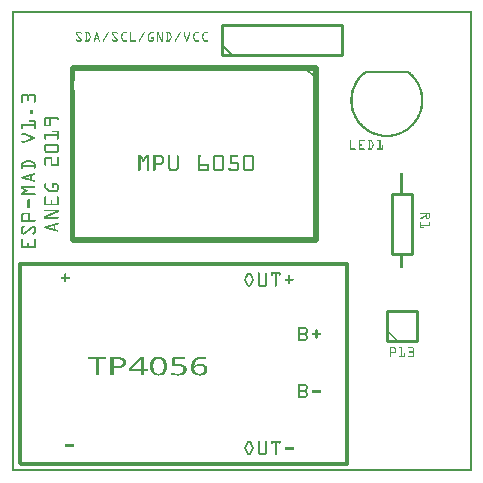
<source format=gto>
G04 MADE WITH FRITZING*
G04 WWW.FRITZING.ORG*
G04 DOUBLE SIDED*
G04 HOLES PLATED*
G04 CONTOUR ON CENTER OF CONTOUR VECTOR*
%ASAXBY*%
%FSLAX23Y23*%
%MOIN*%
%OFA0B0*%
%SFA1.0B1.0*%
%ADD10C,0.010000*%
%ADD11C,0.005000*%
%ADD12C,0.020011*%
%ADD13C,0.005768*%
%ADD14C,0.011923*%
%ADD15C,0.007874*%
%ADD16R,0.001000X0.001000*%
%LNSILK1*%
G90*
G70*
G54D10*
X1334Y927D02*
X1334Y727D01*
D02*
X1334Y727D02*
X1268Y727D01*
D02*
X1268Y727D02*
X1268Y927D01*
D02*
X1268Y927D02*
X1334Y927D01*
D02*
X1251Y436D02*
X1351Y436D01*
D02*
X1351Y436D02*
X1351Y536D01*
D02*
X1351Y536D02*
X1251Y536D01*
D02*
X1251Y536D02*
X1251Y436D01*
D02*
X701Y1388D02*
X1101Y1388D01*
D02*
X1101Y1388D02*
X1101Y1488D01*
D02*
X1101Y1488D02*
X701Y1488D01*
D02*
X701Y1488D02*
X701Y1388D01*
G54D11*
D02*
X736Y1388D02*
X701Y1423D01*
G54D12*
D02*
X1013Y1346D02*
X203Y1346D01*
D02*
X203Y772D02*
X1013Y772D01*
D02*
X1013Y772D02*
X1013Y1346D01*
G54D13*
D02*
X978Y1346D02*
X1013Y1312D01*
G54D14*
D02*
X28Y686D02*
X28Y28D01*
D02*
X30Y25D02*
X1119Y25D01*
D02*
X1119Y28D02*
X1119Y686D01*
D02*
X1117Y691D02*
X29Y691D01*
G54D15*
X1322Y1332D02*
X1180Y1332D01*
D02*
G54D16*
X0Y1535D02*
X1534Y1535D01*
X0Y1534D02*
X1534Y1534D01*
X0Y1533D02*
X1534Y1533D01*
X0Y1532D02*
X1534Y1532D01*
X0Y1531D02*
X1534Y1531D01*
X0Y1530D02*
X1534Y1530D01*
X0Y1529D02*
X1534Y1529D01*
X0Y1528D02*
X1534Y1528D01*
X0Y1527D02*
X7Y1527D01*
X1527Y1527D02*
X1534Y1527D01*
X0Y1526D02*
X7Y1526D01*
X1527Y1526D02*
X1534Y1526D01*
X0Y1525D02*
X7Y1525D01*
X1527Y1525D02*
X1534Y1525D01*
X0Y1524D02*
X7Y1524D01*
X1527Y1524D02*
X1534Y1524D01*
X0Y1523D02*
X7Y1523D01*
X1527Y1523D02*
X1534Y1523D01*
X0Y1522D02*
X7Y1522D01*
X1527Y1522D02*
X1534Y1522D01*
X0Y1521D02*
X7Y1521D01*
X1527Y1521D02*
X1534Y1521D01*
X0Y1520D02*
X7Y1520D01*
X1527Y1520D02*
X1534Y1520D01*
X0Y1519D02*
X7Y1519D01*
X1527Y1519D02*
X1534Y1519D01*
X0Y1518D02*
X7Y1518D01*
X1527Y1518D02*
X1534Y1518D01*
X0Y1517D02*
X7Y1517D01*
X1527Y1517D02*
X1534Y1517D01*
X0Y1516D02*
X7Y1516D01*
X1527Y1516D02*
X1534Y1516D01*
X0Y1515D02*
X7Y1515D01*
X1527Y1515D02*
X1534Y1515D01*
X0Y1514D02*
X7Y1514D01*
X1527Y1514D02*
X1534Y1514D01*
X0Y1513D02*
X7Y1513D01*
X1527Y1513D02*
X1534Y1513D01*
X0Y1512D02*
X7Y1512D01*
X1527Y1512D02*
X1534Y1512D01*
X0Y1511D02*
X7Y1511D01*
X1527Y1511D02*
X1534Y1511D01*
X0Y1510D02*
X7Y1510D01*
X1527Y1510D02*
X1534Y1510D01*
X0Y1509D02*
X7Y1509D01*
X1527Y1509D02*
X1534Y1509D01*
X0Y1508D02*
X7Y1508D01*
X1527Y1508D02*
X1534Y1508D01*
X0Y1507D02*
X7Y1507D01*
X1527Y1507D02*
X1534Y1507D01*
X0Y1506D02*
X7Y1506D01*
X1527Y1506D02*
X1534Y1506D01*
X0Y1505D02*
X7Y1505D01*
X1527Y1505D02*
X1534Y1505D01*
X0Y1504D02*
X7Y1504D01*
X1527Y1504D02*
X1534Y1504D01*
X0Y1503D02*
X7Y1503D01*
X1527Y1503D02*
X1534Y1503D01*
X0Y1502D02*
X7Y1502D01*
X1527Y1502D02*
X1534Y1502D01*
X0Y1501D02*
X7Y1501D01*
X1527Y1501D02*
X1534Y1501D01*
X0Y1500D02*
X7Y1500D01*
X1527Y1500D02*
X1534Y1500D01*
X0Y1499D02*
X7Y1499D01*
X1527Y1499D02*
X1534Y1499D01*
X0Y1498D02*
X7Y1498D01*
X1527Y1498D02*
X1534Y1498D01*
X0Y1497D02*
X7Y1497D01*
X1527Y1497D02*
X1534Y1497D01*
X0Y1496D02*
X7Y1496D01*
X1527Y1496D02*
X1534Y1496D01*
X0Y1495D02*
X7Y1495D01*
X1527Y1495D02*
X1534Y1495D01*
X0Y1494D02*
X7Y1494D01*
X1527Y1494D02*
X1534Y1494D01*
X0Y1493D02*
X7Y1493D01*
X1527Y1493D02*
X1534Y1493D01*
X0Y1492D02*
X7Y1492D01*
X1527Y1492D02*
X1534Y1492D01*
X0Y1491D02*
X7Y1491D01*
X1527Y1491D02*
X1534Y1491D01*
X0Y1490D02*
X7Y1490D01*
X1527Y1490D02*
X1534Y1490D01*
X0Y1489D02*
X7Y1489D01*
X1527Y1489D02*
X1534Y1489D01*
X0Y1488D02*
X7Y1488D01*
X1527Y1488D02*
X1534Y1488D01*
X0Y1487D02*
X7Y1487D01*
X1527Y1487D02*
X1534Y1487D01*
X0Y1486D02*
X7Y1486D01*
X1527Y1486D02*
X1534Y1486D01*
X0Y1485D02*
X7Y1485D01*
X1527Y1485D02*
X1534Y1485D01*
X0Y1484D02*
X7Y1484D01*
X1527Y1484D02*
X1534Y1484D01*
X0Y1483D02*
X7Y1483D01*
X1527Y1483D02*
X1534Y1483D01*
X0Y1482D02*
X7Y1482D01*
X1527Y1482D02*
X1534Y1482D01*
X0Y1481D02*
X7Y1481D01*
X1527Y1481D02*
X1534Y1481D01*
X0Y1480D02*
X7Y1480D01*
X1527Y1480D02*
X1534Y1480D01*
X0Y1479D02*
X7Y1479D01*
X1527Y1479D02*
X1534Y1479D01*
X0Y1478D02*
X7Y1478D01*
X1527Y1478D02*
X1534Y1478D01*
X0Y1477D02*
X7Y1477D01*
X1527Y1477D02*
X1534Y1477D01*
X0Y1476D02*
X7Y1476D01*
X1527Y1476D02*
X1534Y1476D01*
X0Y1475D02*
X7Y1475D01*
X1527Y1475D02*
X1534Y1475D01*
X0Y1474D02*
X7Y1474D01*
X1527Y1474D02*
X1534Y1474D01*
X0Y1473D02*
X7Y1473D01*
X1527Y1473D02*
X1534Y1473D01*
X0Y1472D02*
X7Y1472D01*
X1527Y1472D02*
X1534Y1472D01*
X0Y1471D02*
X7Y1471D01*
X1527Y1471D02*
X1534Y1471D01*
X0Y1470D02*
X7Y1470D01*
X1527Y1470D02*
X1534Y1470D01*
X0Y1469D02*
X7Y1469D01*
X1527Y1469D02*
X1534Y1469D01*
X0Y1468D02*
X7Y1468D01*
X1527Y1468D02*
X1534Y1468D01*
X0Y1467D02*
X7Y1467D01*
X1527Y1467D02*
X1534Y1467D01*
X0Y1466D02*
X7Y1466D01*
X1527Y1466D02*
X1534Y1466D01*
X0Y1465D02*
X7Y1465D01*
X216Y1465D02*
X231Y1465D01*
X244Y1465D02*
X255Y1465D01*
X283Y1465D02*
X285Y1465D01*
X321Y1465D02*
X323Y1465D01*
X336Y1465D02*
X350Y1465D01*
X372Y1465D02*
X383Y1465D01*
X394Y1465D02*
X396Y1465D01*
X441Y1465D02*
X443Y1465D01*
X463Y1465D02*
X473Y1465D01*
X484Y1465D02*
X489Y1465D01*
X501Y1465D02*
X503Y1465D01*
X514Y1465D02*
X525Y1465D01*
X561Y1465D02*
X563Y1465D01*
X574Y1465D02*
X576Y1465D01*
X591Y1465D02*
X593Y1465D01*
X612Y1465D02*
X623Y1465D01*
X642Y1465D02*
X653Y1465D01*
X1527Y1465D02*
X1534Y1465D01*
X0Y1464D02*
X7Y1464D01*
X215Y1464D02*
X232Y1464D01*
X244Y1464D02*
X257Y1464D01*
X282Y1464D02*
X285Y1464D01*
X320Y1464D02*
X324Y1464D01*
X335Y1464D02*
X352Y1464D01*
X370Y1464D02*
X384Y1464D01*
X394Y1464D02*
X397Y1464D01*
X440Y1464D02*
X444Y1464D01*
X462Y1464D02*
X473Y1464D01*
X484Y1464D02*
X489Y1464D01*
X500Y1464D02*
X503Y1464D01*
X514Y1464D02*
X527Y1464D01*
X560Y1464D02*
X563Y1464D01*
X574Y1464D02*
X577Y1464D01*
X590Y1464D02*
X593Y1464D01*
X610Y1464D02*
X623Y1464D01*
X640Y1464D02*
X653Y1464D01*
X1527Y1464D02*
X1534Y1464D01*
X0Y1463D02*
X7Y1463D01*
X214Y1463D02*
X233Y1463D01*
X244Y1463D02*
X258Y1463D01*
X282Y1463D02*
X286Y1463D01*
X320Y1463D02*
X323Y1463D01*
X334Y1463D02*
X353Y1463D01*
X370Y1463D02*
X383Y1463D01*
X394Y1463D02*
X397Y1463D01*
X440Y1463D02*
X443Y1463D01*
X461Y1463D02*
X473Y1463D01*
X484Y1463D02*
X490Y1463D01*
X500Y1463D02*
X504Y1463D01*
X514Y1463D02*
X528Y1463D01*
X560Y1463D02*
X563Y1463D01*
X574Y1463D02*
X577Y1463D01*
X590Y1463D02*
X594Y1463D01*
X609Y1463D02*
X623Y1463D01*
X639Y1463D02*
X653Y1463D01*
X1527Y1463D02*
X1534Y1463D01*
X0Y1462D02*
X7Y1462D01*
X214Y1462D02*
X233Y1462D01*
X245Y1462D02*
X258Y1462D01*
X282Y1462D02*
X286Y1462D01*
X319Y1462D02*
X323Y1462D01*
X334Y1462D02*
X353Y1462D01*
X369Y1462D02*
X383Y1462D01*
X394Y1462D02*
X397Y1462D01*
X439Y1462D02*
X443Y1462D01*
X460Y1462D02*
X473Y1462D01*
X484Y1462D02*
X490Y1462D01*
X500Y1462D02*
X504Y1462D01*
X515Y1462D02*
X528Y1462D01*
X559Y1462D02*
X563Y1462D01*
X574Y1462D02*
X577Y1462D01*
X590Y1462D02*
X594Y1462D01*
X609Y1462D02*
X623Y1462D01*
X639Y1462D02*
X653Y1462D01*
X1527Y1462D02*
X1534Y1462D01*
X0Y1461D02*
X7Y1461D01*
X214Y1461D02*
X217Y1461D01*
X230Y1461D02*
X234Y1461D01*
X248Y1461D02*
X251Y1461D01*
X255Y1461D02*
X259Y1461D01*
X281Y1461D02*
X286Y1461D01*
X318Y1461D02*
X322Y1461D01*
X334Y1461D02*
X337Y1461D01*
X350Y1461D02*
X353Y1461D01*
X368Y1461D02*
X373Y1461D01*
X394Y1461D02*
X397Y1461D01*
X438Y1461D02*
X442Y1461D01*
X459Y1461D02*
X464Y1461D01*
X484Y1461D02*
X490Y1461D01*
X500Y1461D02*
X504Y1461D01*
X518Y1461D02*
X521Y1461D01*
X525Y1461D02*
X529Y1461D01*
X558Y1461D02*
X562Y1461D01*
X574Y1461D02*
X577Y1461D01*
X590Y1461D02*
X594Y1461D01*
X608Y1461D02*
X612Y1461D01*
X638Y1461D02*
X642Y1461D01*
X1527Y1461D02*
X1534Y1461D01*
X0Y1460D02*
X7Y1460D01*
X214Y1460D02*
X218Y1460D01*
X230Y1460D02*
X234Y1460D01*
X248Y1460D02*
X251Y1460D01*
X256Y1460D02*
X259Y1460D01*
X281Y1460D02*
X286Y1460D01*
X318Y1460D02*
X322Y1460D01*
X334Y1460D02*
X338Y1460D01*
X350Y1460D02*
X354Y1460D01*
X368Y1460D02*
X372Y1460D01*
X394Y1460D02*
X397Y1460D01*
X438Y1460D02*
X442Y1460D01*
X459Y1460D02*
X463Y1460D01*
X484Y1460D02*
X491Y1460D01*
X500Y1460D02*
X504Y1460D01*
X518Y1460D02*
X521Y1460D01*
X526Y1460D02*
X529Y1460D01*
X558Y1460D02*
X562Y1460D01*
X574Y1460D02*
X577Y1460D01*
X590Y1460D02*
X594Y1460D01*
X608Y1460D02*
X612Y1460D01*
X638Y1460D02*
X642Y1460D01*
X1527Y1460D02*
X1534Y1460D01*
X0Y1459D02*
X7Y1459D01*
X214Y1459D02*
X218Y1459D01*
X231Y1459D02*
X233Y1459D01*
X248Y1459D02*
X251Y1459D01*
X256Y1459D02*
X260Y1459D01*
X281Y1459D02*
X287Y1459D01*
X317Y1459D02*
X321Y1459D01*
X334Y1459D02*
X338Y1459D01*
X351Y1459D02*
X353Y1459D01*
X367Y1459D02*
X371Y1459D01*
X394Y1459D02*
X397Y1459D01*
X437Y1459D02*
X441Y1459D01*
X458Y1459D02*
X462Y1459D01*
X484Y1459D02*
X491Y1459D01*
X500Y1459D02*
X504Y1459D01*
X518Y1459D02*
X521Y1459D01*
X526Y1459D02*
X530Y1459D01*
X557Y1459D02*
X561Y1459D01*
X574Y1459D02*
X577Y1459D01*
X590Y1459D02*
X594Y1459D01*
X607Y1459D02*
X611Y1459D01*
X637Y1459D02*
X641Y1459D01*
X1527Y1459D02*
X1534Y1459D01*
X0Y1458D02*
X7Y1458D01*
X215Y1458D02*
X219Y1458D01*
X232Y1458D02*
X232Y1458D01*
X248Y1458D02*
X251Y1458D01*
X257Y1458D02*
X260Y1458D01*
X280Y1458D02*
X287Y1458D01*
X317Y1458D02*
X321Y1458D01*
X335Y1458D02*
X339Y1458D01*
X352Y1458D02*
X352Y1458D01*
X367Y1458D02*
X371Y1458D01*
X394Y1458D02*
X397Y1458D01*
X437Y1458D02*
X441Y1458D01*
X457Y1458D02*
X461Y1458D01*
X484Y1458D02*
X492Y1458D01*
X500Y1458D02*
X504Y1458D01*
X518Y1458D02*
X521Y1458D01*
X527Y1458D02*
X530Y1458D01*
X557Y1458D02*
X561Y1458D01*
X574Y1458D02*
X577Y1458D01*
X590Y1458D02*
X594Y1458D01*
X607Y1458D02*
X611Y1458D01*
X637Y1458D02*
X641Y1458D01*
X1527Y1458D02*
X1534Y1458D01*
X0Y1457D02*
X7Y1457D01*
X216Y1457D02*
X220Y1457D01*
X248Y1457D02*
X251Y1457D01*
X257Y1457D02*
X261Y1457D01*
X280Y1457D02*
X287Y1457D01*
X316Y1457D02*
X320Y1457D01*
X336Y1457D02*
X340Y1457D01*
X366Y1457D02*
X370Y1457D01*
X394Y1457D02*
X397Y1457D01*
X436Y1457D02*
X440Y1457D01*
X456Y1457D02*
X461Y1457D01*
X484Y1457D02*
X487Y1457D01*
X489Y1457D02*
X492Y1457D01*
X500Y1457D02*
X504Y1457D01*
X518Y1457D02*
X521Y1457D01*
X527Y1457D02*
X531Y1457D01*
X556Y1457D02*
X560Y1457D01*
X574Y1457D02*
X577Y1457D01*
X590Y1457D02*
X594Y1457D01*
X606Y1457D02*
X610Y1457D01*
X636Y1457D02*
X640Y1457D01*
X1527Y1457D02*
X1534Y1457D01*
X0Y1456D02*
X7Y1456D01*
X216Y1456D02*
X221Y1456D01*
X248Y1456D02*
X251Y1456D01*
X258Y1456D02*
X261Y1456D01*
X280Y1456D02*
X288Y1456D01*
X316Y1456D02*
X319Y1456D01*
X336Y1456D02*
X341Y1456D01*
X366Y1456D02*
X370Y1456D01*
X394Y1456D02*
X397Y1456D01*
X436Y1456D02*
X439Y1456D01*
X456Y1456D02*
X460Y1456D01*
X484Y1456D02*
X487Y1456D01*
X489Y1456D02*
X493Y1456D01*
X500Y1456D02*
X504Y1456D01*
X518Y1456D02*
X521Y1456D01*
X528Y1456D02*
X531Y1456D01*
X556Y1456D02*
X559Y1456D01*
X574Y1456D02*
X577Y1456D01*
X590Y1456D02*
X593Y1456D01*
X606Y1456D02*
X610Y1456D01*
X636Y1456D02*
X640Y1456D01*
X1527Y1456D02*
X1534Y1456D01*
X0Y1455D02*
X7Y1455D01*
X217Y1455D02*
X222Y1455D01*
X248Y1455D02*
X251Y1455D01*
X258Y1455D02*
X262Y1455D01*
X280Y1455D02*
X283Y1455D01*
X285Y1455D02*
X288Y1455D01*
X315Y1455D02*
X319Y1455D01*
X337Y1455D02*
X342Y1455D01*
X365Y1455D02*
X369Y1455D01*
X394Y1455D02*
X397Y1455D01*
X435Y1455D02*
X439Y1455D01*
X455Y1455D02*
X459Y1455D01*
X484Y1455D02*
X487Y1455D01*
X489Y1455D02*
X493Y1455D01*
X500Y1455D02*
X504Y1455D01*
X518Y1455D02*
X521Y1455D01*
X528Y1455D02*
X532Y1455D01*
X555Y1455D02*
X559Y1455D01*
X574Y1455D02*
X578Y1455D01*
X590Y1455D02*
X593Y1455D01*
X605Y1455D02*
X609Y1455D01*
X635Y1455D02*
X639Y1455D01*
X1527Y1455D02*
X1534Y1455D01*
X0Y1454D02*
X7Y1454D01*
X218Y1454D02*
X222Y1454D01*
X248Y1454D02*
X251Y1454D01*
X259Y1454D02*
X262Y1454D01*
X279Y1454D02*
X283Y1454D01*
X285Y1454D02*
X288Y1454D01*
X314Y1454D02*
X318Y1454D01*
X338Y1454D02*
X342Y1454D01*
X365Y1454D02*
X369Y1454D01*
X394Y1454D02*
X397Y1454D01*
X434Y1454D02*
X438Y1454D01*
X454Y1454D02*
X458Y1454D01*
X484Y1454D02*
X487Y1454D01*
X490Y1454D02*
X493Y1454D01*
X500Y1454D02*
X504Y1454D01*
X518Y1454D02*
X521Y1454D01*
X529Y1454D02*
X532Y1454D01*
X554Y1454D02*
X558Y1454D01*
X575Y1454D02*
X578Y1454D01*
X589Y1454D02*
X593Y1454D01*
X605Y1454D02*
X609Y1454D01*
X635Y1454D02*
X639Y1454D01*
X1527Y1454D02*
X1534Y1454D01*
X0Y1453D02*
X7Y1453D01*
X219Y1453D02*
X223Y1453D01*
X248Y1453D02*
X251Y1453D01*
X259Y1453D02*
X263Y1453D01*
X279Y1453D02*
X282Y1453D01*
X285Y1453D02*
X289Y1453D01*
X314Y1453D02*
X318Y1453D01*
X339Y1453D02*
X343Y1453D01*
X365Y1453D02*
X368Y1453D01*
X394Y1453D02*
X397Y1453D01*
X434Y1453D02*
X438Y1453D01*
X454Y1453D02*
X458Y1453D01*
X484Y1453D02*
X487Y1453D01*
X490Y1453D02*
X494Y1453D01*
X500Y1453D02*
X504Y1453D01*
X518Y1453D02*
X521Y1453D01*
X529Y1453D02*
X533Y1453D01*
X554Y1453D02*
X558Y1453D01*
X575Y1453D02*
X579Y1453D01*
X589Y1453D02*
X592Y1453D01*
X605Y1453D02*
X608Y1453D01*
X634Y1453D02*
X638Y1453D01*
X1527Y1453D02*
X1534Y1453D01*
X0Y1452D02*
X7Y1452D01*
X220Y1452D02*
X224Y1452D01*
X248Y1452D02*
X251Y1452D01*
X260Y1452D02*
X263Y1452D01*
X279Y1452D02*
X282Y1452D01*
X285Y1452D02*
X289Y1452D01*
X313Y1452D02*
X317Y1452D01*
X339Y1452D02*
X344Y1452D01*
X364Y1452D02*
X368Y1452D01*
X394Y1452D02*
X397Y1452D01*
X433Y1452D02*
X437Y1452D01*
X454Y1452D02*
X457Y1452D01*
X484Y1452D02*
X487Y1452D01*
X491Y1452D02*
X494Y1452D01*
X500Y1452D02*
X504Y1452D01*
X518Y1452D02*
X521Y1452D01*
X530Y1452D02*
X533Y1452D01*
X553Y1452D02*
X557Y1452D01*
X575Y1452D02*
X579Y1452D01*
X588Y1452D02*
X592Y1452D01*
X604Y1452D02*
X608Y1452D01*
X634Y1452D02*
X638Y1452D01*
X1527Y1452D02*
X1534Y1452D01*
X0Y1451D02*
X7Y1451D01*
X220Y1451D02*
X225Y1451D01*
X248Y1451D02*
X251Y1451D01*
X260Y1451D02*
X263Y1451D01*
X278Y1451D02*
X282Y1451D01*
X286Y1451D02*
X289Y1451D01*
X313Y1451D02*
X317Y1451D01*
X340Y1451D02*
X345Y1451D01*
X364Y1451D02*
X367Y1451D01*
X394Y1451D02*
X397Y1451D01*
X433Y1451D02*
X437Y1451D01*
X454Y1451D02*
X457Y1451D01*
X484Y1451D02*
X487Y1451D01*
X491Y1451D02*
X495Y1451D01*
X500Y1451D02*
X504Y1451D01*
X518Y1451D02*
X521Y1451D01*
X530Y1451D02*
X533Y1451D01*
X553Y1451D02*
X556Y1451D01*
X576Y1451D02*
X579Y1451D01*
X588Y1451D02*
X592Y1451D01*
X604Y1451D02*
X607Y1451D01*
X634Y1451D02*
X637Y1451D01*
X1527Y1451D02*
X1534Y1451D01*
X0Y1450D02*
X7Y1450D01*
X221Y1450D02*
X225Y1450D01*
X248Y1450D02*
X251Y1450D01*
X260Y1450D02*
X264Y1450D01*
X278Y1450D02*
X281Y1450D01*
X286Y1450D02*
X289Y1450D01*
X312Y1450D02*
X316Y1450D01*
X341Y1450D02*
X345Y1450D01*
X364Y1450D02*
X367Y1450D01*
X394Y1450D02*
X397Y1450D01*
X432Y1450D02*
X436Y1450D01*
X454Y1450D02*
X457Y1450D01*
X484Y1450D02*
X487Y1450D01*
X492Y1450D02*
X495Y1450D01*
X500Y1450D02*
X504Y1450D01*
X518Y1450D02*
X521Y1450D01*
X530Y1450D02*
X533Y1450D01*
X552Y1450D02*
X556Y1450D01*
X576Y1450D02*
X580Y1450D01*
X588Y1450D02*
X591Y1450D01*
X604Y1450D02*
X607Y1450D01*
X634Y1450D02*
X637Y1450D01*
X1527Y1450D02*
X1534Y1450D01*
X0Y1449D02*
X7Y1449D01*
X222Y1449D02*
X226Y1449D01*
X248Y1449D02*
X251Y1449D01*
X260Y1449D02*
X264Y1449D01*
X278Y1449D02*
X281Y1449D01*
X286Y1449D02*
X290Y1449D01*
X311Y1449D02*
X315Y1449D01*
X342Y1449D02*
X346Y1449D01*
X364Y1449D02*
X367Y1449D01*
X394Y1449D02*
X397Y1449D01*
X431Y1449D02*
X435Y1449D01*
X454Y1449D02*
X457Y1449D01*
X484Y1449D02*
X487Y1449D01*
X492Y1449D02*
X496Y1449D01*
X500Y1449D02*
X504Y1449D01*
X518Y1449D02*
X521Y1449D01*
X530Y1449D02*
X533Y1449D01*
X551Y1449D02*
X555Y1449D01*
X577Y1449D02*
X580Y1449D01*
X587Y1449D02*
X591Y1449D01*
X604Y1449D02*
X607Y1449D01*
X634Y1449D02*
X637Y1449D01*
X1527Y1449D02*
X1534Y1449D01*
X0Y1448D02*
X7Y1448D01*
X223Y1448D02*
X227Y1448D01*
X248Y1448D02*
X251Y1448D01*
X260Y1448D02*
X263Y1448D01*
X277Y1448D02*
X281Y1448D01*
X287Y1448D02*
X290Y1448D01*
X311Y1448D02*
X315Y1448D01*
X343Y1448D02*
X347Y1448D01*
X364Y1448D02*
X367Y1448D01*
X394Y1448D02*
X397Y1448D01*
X431Y1448D02*
X435Y1448D01*
X454Y1448D02*
X457Y1448D01*
X466Y1448D02*
X473Y1448D01*
X484Y1448D02*
X487Y1448D01*
X492Y1448D02*
X496Y1448D01*
X500Y1448D02*
X504Y1448D01*
X518Y1448D02*
X521Y1448D01*
X530Y1448D02*
X533Y1448D01*
X551Y1448D02*
X555Y1448D01*
X577Y1448D02*
X580Y1448D01*
X587Y1448D02*
X590Y1448D01*
X604Y1448D02*
X607Y1448D01*
X634Y1448D02*
X637Y1448D01*
X1527Y1448D02*
X1534Y1448D01*
X0Y1447D02*
X7Y1447D01*
X223Y1447D02*
X228Y1447D01*
X248Y1447D02*
X251Y1447D01*
X260Y1447D02*
X263Y1447D01*
X277Y1447D02*
X281Y1447D01*
X287Y1447D02*
X290Y1447D01*
X310Y1447D02*
X314Y1447D01*
X343Y1447D02*
X348Y1447D01*
X364Y1447D02*
X368Y1447D01*
X394Y1447D02*
X397Y1447D01*
X430Y1447D02*
X434Y1447D01*
X454Y1447D02*
X457Y1447D01*
X464Y1447D02*
X474Y1447D01*
X484Y1447D02*
X487Y1447D01*
X493Y1447D02*
X497Y1447D01*
X500Y1447D02*
X504Y1447D01*
X518Y1447D02*
X521Y1447D01*
X530Y1447D02*
X533Y1447D01*
X550Y1447D02*
X554Y1447D01*
X577Y1447D02*
X581Y1447D01*
X586Y1447D02*
X590Y1447D01*
X604Y1447D02*
X608Y1447D01*
X634Y1447D02*
X638Y1447D01*
X1527Y1447D02*
X1534Y1447D01*
X0Y1446D02*
X7Y1446D01*
X224Y1446D02*
X229Y1446D01*
X248Y1446D02*
X251Y1446D01*
X259Y1446D02*
X263Y1446D01*
X277Y1446D02*
X280Y1446D01*
X287Y1446D02*
X291Y1446D01*
X310Y1446D02*
X314Y1446D01*
X344Y1446D02*
X349Y1446D01*
X365Y1446D02*
X368Y1446D01*
X394Y1446D02*
X397Y1446D01*
X430Y1446D02*
X434Y1446D01*
X454Y1446D02*
X457Y1446D01*
X464Y1446D02*
X474Y1446D01*
X484Y1446D02*
X487Y1446D01*
X493Y1446D02*
X497Y1446D01*
X500Y1446D02*
X504Y1446D01*
X518Y1446D02*
X521Y1446D01*
X529Y1446D02*
X533Y1446D01*
X550Y1446D02*
X554Y1446D01*
X578Y1446D02*
X581Y1446D01*
X586Y1446D02*
X590Y1446D01*
X604Y1446D02*
X608Y1446D01*
X634Y1446D02*
X638Y1446D01*
X1527Y1446D02*
X1534Y1446D01*
X0Y1445D02*
X7Y1445D01*
X225Y1445D02*
X229Y1445D01*
X248Y1445D02*
X251Y1445D01*
X259Y1445D02*
X262Y1445D01*
X277Y1445D02*
X280Y1445D01*
X287Y1445D02*
X291Y1445D01*
X309Y1445D02*
X313Y1445D01*
X345Y1445D02*
X349Y1445D01*
X365Y1445D02*
X369Y1445D01*
X394Y1445D02*
X397Y1445D01*
X429Y1445D02*
X433Y1445D01*
X454Y1445D02*
X457Y1445D01*
X464Y1445D02*
X474Y1445D01*
X484Y1445D02*
X487Y1445D01*
X494Y1445D02*
X497Y1445D01*
X500Y1445D02*
X504Y1445D01*
X518Y1445D02*
X521Y1445D01*
X529Y1445D02*
X532Y1445D01*
X549Y1445D02*
X553Y1445D01*
X578Y1445D02*
X582Y1445D01*
X586Y1445D02*
X589Y1445D01*
X605Y1445D02*
X609Y1445D01*
X635Y1445D02*
X639Y1445D01*
X1527Y1445D02*
X1534Y1445D01*
X0Y1444D02*
X7Y1444D01*
X226Y1444D02*
X230Y1444D01*
X248Y1444D02*
X251Y1444D01*
X258Y1444D02*
X262Y1444D01*
X276Y1444D02*
X291Y1444D01*
X309Y1444D02*
X312Y1444D01*
X346Y1444D02*
X350Y1444D01*
X365Y1444D02*
X369Y1444D01*
X394Y1444D02*
X397Y1444D01*
X429Y1444D02*
X432Y1444D01*
X454Y1444D02*
X457Y1444D01*
X466Y1444D02*
X474Y1444D01*
X484Y1444D02*
X487Y1444D01*
X494Y1444D02*
X498Y1444D01*
X500Y1444D02*
X504Y1444D01*
X518Y1444D02*
X521Y1444D01*
X528Y1444D02*
X532Y1444D01*
X548Y1444D02*
X552Y1444D01*
X578Y1444D02*
X582Y1444D01*
X585Y1444D02*
X589Y1444D01*
X605Y1444D02*
X609Y1444D01*
X635Y1444D02*
X639Y1444D01*
X1527Y1444D02*
X1534Y1444D01*
X0Y1443D02*
X7Y1443D01*
X227Y1443D02*
X231Y1443D01*
X248Y1443D02*
X251Y1443D01*
X258Y1443D02*
X262Y1443D01*
X276Y1443D02*
X291Y1443D01*
X308Y1443D02*
X312Y1443D01*
X346Y1443D02*
X351Y1443D01*
X366Y1443D02*
X370Y1443D01*
X394Y1443D02*
X397Y1443D01*
X428Y1443D02*
X432Y1443D01*
X454Y1443D02*
X457Y1443D01*
X470Y1443D02*
X474Y1443D01*
X484Y1443D02*
X487Y1443D01*
X495Y1443D02*
X498Y1443D01*
X500Y1443D02*
X504Y1443D01*
X518Y1443D02*
X521Y1443D01*
X528Y1443D02*
X531Y1443D01*
X548Y1443D02*
X552Y1443D01*
X579Y1443D02*
X582Y1443D01*
X585Y1443D02*
X588Y1443D01*
X606Y1443D02*
X610Y1443D01*
X636Y1443D02*
X640Y1443D01*
X1527Y1443D02*
X1534Y1443D01*
X0Y1442D02*
X7Y1442D01*
X227Y1442D02*
X232Y1442D01*
X248Y1442D02*
X251Y1442D01*
X257Y1442D02*
X261Y1442D01*
X276Y1442D02*
X292Y1442D01*
X307Y1442D02*
X311Y1442D01*
X347Y1442D02*
X352Y1442D01*
X366Y1442D02*
X370Y1442D01*
X394Y1442D02*
X397Y1442D01*
X427Y1442D02*
X431Y1442D01*
X454Y1442D02*
X457Y1442D01*
X470Y1442D02*
X474Y1442D01*
X484Y1442D02*
X487Y1442D01*
X495Y1442D02*
X504Y1442D01*
X518Y1442D02*
X521Y1442D01*
X527Y1442D02*
X531Y1442D01*
X547Y1442D02*
X551Y1442D01*
X579Y1442D02*
X588Y1442D01*
X606Y1442D02*
X610Y1442D01*
X636Y1442D02*
X640Y1442D01*
X1527Y1442D02*
X1534Y1442D01*
X0Y1441D02*
X7Y1441D01*
X228Y1441D02*
X232Y1441D01*
X248Y1441D02*
X251Y1441D01*
X257Y1441D02*
X261Y1441D01*
X275Y1441D02*
X292Y1441D01*
X307Y1441D02*
X311Y1441D01*
X348Y1441D02*
X352Y1441D01*
X367Y1441D02*
X371Y1441D01*
X394Y1441D02*
X397Y1441D01*
X427Y1441D02*
X431Y1441D01*
X454Y1441D02*
X457Y1441D01*
X470Y1441D02*
X474Y1441D01*
X484Y1441D02*
X487Y1441D01*
X496Y1441D02*
X504Y1441D01*
X518Y1441D02*
X521Y1441D01*
X527Y1441D02*
X530Y1441D01*
X547Y1441D02*
X551Y1441D01*
X580Y1441D02*
X588Y1441D01*
X607Y1441D02*
X611Y1441D01*
X637Y1441D02*
X641Y1441D01*
X1527Y1441D02*
X1534Y1441D01*
X0Y1440D02*
X7Y1440D01*
X214Y1440D02*
X217Y1440D01*
X229Y1440D02*
X233Y1440D01*
X248Y1440D02*
X251Y1440D01*
X256Y1440D02*
X260Y1440D01*
X275Y1440D02*
X279Y1440D01*
X289Y1440D02*
X292Y1440D01*
X306Y1440D02*
X310Y1440D01*
X334Y1440D02*
X337Y1440D01*
X349Y1440D02*
X353Y1440D01*
X367Y1440D02*
X371Y1440D01*
X394Y1440D02*
X397Y1440D01*
X426Y1440D02*
X430Y1440D01*
X454Y1440D02*
X457Y1440D01*
X470Y1440D02*
X474Y1440D01*
X484Y1440D02*
X487Y1440D01*
X496Y1440D02*
X504Y1440D01*
X518Y1440D02*
X521Y1440D01*
X526Y1440D02*
X530Y1440D01*
X546Y1440D02*
X550Y1440D01*
X580Y1440D02*
X587Y1440D01*
X607Y1440D02*
X611Y1440D01*
X637Y1440D02*
X641Y1440D01*
X1527Y1440D02*
X1534Y1440D01*
X0Y1439D02*
X7Y1439D01*
X214Y1439D02*
X217Y1439D01*
X230Y1439D02*
X233Y1439D01*
X248Y1439D02*
X251Y1439D01*
X256Y1439D02*
X260Y1439D01*
X275Y1439D02*
X278Y1439D01*
X289Y1439D02*
X293Y1439D01*
X306Y1439D02*
X310Y1439D01*
X334Y1439D02*
X337Y1439D01*
X350Y1439D02*
X353Y1439D01*
X368Y1439D02*
X372Y1439D01*
X394Y1439D02*
X397Y1439D01*
X426Y1439D02*
X430Y1439D01*
X454Y1439D02*
X457Y1439D01*
X470Y1439D02*
X474Y1439D01*
X484Y1439D02*
X487Y1439D01*
X496Y1439D02*
X504Y1439D01*
X518Y1439D02*
X521Y1439D01*
X526Y1439D02*
X529Y1439D01*
X546Y1439D02*
X549Y1439D01*
X580Y1439D02*
X587Y1439D01*
X608Y1439D02*
X612Y1439D01*
X638Y1439D02*
X642Y1439D01*
X1527Y1439D02*
X1534Y1439D01*
X0Y1438D02*
X7Y1438D01*
X214Y1438D02*
X218Y1438D01*
X230Y1438D02*
X234Y1438D01*
X248Y1438D02*
X251Y1438D01*
X255Y1438D02*
X259Y1438D01*
X275Y1438D02*
X278Y1438D01*
X290Y1438D02*
X293Y1438D01*
X305Y1438D02*
X309Y1438D01*
X334Y1438D02*
X338Y1438D01*
X350Y1438D02*
X354Y1438D01*
X368Y1438D02*
X372Y1438D01*
X394Y1438D02*
X397Y1438D01*
X425Y1438D02*
X429Y1438D01*
X454Y1438D02*
X458Y1438D01*
X470Y1438D02*
X473Y1438D01*
X484Y1438D02*
X487Y1438D01*
X497Y1438D02*
X504Y1438D01*
X518Y1438D02*
X521Y1438D01*
X525Y1438D02*
X529Y1438D01*
X545Y1438D02*
X549Y1438D01*
X581Y1438D02*
X586Y1438D01*
X608Y1438D02*
X612Y1438D01*
X638Y1438D02*
X642Y1438D01*
X1527Y1438D02*
X1534Y1438D01*
X0Y1437D02*
X7Y1437D01*
X214Y1437D02*
X233Y1437D01*
X245Y1437D02*
X259Y1437D01*
X274Y1437D02*
X278Y1437D01*
X290Y1437D02*
X293Y1437D01*
X304Y1437D02*
X308Y1437D01*
X334Y1437D02*
X353Y1437D01*
X369Y1437D02*
X383Y1437D01*
X394Y1437D02*
X413Y1437D01*
X424Y1437D02*
X428Y1437D01*
X454Y1437D02*
X473Y1437D01*
X484Y1437D02*
X487Y1437D01*
X497Y1437D02*
X504Y1437D01*
X515Y1437D02*
X528Y1437D01*
X544Y1437D02*
X548Y1437D01*
X581Y1437D02*
X586Y1437D01*
X609Y1437D02*
X623Y1437D01*
X639Y1437D02*
X653Y1437D01*
X1527Y1437D02*
X1534Y1437D01*
X0Y1436D02*
X7Y1436D01*
X215Y1436D02*
X233Y1436D01*
X244Y1436D02*
X258Y1436D01*
X274Y1436D02*
X277Y1436D01*
X290Y1436D02*
X293Y1436D01*
X304Y1436D02*
X308Y1436D01*
X335Y1436D02*
X353Y1436D01*
X370Y1436D02*
X383Y1436D01*
X394Y1436D02*
X413Y1436D01*
X424Y1436D02*
X428Y1436D01*
X455Y1436D02*
X472Y1436D01*
X484Y1436D02*
X487Y1436D01*
X498Y1436D02*
X504Y1436D01*
X514Y1436D02*
X528Y1436D01*
X544Y1436D02*
X548Y1436D01*
X582Y1436D02*
X586Y1436D01*
X610Y1436D02*
X623Y1436D01*
X640Y1436D02*
X653Y1436D01*
X1527Y1436D02*
X1534Y1436D01*
X0Y1435D02*
X7Y1435D01*
X216Y1435D02*
X232Y1435D01*
X244Y1435D02*
X257Y1435D01*
X274Y1435D02*
X277Y1435D01*
X290Y1435D02*
X294Y1435D01*
X304Y1435D02*
X307Y1435D01*
X335Y1435D02*
X352Y1435D01*
X370Y1435D02*
X384Y1435D01*
X394Y1435D02*
X414Y1435D01*
X424Y1435D02*
X427Y1435D01*
X456Y1435D02*
X472Y1435D01*
X484Y1435D02*
X487Y1435D01*
X498Y1435D02*
X504Y1435D01*
X514Y1435D02*
X527Y1435D01*
X544Y1435D02*
X547Y1435D01*
X582Y1435D02*
X585Y1435D01*
X610Y1435D02*
X623Y1435D01*
X640Y1435D02*
X653Y1435D01*
X1527Y1435D02*
X1534Y1435D01*
X0Y1434D02*
X7Y1434D01*
X217Y1434D02*
X231Y1434D01*
X244Y1434D02*
X256Y1434D01*
X274Y1434D02*
X276Y1434D01*
X291Y1434D02*
X293Y1434D01*
X304Y1434D02*
X307Y1434D01*
X337Y1434D02*
X351Y1434D01*
X372Y1434D02*
X383Y1434D01*
X394Y1434D02*
X413Y1434D01*
X424Y1434D02*
X426Y1434D01*
X457Y1434D02*
X470Y1434D01*
X484Y1434D02*
X486Y1434D01*
X499Y1434D02*
X504Y1434D01*
X514Y1434D02*
X526Y1434D01*
X544Y1434D02*
X546Y1434D01*
X583Y1434D02*
X585Y1434D01*
X612Y1434D02*
X623Y1434D01*
X642Y1434D02*
X653Y1434D01*
X1527Y1434D02*
X1534Y1434D01*
X0Y1433D02*
X7Y1433D01*
X1527Y1433D02*
X1534Y1433D01*
X0Y1432D02*
X7Y1432D01*
X1527Y1432D02*
X1534Y1432D01*
X0Y1431D02*
X7Y1431D01*
X1527Y1431D02*
X1534Y1431D01*
X0Y1430D02*
X7Y1430D01*
X1527Y1430D02*
X1534Y1430D01*
X0Y1429D02*
X7Y1429D01*
X1527Y1429D02*
X1534Y1429D01*
X0Y1428D02*
X7Y1428D01*
X1527Y1428D02*
X1534Y1428D01*
X0Y1427D02*
X7Y1427D01*
X1527Y1427D02*
X1534Y1427D01*
X0Y1426D02*
X7Y1426D01*
X1527Y1426D02*
X1534Y1426D01*
X0Y1425D02*
X7Y1425D01*
X1527Y1425D02*
X1534Y1425D01*
X0Y1424D02*
X7Y1424D01*
X1527Y1424D02*
X1534Y1424D01*
X0Y1423D02*
X7Y1423D01*
X1527Y1423D02*
X1534Y1423D01*
X0Y1422D02*
X7Y1422D01*
X1527Y1422D02*
X1534Y1422D01*
X0Y1421D02*
X7Y1421D01*
X1527Y1421D02*
X1534Y1421D01*
X0Y1420D02*
X7Y1420D01*
X1527Y1420D02*
X1534Y1420D01*
X0Y1419D02*
X7Y1419D01*
X1527Y1419D02*
X1534Y1419D01*
X0Y1418D02*
X7Y1418D01*
X1527Y1418D02*
X1534Y1418D01*
X0Y1417D02*
X7Y1417D01*
X1527Y1417D02*
X1534Y1417D01*
X0Y1416D02*
X7Y1416D01*
X1527Y1416D02*
X1534Y1416D01*
X0Y1415D02*
X7Y1415D01*
X1527Y1415D02*
X1534Y1415D01*
X0Y1414D02*
X7Y1414D01*
X1527Y1414D02*
X1534Y1414D01*
X0Y1413D02*
X7Y1413D01*
X1527Y1413D02*
X1534Y1413D01*
X0Y1412D02*
X7Y1412D01*
X1527Y1412D02*
X1534Y1412D01*
X0Y1411D02*
X7Y1411D01*
X1527Y1411D02*
X1534Y1411D01*
X0Y1410D02*
X7Y1410D01*
X1527Y1410D02*
X1534Y1410D01*
X0Y1409D02*
X7Y1409D01*
X1527Y1409D02*
X1534Y1409D01*
X0Y1408D02*
X7Y1408D01*
X1527Y1408D02*
X1534Y1408D01*
X0Y1407D02*
X7Y1407D01*
X1527Y1407D02*
X1534Y1407D01*
X0Y1406D02*
X7Y1406D01*
X1527Y1406D02*
X1534Y1406D01*
X0Y1405D02*
X7Y1405D01*
X1527Y1405D02*
X1534Y1405D01*
X0Y1404D02*
X7Y1404D01*
X1527Y1404D02*
X1534Y1404D01*
X0Y1403D02*
X7Y1403D01*
X1527Y1403D02*
X1534Y1403D01*
X0Y1402D02*
X7Y1402D01*
X1527Y1402D02*
X1534Y1402D01*
X0Y1401D02*
X7Y1401D01*
X1527Y1401D02*
X1534Y1401D01*
X0Y1400D02*
X7Y1400D01*
X1527Y1400D02*
X1534Y1400D01*
X0Y1399D02*
X7Y1399D01*
X1527Y1399D02*
X1534Y1399D01*
X0Y1398D02*
X7Y1398D01*
X1527Y1398D02*
X1534Y1398D01*
X0Y1397D02*
X7Y1397D01*
X1527Y1397D02*
X1534Y1397D01*
X0Y1396D02*
X7Y1396D01*
X1527Y1396D02*
X1534Y1396D01*
X0Y1395D02*
X7Y1395D01*
X1527Y1395D02*
X1534Y1395D01*
X0Y1394D02*
X7Y1394D01*
X1527Y1394D02*
X1534Y1394D01*
X0Y1393D02*
X7Y1393D01*
X1527Y1393D02*
X1534Y1393D01*
X0Y1392D02*
X7Y1392D01*
X1527Y1392D02*
X1534Y1392D01*
X0Y1391D02*
X7Y1391D01*
X1527Y1391D02*
X1534Y1391D01*
X0Y1390D02*
X7Y1390D01*
X1527Y1390D02*
X1534Y1390D01*
X0Y1389D02*
X7Y1389D01*
X1527Y1389D02*
X1534Y1389D01*
X0Y1388D02*
X7Y1388D01*
X1527Y1388D02*
X1534Y1388D01*
X0Y1387D02*
X7Y1387D01*
X1527Y1387D02*
X1534Y1387D01*
X0Y1386D02*
X7Y1386D01*
X1527Y1386D02*
X1534Y1386D01*
X0Y1385D02*
X7Y1385D01*
X1527Y1385D02*
X1534Y1385D01*
X0Y1384D02*
X7Y1384D01*
X1527Y1384D02*
X1534Y1384D01*
X0Y1383D02*
X7Y1383D01*
X1527Y1383D02*
X1534Y1383D01*
X0Y1382D02*
X7Y1382D01*
X1527Y1382D02*
X1534Y1382D01*
X0Y1381D02*
X7Y1381D01*
X1527Y1381D02*
X1534Y1381D01*
X0Y1380D02*
X7Y1380D01*
X1527Y1380D02*
X1534Y1380D01*
X0Y1379D02*
X7Y1379D01*
X1527Y1379D02*
X1534Y1379D01*
X0Y1378D02*
X7Y1378D01*
X1527Y1378D02*
X1534Y1378D01*
X0Y1377D02*
X7Y1377D01*
X1527Y1377D02*
X1534Y1377D01*
X0Y1376D02*
X7Y1376D01*
X1527Y1376D02*
X1534Y1376D01*
X0Y1375D02*
X7Y1375D01*
X1527Y1375D02*
X1534Y1375D01*
X0Y1374D02*
X7Y1374D01*
X1527Y1374D02*
X1534Y1374D01*
X0Y1373D02*
X7Y1373D01*
X1527Y1373D02*
X1534Y1373D01*
X0Y1372D02*
X7Y1372D01*
X1527Y1372D02*
X1534Y1372D01*
X0Y1371D02*
X7Y1371D01*
X1527Y1371D02*
X1534Y1371D01*
X0Y1370D02*
X7Y1370D01*
X1527Y1370D02*
X1534Y1370D01*
X0Y1369D02*
X7Y1369D01*
X1527Y1369D02*
X1534Y1369D01*
X0Y1368D02*
X7Y1368D01*
X1527Y1368D02*
X1534Y1368D01*
X0Y1367D02*
X7Y1367D01*
X1527Y1367D02*
X1534Y1367D01*
X0Y1366D02*
X7Y1366D01*
X1527Y1366D02*
X1534Y1366D01*
X0Y1365D02*
X7Y1365D01*
X1527Y1365D02*
X1534Y1365D01*
X0Y1364D02*
X7Y1364D01*
X1527Y1364D02*
X1534Y1364D01*
X0Y1363D02*
X7Y1363D01*
X1527Y1363D02*
X1534Y1363D01*
X0Y1362D02*
X7Y1362D01*
X1527Y1362D02*
X1534Y1362D01*
X0Y1361D02*
X7Y1361D01*
X1527Y1361D02*
X1534Y1361D01*
X0Y1360D02*
X7Y1360D01*
X1527Y1360D02*
X1534Y1360D01*
X0Y1359D02*
X7Y1359D01*
X1527Y1359D02*
X1534Y1359D01*
X0Y1358D02*
X7Y1358D01*
X1527Y1358D02*
X1534Y1358D01*
X0Y1357D02*
X7Y1357D01*
X1527Y1357D02*
X1534Y1357D01*
X0Y1356D02*
X7Y1356D01*
X1527Y1356D02*
X1534Y1356D01*
X0Y1355D02*
X7Y1355D01*
X1527Y1355D02*
X1534Y1355D01*
X0Y1354D02*
X7Y1354D01*
X1527Y1354D02*
X1534Y1354D01*
X0Y1353D02*
X7Y1353D01*
X1527Y1353D02*
X1534Y1353D01*
X0Y1352D02*
X7Y1352D01*
X1527Y1352D02*
X1534Y1352D01*
X0Y1351D02*
X7Y1351D01*
X1527Y1351D02*
X1534Y1351D01*
X0Y1350D02*
X7Y1350D01*
X1527Y1350D02*
X1534Y1350D01*
X0Y1349D02*
X7Y1349D01*
X1527Y1349D02*
X1534Y1349D01*
X0Y1348D02*
X7Y1348D01*
X1527Y1348D02*
X1534Y1348D01*
X0Y1347D02*
X7Y1347D01*
X1527Y1347D02*
X1534Y1347D01*
X0Y1346D02*
X7Y1346D01*
X196Y1346D02*
X208Y1346D01*
X1527Y1346D02*
X1534Y1346D01*
X0Y1345D02*
X7Y1345D01*
X196Y1345D02*
X209Y1345D01*
X1527Y1345D02*
X1534Y1345D01*
X0Y1344D02*
X7Y1344D01*
X196Y1344D02*
X209Y1344D01*
X1527Y1344D02*
X1534Y1344D01*
X0Y1343D02*
X7Y1343D01*
X196Y1343D02*
X209Y1343D01*
X1527Y1343D02*
X1534Y1343D01*
X0Y1342D02*
X7Y1342D01*
X196Y1342D02*
X209Y1342D01*
X1527Y1342D02*
X1534Y1342D01*
X0Y1341D02*
X7Y1341D01*
X196Y1341D02*
X209Y1341D01*
X1527Y1341D02*
X1534Y1341D01*
X0Y1340D02*
X7Y1340D01*
X196Y1340D02*
X209Y1340D01*
X1527Y1340D02*
X1534Y1340D01*
X0Y1339D02*
X7Y1339D01*
X196Y1339D02*
X209Y1339D01*
X1527Y1339D02*
X1534Y1339D01*
X0Y1338D02*
X7Y1338D01*
X196Y1338D02*
X209Y1338D01*
X1527Y1338D02*
X1534Y1338D01*
X0Y1337D02*
X7Y1337D01*
X196Y1337D02*
X209Y1337D01*
X1527Y1337D02*
X1534Y1337D01*
X0Y1336D02*
X7Y1336D01*
X196Y1336D02*
X209Y1336D01*
X1527Y1336D02*
X1534Y1336D01*
X0Y1335D02*
X7Y1335D01*
X196Y1335D02*
X209Y1335D01*
X1178Y1335D02*
X1181Y1335D01*
X1320Y1335D02*
X1323Y1335D01*
X1527Y1335D02*
X1534Y1335D01*
X0Y1334D02*
X7Y1334D01*
X196Y1334D02*
X209Y1334D01*
X1177Y1334D02*
X1182Y1334D01*
X1319Y1334D02*
X1324Y1334D01*
X1527Y1334D02*
X1534Y1334D01*
X0Y1333D02*
X7Y1333D01*
X196Y1333D02*
X209Y1333D01*
X1175Y1333D02*
X1183Y1333D01*
X1318Y1333D02*
X1325Y1333D01*
X1527Y1333D02*
X1534Y1333D01*
X0Y1332D02*
X7Y1332D01*
X196Y1332D02*
X209Y1332D01*
X1174Y1332D02*
X1183Y1332D01*
X1318Y1332D02*
X1327Y1332D01*
X1527Y1332D02*
X1534Y1332D01*
X0Y1331D02*
X7Y1331D01*
X196Y1331D02*
X209Y1331D01*
X1173Y1331D02*
X1183Y1331D01*
X1318Y1331D02*
X1328Y1331D01*
X1527Y1331D02*
X1534Y1331D01*
X0Y1330D02*
X7Y1330D01*
X196Y1330D02*
X209Y1330D01*
X1172Y1330D02*
X1183Y1330D01*
X1318Y1330D02*
X1329Y1330D01*
X1527Y1330D02*
X1534Y1330D01*
X0Y1329D02*
X7Y1329D01*
X196Y1329D02*
X209Y1329D01*
X1170Y1329D02*
X1182Y1329D01*
X1319Y1329D02*
X1330Y1329D01*
X1527Y1329D02*
X1534Y1329D01*
X0Y1328D02*
X7Y1328D01*
X196Y1328D02*
X209Y1328D01*
X1169Y1328D02*
X1181Y1328D01*
X1320Y1328D02*
X1331Y1328D01*
X1527Y1328D02*
X1534Y1328D01*
X0Y1327D02*
X7Y1327D01*
X196Y1327D02*
X209Y1327D01*
X1168Y1327D02*
X1179Y1327D01*
X1321Y1327D02*
X1332Y1327D01*
X1527Y1327D02*
X1534Y1327D01*
X0Y1326D02*
X7Y1326D01*
X196Y1326D02*
X209Y1326D01*
X1167Y1326D02*
X1178Y1326D01*
X1323Y1326D02*
X1334Y1326D01*
X1527Y1326D02*
X1534Y1326D01*
X0Y1325D02*
X7Y1325D01*
X196Y1325D02*
X209Y1325D01*
X1166Y1325D02*
X1177Y1325D01*
X1324Y1325D02*
X1335Y1325D01*
X1527Y1325D02*
X1534Y1325D01*
X0Y1324D02*
X7Y1324D01*
X196Y1324D02*
X209Y1324D01*
X1165Y1324D02*
X1176Y1324D01*
X1325Y1324D02*
X1336Y1324D01*
X1527Y1324D02*
X1534Y1324D01*
X0Y1323D02*
X7Y1323D01*
X196Y1323D02*
X209Y1323D01*
X1164Y1323D02*
X1175Y1323D01*
X1326Y1323D02*
X1337Y1323D01*
X1527Y1323D02*
X1534Y1323D01*
X0Y1322D02*
X7Y1322D01*
X196Y1322D02*
X209Y1322D01*
X1163Y1322D02*
X1173Y1322D01*
X1327Y1322D02*
X1338Y1322D01*
X1527Y1322D02*
X1534Y1322D01*
X0Y1321D02*
X7Y1321D01*
X196Y1321D02*
X209Y1321D01*
X1162Y1321D02*
X1172Y1321D01*
X1328Y1321D02*
X1338Y1321D01*
X1527Y1321D02*
X1534Y1321D01*
X0Y1320D02*
X7Y1320D01*
X196Y1320D02*
X209Y1320D01*
X1161Y1320D02*
X1171Y1320D01*
X1329Y1320D02*
X1339Y1320D01*
X1527Y1320D02*
X1534Y1320D01*
X0Y1319D02*
X7Y1319D01*
X196Y1319D02*
X209Y1319D01*
X1160Y1319D02*
X1170Y1319D01*
X1330Y1319D02*
X1340Y1319D01*
X1527Y1319D02*
X1534Y1319D01*
X0Y1318D02*
X7Y1318D01*
X196Y1318D02*
X209Y1318D01*
X1159Y1318D02*
X1169Y1318D01*
X1331Y1318D02*
X1341Y1318D01*
X1527Y1318D02*
X1534Y1318D01*
X0Y1317D02*
X7Y1317D01*
X196Y1317D02*
X209Y1317D01*
X1159Y1317D02*
X1168Y1317D01*
X1333Y1317D02*
X1342Y1317D01*
X1527Y1317D02*
X1534Y1317D01*
X0Y1316D02*
X7Y1316D01*
X196Y1316D02*
X209Y1316D01*
X1158Y1316D02*
X1167Y1316D01*
X1333Y1316D02*
X1343Y1316D01*
X1527Y1316D02*
X1534Y1316D01*
X0Y1315D02*
X7Y1315D01*
X196Y1315D02*
X209Y1315D01*
X1157Y1315D02*
X1166Y1315D01*
X1334Y1315D02*
X1344Y1315D01*
X1527Y1315D02*
X1534Y1315D01*
X0Y1314D02*
X7Y1314D01*
X196Y1314D02*
X209Y1314D01*
X1156Y1314D02*
X1165Y1314D01*
X1335Y1314D02*
X1345Y1314D01*
X1527Y1314D02*
X1534Y1314D01*
X0Y1313D02*
X7Y1313D01*
X196Y1313D02*
X209Y1313D01*
X1155Y1313D02*
X1165Y1313D01*
X1336Y1313D02*
X1345Y1313D01*
X1527Y1313D02*
X1534Y1313D01*
X0Y1312D02*
X7Y1312D01*
X196Y1312D02*
X209Y1312D01*
X1154Y1312D02*
X1164Y1312D01*
X1337Y1312D02*
X1346Y1312D01*
X1527Y1312D02*
X1534Y1312D01*
X0Y1311D02*
X7Y1311D01*
X196Y1311D02*
X209Y1311D01*
X1154Y1311D02*
X1163Y1311D01*
X1338Y1311D02*
X1347Y1311D01*
X1527Y1311D02*
X1534Y1311D01*
X0Y1310D02*
X7Y1310D01*
X196Y1310D02*
X209Y1310D01*
X1153Y1310D02*
X1162Y1310D01*
X1339Y1310D02*
X1348Y1310D01*
X1527Y1310D02*
X1534Y1310D01*
X0Y1309D02*
X7Y1309D01*
X196Y1309D02*
X209Y1309D01*
X1152Y1309D02*
X1161Y1309D01*
X1340Y1309D02*
X1348Y1309D01*
X1527Y1309D02*
X1534Y1309D01*
X0Y1308D02*
X7Y1308D01*
X196Y1308D02*
X209Y1308D01*
X1152Y1308D02*
X1160Y1308D01*
X1340Y1308D02*
X1349Y1308D01*
X1527Y1308D02*
X1534Y1308D01*
X0Y1307D02*
X7Y1307D01*
X196Y1307D02*
X209Y1307D01*
X1151Y1307D02*
X1160Y1307D01*
X1341Y1307D02*
X1350Y1307D01*
X1527Y1307D02*
X1534Y1307D01*
X0Y1306D02*
X7Y1306D01*
X196Y1306D02*
X209Y1306D01*
X1150Y1306D02*
X1159Y1306D01*
X1342Y1306D02*
X1351Y1306D01*
X1527Y1306D02*
X1534Y1306D01*
X0Y1305D02*
X7Y1305D01*
X196Y1305D02*
X209Y1305D01*
X1149Y1305D02*
X1158Y1305D01*
X1343Y1305D02*
X1351Y1305D01*
X1527Y1305D02*
X1534Y1305D01*
X0Y1304D02*
X7Y1304D01*
X196Y1304D02*
X209Y1304D01*
X1149Y1304D02*
X1157Y1304D01*
X1344Y1304D02*
X1352Y1304D01*
X1527Y1304D02*
X1534Y1304D01*
X0Y1303D02*
X7Y1303D01*
X196Y1303D02*
X209Y1303D01*
X1148Y1303D02*
X1157Y1303D01*
X1344Y1303D02*
X1353Y1303D01*
X1527Y1303D02*
X1534Y1303D01*
X0Y1302D02*
X7Y1302D01*
X196Y1302D02*
X209Y1302D01*
X1147Y1302D02*
X1156Y1302D01*
X1345Y1302D02*
X1353Y1302D01*
X1527Y1302D02*
X1534Y1302D01*
X0Y1301D02*
X7Y1301D01*
X196Y1301D02*
X209Y1301D01*
X1147Y1301D02*
X1155Y1301D01*
X1346Y1301D02*
X1354Y1301D01*
X1527Y1301D02*
X1534Y1301D01*
X0Y1300D02*
X7Y1300D01*
X196Y1300D02*
X208Y1300D01*
X1146Y1300D02*
X1155Y1300D01*
X1346Y1300D02*
X1354Y1300D01*
X1527Y1300D02*
X1534Y1300D01*
X0Y1299D02*
X7Y1299D01*
X196Y1299D02*
X208Y1299D01*
X1146Y1299D02*
X1154Y1299D01*
X1347Y1299D02*
X1355Y1299D01*
X1527Y1299D02*
X1534Y1299D01*
X0Y1298D02*
X7Y1298D01*
X196Y1298D02*
X208Y1298D01*
X1145Y1298D02*
X1153Y1298D01*
X1348Y1298D02*
X1356Y1298D01*
X1527Y1298D02*
X1534Y1298D01*
X0Y1297D02*
X7Y1297D01*
X196Y1297D02*
X208Y1297D01*
X1145Y1297D02*
X1153Y1297D01*
X1348Y1297D02*
X1356Y1297D01*
X1527Y1297D02*
X1534Y1297D01*
X0Y1296D02*
X7Y1296D01*
X196Y1296D02*
X207Y1296D01*
X1144Y1296D02*
X1152Y1296D01*
X1349Y1296D02*
X1357Y1296D01*
X1527Y1296D02*
X1534Y1296D01*
X0Y1295D02*
X7Y1295D01*
X196Y1295D02*
X207Y1295D01*
X1143Y1295D02*
X1151Y1295D01*
X1349Y1295D02*
X1357Y1295D01*
X1527Y1295D02*
X1534Y1295D01*
X0Y1294D02*
X7Y1294D01*
X196Y1294D02*
X207Y1294D01*
X1143Y1294D02*
X1151Y1294D01*
X1350Y1294D02*
X1358Y1294D01*
X1527Y1294D02*
X1534Y1294D01*
X0Y1293D02*
X7Y1293D01*
X196Y1293D02*
X207Y1293D01*
X1142Y1293D02*
X1150Y1293D01*
X1351Y1293D02*
X1358Y1293D01*
X1527Y1293D02*
X1534Y1293D01*
X0Y1292D02*
X7Y1292D01*
X196Y1292D02*
X207Y1292D01*
X1142Y1292D02*
X1150Y1292D01*
X1351Y1292D02*
X1359Y1292D01*
X1527Y1292D02*
X1534Y1292D01*
X0Y1291D02*
X7Y1291D01*
X196Y1291D02*
X206Y1291D01*
X1141Y1291D02*
X1149Y1291D01*
X1352Y1291D02*
X1359Y1291D01*
X1527Y1291D02*
X1534Y1291D01*
X0Y1290D02*
X7Y1290D01*
X196Y1290D02*
X206Y1290D01*
X1141Y1290D02*
X1149Y1290D01*
X1352Y1290D02*
X1360Y1290D01*
X1527Y1290D02*
X1534Y1290D01*
X0Y1289D02*
X7Y1289D01*
X196Y1289D02*
X206Y1289D01*
X1140Y1289D02*
X1148Y1289D01*
X1353Y1289D02*
X1360Y1289D01*
X1527Y1289D02*
X1534Y1289D01*
X0Y1288D02*
X7Y1288D01*
X196Y1288D02*
X206Y1288D01*
X1140Y1288D02*
X1148Y1288D01*
X1353Y1288D02*
X1361Y1288D01*
X1527Y1288D02*
X1534Y1288D01*
X0Y1287D02*
X7Y1287D01*
X196Y1287D02*
X206Y1287D01*
X1140Y1287D02*
X1147Y1287D01*
X1354Y1287D02*
X1361Y1287D01*
X1527Y1287D02*
X1534Y1287D01*
X0Y1286D02*
X7Y1286D01*
X196Y1286D02*
X206Y1286D01*
X1139Y1286D02*
X1147Y1286D01*
X1354Y1286D02*
X1362Y1286D01*
X1527Y1286D02*
X1534Y1286D01*
X0Y1285D02*
X7Y1285D01*
X196Y1285D02*
X206Y1285D01*
X1139Y1285D02*
X1146Y1285D01*
X1355Y1285D02*
X1362Y1285D01*
X1527Y1285D02*
X1534Y1285D01*
X0Y1284D02*
X7Y1284D01*
X196Y1284D02*
X206Y1284D01*
X1138Y1284D02*
X1146Y1284D01*
X1355Y1284D02*
X1362Y1284D01*
X1527Y1284D02*
X1534Y1284D01*
X0Y1283D02*
X7Y1283D01*
X196Y1283D02*
X206Y1283D01*
X1138Y1283D02*
X1145Y1283D01*
X1355Y1283D02*
X1363Y1283D01*
X1527Y1283D02*
X1534Y1283D01*
X0Y1282D02*
X7Y1282D01*
X196Y1282D02*
X206Y1282D01*
X1137Y1282D02*
X1145Y1282D01*
X1356Y1282D02*
X1363Y1282D01*
X1527Y1282D02*
X1534Y1282D01*
X0Y1281D02*
X7Y1281D01*
X196Y1281D02*
X207Y1281D01*
X1137Y1281D02*
X1144Y1281D01*
X1356Y1281D02*
X1364Y1281D01*
X1527Y1281D02*
X1534Y1281D01*
X0Y1280D02*
X7Y1280D01*
X196Y1280D02*
X207Y1280D01*
X1137Y1280D02*
X1144Y1280D01*
X1357Y1280D02*
X1364Y1280D01*
X1527Y1280D02*
X1534Y1280D01*
X0Y1279D02*
X7Y1279D01*
X196Y1279D02*
X207Y1279D01*
X1136Y1279D02*
X1144Y1279D01*
X1357Y1279D02*
X1364Y1279D01*
X1527Y1279D02*
X1534Y1279D01*
X0Y1278D02*
X7Y1278D01*
X196Y1278D02*
X207Y1278D01*
X1136Y1278D02*
X1143Y1278D01*
X1357Y1278D02*
X1365Y1278D01*
X1527Y1278D02*
X1534Y1278D01*
X0Y1277D02*
X7Y1277D01*
X196Y1277D02*
X207Y1277D01*
X1136Y1277D02*
X1143Y1277D01*
X1358Y1277D02*
X1365Y1277D01*
X1527Y1277D02*
X1534Y1277D01*
X0Y1276D02*
X7Y1276D01*
X196Y1276D02*
X208Y1276D01*
X1135Y1276D02*
X1142Y1276D01*
X1358Y1276D02*
X1365Y1276D01*
X1527Y1276D02*
X1534Y1276D01*
X0Y1275D02*
X7Y1275D01*
X196Y1275D02*
X208Y1275D01*
X1135Y1275D02*
X1142Y1275D01*
X1359Y1275D02*
X1366Y1275D01*
X1527Y1275D02*
X1534Y1275D01*
X0Y1274D02*
X7Y1274D01*
X196Y1274D02*
X208Y1274D01*
X1135Y1274D02*
X1142Y1274D01*
X1359Y1274D02*
X1366Y1274D01*
X1527Y1274D02*
X1534Y1274D01*
X0Y1273D02*
X7Y1273D01*
X196Y1273D02*
X208Y1273D01*
X1134Y1273D02*
X1141Y1273D01*
X1359Y1273D02*
X1366Y1273D01*
X1527Y1273D02*
X1534Y1273D01*
X0Y1272D02*
X7Y1272D01*
X196Y1272D02*
X209Y1272D01*
X1134Y1272D02*
X1141Y1272D01*
X1360Y1272D02*
X1367Y1272D01*
X1527Y1272D02*
X1534Y1272D01*
X0Y1271D02*
X7Y1271D01*
X196Y1271D02*
X209Y1271D01*
X1134Y1271D02*
X1141Y1271D01*
X1360Y1271D02*
X1367Y1271D01*
X1527Y1271D02*
X1534Y1271D01*
X0Y1270D02*
X7Y1270D01*
X196Y1270D02*
X209Y1270D01*
X1133Y1270D02*
X1140Y1270D01*
X1360Y1270D02*
X1367Y1270D01*
X1527Y1270D02*
X1534Y1270D01*
X0Y1269D02*
X7Y1269D01*
X196Y1269D02*
X209Y1269D01*
X1133Y1269D02*
X1140Y1269D01*
X1361Y1269D02*
X1368Y1269D01*
X1527Y1269D02*
X1534Y1269D01*
X0Y1268D02*
X7Y1268D01*
X196Y1268D02*
X209Y1268D01*
X1133Y1268D02*
X1140Y1268D01*
X1361Y1268D02*
X1368Y1268D01*
X1527Y1268D02*
X1534Y1268D01*
X0Y1267D02*
X7Y1267D01*
X196Y1267D02*
X209Y1267D01*
X1133Y1267D02*
X1140Y1267D01*
X1361Y1267D02*
X1368Y1267D01*
X1527Y1267D02*
X1534Y1267D01*
X0Y1266D02*
X7Y1266D01*
X196Y1266D02*
X209Y1266D01*
X1132Y1266D02*
X1139Y1266D01*
X1361Y1266D02*
X1368Y1266D01*
X1527Y1266D02*
X1534Y1266D01*
X0Y1265D02*
X7Y1265D01*
X196Y1265D02*
X209Y1265D01*
X1132Y1265D02*
X1139Y1265D01*
X1362Y1265D02*
X1369Y1265D01*
X1527Y1265D02*
X1534Y1265D01*
X0Y1264D02*
X7Y1264D01*
X196Y1264D02*
X209Y1264D01*
X1132Y1264D02*
X1139Y1264D01*
X1362Y1264D02*
X1369Y1264D01*
X1527Y1264D02*
X1534Y1264D01*
X0Y1263D02*
X7Y1263D01*
X196Y1263D02*
X209Y1263D01*
X1132Y1263D02*
X1139Y1263D01*
X1362Y1263D02*
X1369Y1263D01*
X1527Y1263D02*
X1534Y1263D01*
X0Y1262D02*
X7Y1262D01*
X196Y1262D02*
X209Y1262D01*
X1131Y1262D02*
X1138Y1262D01*
X1362Y1262D02*
X1369Y1262D01*
X1527Y1262D02*
X1534Y1262D01*
X0Y1261D02*
X7Y1261D01*
X196Y1261D02*
X209Y1261D01*
X1131Y1261D02*
X1138Y1261D01*
X1362Y1261D02*
X1369Y1261D01*
X1527Y1261D02*
X1534Y1261D01*
X0Y1260D02*
X7Y1260D01*
X196Y1260D02*
X209Y1260D01*
X1131Y1260D02*
X1138Y1260D01*
X1363Y1260D02*
X1370Y1260D01*
X1527Y1260D02*
X1534Y1260D01*
X0Y1259D02*
X7Y1259D01*
X38Y1259D02*
X49Y1259D01*
X62Y1259D02*
X73Y1259D01*
X196Y1259D02*
X209Y1259D01*
X1131Y1259D02*
X1138Y1259D01*
X1363Y1259D02*
X1370Y1259D01*
X1527Y1259D02*
X1534Y1259D01*
X0Y1258D02*
X7Y1258D01*
X35Y1258D02*
X53Y1258D01*
X58Y1258D02*
X76Y1258D01*
X196Y1258D02*
X209Y1258D01*
X1131Y1258D02*
X1138Y1258D01*
X1363Y1258D02*
X1370Y1258D01*
X1527Y1258D02*
X1534Y1258D01*
X0Y1257D02*
X7Y1257D01*
X34Y1257D02*
X54Y1257D01*
X57Y1257D02*
X77Y1257D01*
X196Y1257D02*
X209Y1257D01*
X1131Y1257D02*
X1137Y1257D01*
X1363Y1257D02*
X1370Y1257D01*
X1527Y1257D02*
X1534Y1257D01*
X0Y1256D02*
X7Y1256D01*
X33Y1256D02*
X78Y1256D01*
X196Y1256D02*
X209Y1256D01*
X1130Y1256D02*
X1137Y1256D01*
X1363Y1256D02*
X1370Y1256D01*
X1527Y1256D02*
X1534Y1256D01*
X0Y1255D02*
X7Y1255D01*
X33Y1255D02*
X78Y1255D01*
X196Y1255D02*
X209Y1255D01*
X1130Y1255D02*
X1137Y1255D01*
X1364Y1255D02*
X1371Y1255D01*
X1527Y1255D02*
X1534Y1255D01*
X0Y1254D02*
X7Y1254D01*
X32Y1254D02*
X79Y1254D01*
X196Y1254D02*
X209Y1254D01*
X1130Y1254D02*
X1137Y1254D01*
X1364Y1254D02*
X1371Y1254D01*
X1527Y1254D02*
X1534Y1254D01*
X0Y1253D02*
X7Y1253D01*
X32Y1253D02*
X79Y1253D01*
X196Y1253D02*
X209Y1253D01*
X1130Y1253D02*
X1137Y1253D01*
X1364Y1253D02*
X1371Y1253D01*
X1527Y1253D02*
X1534Y1253D01*
X0Y1252D02*
X7Y1252D01*
X32Y1252D02*
X37Y1252D01*
X52Y1252D02*
X59Y1252D01*
X74Y1252D02*
X79Y1252D01*
X196Y1252D02*
X209Y1252D01*
X1130Y1252D02*
X1137Y1252D01*
X1364Y1252D02*
X1371Y1252D01*
X1527Y1252D02*
X1534Y1252D01*
X0Y1251D02*
X7Y1251D01*
X32Y1251D02*
X37Y1251D01*
X53Y1251D02*
X58Y1251D01*
X74Y1251D02*
X79Y1251D01*
X196Y1251D02*
X209Y1251D01*
X1130Y1251D02*
X1136Y1251D01*
X1364Y1251D02*
X1371Y1251D01*
X1527Y1251D02*
X1534Y1251D01*
X0Y1250D02*
X7Y1250D01*
X32Y1250D02*
X37Y1250D01*
X53Y1250D02*
X58Y1250D01*
X74Y1250D02*
X79Y1250D01*
X196Y1250D02*
X209Y1250D01*
X1130Y1250D02*
X1136Y1250D01*
X1364Y1250D02*
X1371Y1250D01*
X1527Y1250D02*
X1534Y1250D01*
X0Y1249D02*
X7Y1249D01*
X32Y1249D02*
X37Y1249D01*
X53Y1249D02*
X58Y1249D01*
X74Y1249D02*
X79Y1249D01*
X196Y1249D02*
X209Y1249D01*
X1129Y1249D02*
X1136Y1249D01*
X1364Y1249D02*
X1371Y1249D01*
X1527Y1249D02*
X1534Y1249D01*
X0Y1248D02*
X7Y1248D01*
X32Y1248D02*
X37Y1248D01*
X53Y1248D02*
X58Y1248D01*
X74Y1248D02*
X79Y1248D01*
X196Y1248D02*
X209Y1248D01*
X1129Y1248D02*
X1136Y1248D01*
X1364Y1248D02*
X1371Y1248D01*
X1527Y1248D02*
X1534Y1248D01*
X0Y1247D02*
X7Y1247D01*
X32Y1247D02*
X37Y1247D01*
X53Y1247D02*
X58Y1247D01*
X74Y1247D02*
X79Y1247D01*
X196Y1247D02*
X209Y1247D01*
X1129Y1247D02*
X1136Y1247D01*
X1365Y1247D02*
X1371Y1247D01*
X1527Y1247D02*
X1534Y1247D01*
X0Y1246D02*
X7Y1246D01*
X32Y1246D02*
X37Y1246D01*
X53Y1246D02*
X58Y1246D01*
X74Y1246D02*
X79Y1246D01*
X196Y1246D02*
X209Y1246D01*
X1129Y1246D02*
X1136Y1246D01*
X1365Y1246D02*
X1372Y1246D01*
X1527Y1246D02*
X1534Y1246D01*
X0Y1245D02*
X7Y1245D01*
X32Y1245D02*
X37Y1245D01*
X53Y1245D02*
X58Y1245D01*
X74Y1245D02*
X79Y1245D01*
X196Y1245D02*
X209Y1245D01*
X1129Y1245D02*
X1136Y1245D01*
X1365Y1245D02*
X1372Y1245D01*
X1527Y1245D02*
X1534Y1245D01*
X0Y1244D02*
X7Y1244D01*
X32Y1244D02*
X37Y1244D01*
X53Y1244D02*
X58Y1244D01*
X74Y1244D02*
X79Y1244D01*
X196Y1244D02*
X209Y1244D01*
X1129Y1244D02*
X1136Y1244D01*
X1365Y1244D02*
X1372Y1244D01*
X1527Y1244D02*
X1534Y1244D01*
X0Y1243D02*
X7Y1243D01*
X32Y1243D02*
X37Y1243D01*
X53Y1243D02*
X58Y1243D01*
X74Y1243D02*
X79Y1243D01*
X196Y1243D02*
X209Y1243D01*
X1129Y1243D02*
X1136Y1243D01*
X1365Y1243D02*
X1372Y1243D01*
X1527Y1243D02*
X1534Y1243D01*
X0Y1242D02*
X7Y1242D01*
X32Y1242D02*
X37Y1242D01*
X53Y1242D02*
X58Y1242D01*
X74Y1242D02*
X79Y1242D01*
X196Y1242D02*
X209Y1242D01*
X1129Y1242D02*
X1136Y1242D01*
X1365Y1242D02*
X1372Y1242D01*
X1527Y1242D02*
X1534Y1242D01*
X0Y1241D02*
X7Y1241D01*
X32Y1241D02*
X37Y1241D01*
X53Y1241D02*
X58Y1241D01*
X74Y1241D02*
X79Y1241D01*
X196Y1241D02*
X209Y1241D01*
X1129Y1241D02*
X1136Y1241D01*
X1365Y1241D02*
X1372Y1241D01*
X1527Y1241D02*
X1534Y1241D01*
X0Y1240D02*
X7Y1240D01*
X32Y1240D02*
X37Y1240D01*
X53Y1240D02*
X58Y1240D01*
X74Y1240D02*
X79Y1240D01*
X196Y1240D02*
X209Y1240D01*
X1129Y1240D02*
X1136Y1240D01*
X1365Y1240D02*
X1372Y1240D01*
X1527Y1240D02*
X1534Y1240D01*
X0Y1239D02*
X7Y1239D01*
X32Y1239D02*
X37Y1239D01*
X53Y1239D02*
X58Y1239D01*
X74Y1239D02*
X79Y1239D01*
X196Y1239D02*
X209Y1239D01*
X1129Y1239D02*
X1136Y1239D01*
X1365Y1239D02*
X1372Y1239D01*
X1527Y1239D02*
X1534Y1239D01*
X0Y1238D02*
X7Y1238D01*
X32Y1238D02*
X37Y1238D01*
X53Y1238D02*
X58Y1238D01*
X74Y1238D02*
X79Y1238D01*
X196Y1238D02*
X209Y1238D01*
X1129Y1238D02*
X1136Y1238D01*
X1365Y1238D02*
X1372Y1238D01*
X1527Y1238D02*
X1534Y1238D01*
X0Y1237D02*
X7Y1237D01*
X32Y1237D02*
X37Y1237D01*
X53Y1237D02*
X58Y1237D01*
X74Y1237D02*
X79Y1237D01*
X196Y1237D02*
X209Y1237D01*
X1129Y1237D02*
X1136Y1237D01*
X1365Y1237D02*
X1372Y1237D01*
X1527Y1237D02*
X1534Y1237D01*
X0Y1236D02*
X7Y1236D01*
X32Y1236D02*
X37Y1236D01*
X54Y1236D02*
X57Y1236D01*
X74Y1236D02*
X79Y1236D01*
X196Y1236D02*
X209Y1236D01*
X1129Y1236D02*
X1136Y1236D01*
X1365Y1236D02*
X1372Y1236D01*
X1527Y1236D02*
X1534Y1236D01*
X0Y1235D02*
X7Y1235D01*
X32Y1235D02*
X37Y1235D01*
X55Y1235D02*
X56Y1235D01*
X74Y1235D02*
X79Y1235D01*
X196Y1235D02*
X209Y1235D01*
X1129Y1235D02*
X1136Y1235D01*
X1365Y1235D02*
X1372Y1235D01*
X1527Y1235D02*
X1534Y1235D01*
X0Y1234D02*
X7Y1234D01*
X32Y1234D02*
X37Y1234D01*
X74Y1234D02*
X79Y1234D01*
X196Y1234D02*
X209Y1234D01*
X1129Y1234D02*
X1136Y1234D01*
X1365Y1234D02*
X1372Y1234D01*
X1527Y1234D02*
X1534Y1234D01*
X0Y1233D02*
X7Y1233D01*
X32Y1233D02*
X37Y1233D01*
X74Y1233D02*
X79Y1233D01*
X196Y1233D02*
X209Y1233D01*
X1129Y1233D02*
X1136Y1233D01*
X1365Y1233D02*
X1372Y1233D01*
X1527Y1233D02*
X1534Y1233D01*
X0Y1232D02*
X7Y1232D01*
X32Y1232D02*
X37Y1232D01*
X74Y1232D02*
X79Y1232D01*
X196Y1232D02*
X209Y1232D01*
X1129Y1232D02*
X1136Y1232D01*
X1365Y1232D02*
X1372Y1232D01*
X1527Y1232D02*
X1534Y1232D01*
X0Y1231D02*
X7Y1231D01*
X32Y1231D02*
X37Y1231D01*
X74Y1231D02*
X79Y1231D01*
X196Y1231D02*
X209Y1231D01*
X1129Y1231D02*
X1136Y1231D01*
X1365Y1231D02*
X1372Y1231D01*
X1527Y1231D02*
X1534Y1231D01*
X0Y1230D02*
X7Y1230D01*
X33Y1230D02*
X37Y1230D01*
X74Y1230D02*
X78Y1230D01*
X196Y1230D02*
X209Y1230D01*
X1129Y1230D02*
X1136Y1230D01*
X1365Y1230D02*
X1372Y1230D01*
X1527Y1230D02*
X1534Y1230D01*
X0Y1229D02*
X7Y1229D01*
X34Y1229D02*
X36Y1229D01*
X75Y1229D02*
X77Y1229D01*
X196Y1229D02*
X209Y1229D01*
X1129Y1229D02*
X1136Y1229D01*
X1365Y1229D02*
X1372Y1229D01*
X1527Y1229D02*
X1534Y1229D01*
X0Y1228D02*
X7Y1228D01*
X196Y1228D02*
X209Y1228D01*
X1129Y1228D02*
X1136Y1228D01*
X1365Y1228D02*
X1371Y1228D01*
X1527Y1228D02*
X1534Y1228D01*
X0Y1227D02*
X7Y1227D01*
X196Y1227D02*
X209Y1227D01*
X1129Y1227D02*
X1136Y1227D01*
X1365Y1227D02*
X1371Y1227D01*
X1527Y1227D02*
X1534Y1227D01*
X0Y1226D02*
X7Y1226D01*
X196Y1226D02*
X209Y1226D01*
X1129Y1226D02*
X1136Y1226D01*
X1364Y1226D02*
X1371Y1226D01*
X1527Y1226D02*
X1534Y1226D01*
X0Y1225D02*
X7Y1225D01*
X196Y1225D02*
X209Y1225D01*
X1129Y1225D02*
X1136Y1225D01*
X1364Y1225D02*
X1371Y1225D01*
X1527Y1225D02*
X1534Y1225D01*
X0Y1224D02*
X7Y1224D01*
X196Y1224D02*
X209Y1224D01*
X1130Y1224D02*
X1137Y1224D01*
X1364Y1224D02*
X1371Y1224D01*
X1527Y1224D02*
X1534Y1224D01*
X0Y1223D02*
X7Y1223D01*
X196Y1223D02*
X209Y1223D01*
X1130Y1223D02*
X1137Y1223D01*
X1364Y1223D02*
X1371Y1223D01*
X1527Y1223D02*
X1534Y1223D01*
X0Y1222D02*
X7Y1222D01*
X196Y1222D02*
X209Y1222D01*
X1130Y1222D02*
X1137Y1222D01*
X1364Y1222D02*
X1371Y1222D01*
X1527Y1222D02*
X1534Y1222D01*
X0Y1221D02*
X7Y1221D01*
X196Y1221D02*
X209Y1221D01*
X1130Y1221D02*
X1137Y1221D01*
X1364Y1221D02*
X1371Y1221D01*
X1527Y1221D02*
X1534Y1221D01*
X0Y1220D02*
X7Y1220D01*
X196Y1220D02*
X209Y1220D01*
X1130Y1220D02*
X1137Y1220D01*
X1364Y1220D02*
X1371Y1220D01*
X1527Y1220D02*
X1534Y1220D01*
X0Y1219D02*
X7Y1219D01*
X196Y1219D02*
X209Y1219D01*
X1130Y1219D02*
X1137Y1219D01*
X1364Y1219D02*
X1370Y1219D01*
X1527Y1219D02*
X1534Y1219D01*
X0Y1218D02*
X7Y1218D01*
X196Y1218D02*
X209Y1218D01*
X1130Y1218D02*
X1137Y1218D01*
X1363Y1218D02*
X1370Y1218D01*
X1527Y1218D02*
X1534Y1218D01*
X0Y1217D02*
X7Y1217D01*
X196Y1217D02*
X209Y1217D01*
X1131Y1217D02*
X1138Y1217D01*
X1363Y1217D02*
X1370Y1217D01*
X1527Y1217D02*
X1534Y1217D01*
X0Y1216D02*
X7Y1216D01*
X196Y1216D02*
X209Y1216D01*
X1131Y1216D02*
X1138Y1216D01*
X1363Y1216D02*
X1370Y1216D01*
X1527Y1216D02*
X1534Y1216D01*
X0Y1215D02*
X7Y1215D01*
X196Y1215D02*
X209Y1215D01*
X1131Y1215D02*
X1138Y1215D01*
X1363Y1215D02*
X1370Y1215D01*
X1527Y1215D02*
X1534Y1215D01*
X0Y1214D02*
X7Y1214D01*
X196Y1214D02*
X209Y1214D01*
X1131Y1214D02*
X1138Y1214D01*
X1363Y1214D02*
X1370Y1214D01*
X1527Y1214D02*
X1534Y1214D01*
X0Y1213D02*
X7Y1213D01*
X196Y1213D02*
X209Y1213D01*
X1131Y1213D02*
X1138Y1213D01*
X1362Y1213D02*
X1369Y1213D01*
X1527Y1213D02*
X1534Y1213D01*
X0Y1212D02*
X7Y1212D01*
X196Y1212D02*
X209Y1212D01*
X1131Y1212D02*
X1139Y1212D01*
X1362Y1212D02*
X1369Y1212D01*
X1527Y1212D02*
X1534Y1212D01*
X0Y1211D02*
X7Y1211D01*
X196Y1211D02*
X209Y1211D01*
X1132Y1211D02*
X1139Y1211D01*
X1362Y1211D02*
X1369Y1211D01*
X1527Y1211D02*
X1534Y1211D01*
X0Y1210D02*
X7Y1210D01*
X196Y1210D02*
X209Y1210D01*
X1132Y1210D02*
X1139Y1210D01*
X1362Y1210D02*
X1369Y1210D01*
X1527Y1210D02*
X1534Y1210D01*
X0Y1209D02*
X7Y1209D01*
X196Y1209D02*
X209Y1209D01*
X1132Y1209D02*
X1139Y1209D01*
X1362Y1209D02*
X1368Y1209D01*
X1527Y1209D02*
X1534Y1209D01*
X0Y1208D02*
X7Y1208D01*
X196Y1208D02*
X209Y1208D01*
X1132Y1208D02*
X1140Y1208D01*
X1361Y1208D02*
X1368Y1208D01*
X1527Y1208D02*
X1534Y1208D01*
X0Y1207D02*
X7Y1207D01*
X196Y1207D02*
X209Y1207D01*
X1133Y1207D02*
X1140Y1207D01*
X1361Y1207D02*
X1368Y1207D01*
X1527Y1207D02*
X1534Y1207D01*
X0Y1206D02*
X7Y1206D01*
X64Y1206D02*
X68Y1206D01*
X196Y1206D02*
X209Y1206D01*
X1133Y1206D02*
X1140Y1206D01*
X1361Y1206D02*
X1368Y1206D01*
X1527Y1206D02*
X1534Y1206D01*
X0Y1205D02*
X7Y1205D01*
X62Y1205D02*
X70Y1205D01*
X196Y1205D02*
X209Y1205D01*
X1133Y1205D02*
X1140Y1205D01*
X1360Y1205D02*
X1367Y1205D01*
X1527Y1205D02*
X1534Y1205D01*
X0Y1204D02*
X7Y1204D01*
X61Y1204D02*
X71Y1204D01*
X196Y1204D02*
X209Y1204D01*
X1133Y1204D02*
X1141Y1204D01*
X1360Y1204D02*
X1367Y1204D01*
X1527Y1204D02*
X1534Y1204D01*
X0Y1203D02*
X7Y1203D01*
X61Y1203D02*
X71Y1203D01*
X196Y1203D02*
X209Y1203D01*
X1134Y1203D02*
X1141Y1203D01*
X1360Y1203D02*
X1367Y1203D01*
X1527Y1203D02*
X1534Y1203D01*
X0Y1202D02*
X7Y1202D01*
X61Y1202D02*
X71Y1202D01*
X196Y1202D02*
X209Y1202D01*
X1134Y1202D02*
X1141Y1202D01*
X1359Y1202D02*
X1367Y1202D01*
X1527Y1202D02*
X1534Y1202D01*
X0Y1201D02*
X7Y1201D01*
X61Y1201D02*
X71Y1201D01*
X196Y1201D02*
X209Y1201D01*
X1134Y1201D02*
X1142Y1201D01*
X1359Y1201D02*
X1366Y1201D01*
X1527Y1201D02*
X1534Y1201D01*
X0Y1200D02*
X7Y1200D01*
X61Y1200D02*
X71Y1200D01*
X196Y1200D02*
X209Y1200D01*
X1135Y1200D02*
X1142Y1200D01*
X1359Y1200D02*
X1366Y1200D01*
X1527Y1200D02*
X1534Y1200D01*
X0Y1199D02*
X7Y1199D01*
X61Y1199D02*
X71Y1199D01*
X196Y1199D02*
X209Y1199D01*
X1135Y1199D02*
X1142Y1199D01*
X1358Y1199D02*
X1366Y1199D01*
X1527Y1199D02*
X1534Y1199D01*
X0Y1198D02*
X7Y1198D01*
X61Y1198D02*
X71Y1198D01*
X196Y1198D02*
X209Y1198D01*
X1135Y1198D02*
X1143Y1198D01*
X1358Y1198D02*
X1365Y1198D01*
X1527Y1198D02*
X1534Y1198D01*
X0Y1197D02*
X7Y1197D01*
X61Y1197D02*
X71Y1197D01*
X196Y1197D02*
X209Y1197D01*
X1136Y1197D02*
X1143Y1197D01*
X1358Y1197D02*
X1365Y1197D01*
X1527Y1197D02*
X1534Y1197D01*
X0Y1196D02*
X7Y1196D01*
X61Y1196D02*
X71Y1196D01*
X196Y1196D02*
X209Y1196D01*
X1136Y1196D02*
X1143Y1196D01*
X1357Y1196D02*
X1365Y1196D01*
X1527Y1196D02*
X1534Y1196D01*
X0Y1195D02*
X7Y1195D01*
X61Y1195D02*
X70Y1195D01*
X196Y1195D02*
X209Y1195D01*
X1136Y1195D02*
X1144Y1195D01*
X1357Y1195D02*
X1364Y1195D01*
X1527Y1195D02*
X1534Y1195D01*
X0Y1194D02*
X7Y1194D01*
X63Y1194D02*
X69Y1194D01*
X196Y1194D02*
X209Y1194D01*
X1137Y1194D02*
X1144Y1194D01*
X1357Y1194D02*
X1364Y1194D01*
X1527Y1194D02*
X1534Y1194D01*
X0Y1193D02*
X7Y1193D01*
X196Y1193D02*
X209Y1193D01*
X1137Y1193D02*
X1145Y1193D01*
X1356Y1193D02*
X1363Y1193D01*
X1527Y1193D02*
X1534Y1193D01*
X0Y1192D02*
X7Y1192D01*
X196Y1192D02*
X209Y1192D01*
X1138Y1192D02*
X1145Y1192D01*
X1356Y1192D02*
X1363Y1192D01*
X1527Y1192D02*
X1534Y1192D01*
X0Y1191D02*
X7Y1191D01*
X196Y1191D02*
X209Y1191D01*
X1138Y1191D02*
X1145Y1191D01*
X1355Y1191D02*
X1363Y1191D01*
X1527Y1191D02*
X1534Y1191D01*
X0Y1190D02*
X7Y1190D01*
X196Y1190D02*
X209Y1190D01*
X1138Y1190D02*
X1146Y1190D01*
X1355Y1190D02*
X1362Y1190D01*
X1527Y1190D02*
X1534Y1190D01*
X0Y1189D02*
X7Y1189D01*
X196Y1189D02*
X209Y1189D01*
X1139Y1189D02*
X1146Y1189D01*
X1354Y1189D02*
X1362Y1189D01*
X1527Y1189D02*
X1534Y1189D01*
X0Y1188D02*
X7Y1188D01*
X196Y1188D02*
X209Y1188D01*
X1139Y1188D02*
X1147Y1188D01*
X1354Y1188D02*
X1361Y1188D01*
X1527Y1188D02*
X1534Y1188D01*
X0Y1187D02*
X7Y1187D01*
X196Y1187D02*
X209Y1187D01*
X1140Y1187D02*
X1147Y1187D01*
X1353Y1187D02*
X1361Y1187D01*
X1527Y1187D02*
X1534Y1187D01*
X0Y1186D02*
X7Y1186D01*
X196Y1186D02*
X209Y1186D01*
X1140Y1186D02*
X1148Y1186D01*
X1353Y1186D02*
X1361Y1186D01*
X1527Y1186D02*
X1534Y1186D01*
X0Y1185D02*
X7Y1185D01*
X196Y1185D02*
X209Y1185D01*
X1141Y1185D02*
X1148Y1185D01*
X1352Y1185D02*
X1360Y1185D01*
X1527Y1185D02*
X1534Y1185D01*
X0Y1184D02*
X7Y1184D01*
X196Y1184D02*
X209Y1184D01*
X1141Y1184D02*
X1149Y1184D01*
X1352Y1184D02*
X1360Y1184D01*
X1527Y1184D02*
X1534Y1184D01*
X0Y1183D02*
X7Y1183D01*
X196Y1183D02*
X209Y1183D01*
X1142Y1183D02*
X1149Y1183D01*
X1351Y1183D02*
X1359Y1183D01*
X1527Y1183D02*
X1534Y1183D01*
X0Y1182D02*
X7Y1182D01*
X196Y1182D02*
X209Y1182D01*
X1142Y1182D02*
X1150Y1182D01*
X1351Y1182D02*
X1359Y1182D01*
X1527Y1182D02*
X1534Y1182D01*
X0Y1181D02*
X7Y1181D01*
X196Y1181D02*
X209Y1181D01*
X1143Y1181D02*
X1150Y1181D01*
X1350Y1181D02*
X1358Y1181D01*
X1527Y1181D02*
X1534Y1181D01*
X0Y1180D02*
X7Y1180D01*
X110Y1180D02*
X155Y1180D01*
X196Y1180D02*
X209Y1180D01*
X1143Y1180D02*
X1151Y1180D01*
X1350Y1180D02*
X1358Y1180D01*
X1527Y1180D02*
X1534Y1180D01*
X0Y1179D02*
X7Y1179D01*
X110Y1179D02*
X155Y1179D01*
X196Y1179D02*
X209Y1179D01*
X1144Y1179D02*
X1152Y1179D01*
X1349Y1179D02*
X1357Y1179D01*
X1527Y1179D02*
X1534Y1179D01*
X0Y1178D02*
X7Y1178D01*
X109Y1178D02*
X156Y1178D01*
X196Y1178D02*
X209Y1178D01*
X1144Y1178D02*
X1152Y1178D01*
X1348Y1178D02*
X1356Y1178D01*
X1527Y1178D02*
X1534Y1178D01*
X0Y1177D02*
X7Y1177D01*
X109Y1177D02*
X156Y1177D01*
X196Y1177D02*
X209Y1177D01*
X1145Y1177D02*
X1153Y1177D01*
X1348Y1177D02*
X1356Y1177D01*
X1527Y1177D02*
X1534Y1177D01*
X0Y1176D02*
X7Y1176D01*
X109Y1176D02*
X156Y1176D01*
X196Y1176D02*
X209Y1176D01*
X1145Y1176D02*
X1153Y1176D01*
X1347Y1176D02*
X1355Y1176D01*
X1527Y1176D02*
X1534Y1176D01*
X0Y1175D02*
X7Y1175D01*
X109Y1175D02*
X156Y1175D01*
X196Y1175D02*
X209Y1175D01*
X1146Y1175D02*
X1154Y1175D01*
X1346Y1175D02*
X1355Y1175D01*
X1527Y1175D02*
X1534Y1175D01*
X0Y1174D02*
X7Y1174D01*
X109Y1174D02*
X114Y1174D01*
X125Y1174D02*
X130Y1174D01*
X151Y1174D02*
X156Y1174D01*
X196Y1174D02*
X209Y1174D01*
X1147Y1174D02*
X1155Y1174D01*
X1346Y1174D02*
X1354Y1174D01*
X1527Y1174D02*
X1534Y1174D01*
X0Y1173D02*
X7Y1173D01*
X109Y1173D02*
X114Y1173D01*
X125Y1173D02*
X130Y1173D01*
X151Y1173D02*
X155Y1173D01*
X196Y1173D02*
X209Y1173D01*
X1147Y1173D02*
X1155Y1173D01*
X1345Y1173D02*
X1354Y1173D01*
X1527Y1173D02*
X1534Y1173D01*
X0Y1172D02*
X7Y1172D01*
X109Y1172D02*
X114Y1172D01*
X125Y1172D02*
X130Y1172D01*
X152Y1172D02*
X154Y1172D01*
X196Y1172D02*
X209Y1172D01*
X1148Y1172D02*
X1156Y1172D01*
X1344Y1172D02*
X1353Y1172D01*
X1527Y1172D02*
X1534Y1172D01*
X0Y1171D02*
X7Y1171D01*
X60Y1171D02*
X77Y1171D01*
X109Y1171D02*
X114Y1171D01*
X125Y1171D02*
X130Y1171D01*
X196Y1171D02*
X209Y1171D01*
X1148Y1171D02*
X1157Y1171D01*
X1344Y1171D02*
X1352Y1171D01*
X1527Y1171D02*
X1534Y1171D01*
X0Y1170D02*
X7Y1170D01*
X59Y1170D02*
X78Y1170D01*
X109Y1170D02*
X114Y1170D01*
X125Y1170D02*
X130Y1170D01*
X196Y1170D02*
X209Y1170D01*
X1149Y1170D02*
X1158Y1170D01*
X1343Y1170D02*
X1352Y1170D01*
X1527Y1170D02*
X1534Y1170D01*
X0Y1169D02*
X7Y1169D01*
X58Y1169D02*
X79Y1169D01*
X109Y1169D02*
X114Y1169D01*
X125Y1169D02*
X130Y1169D01*
X196Y1169D02*
X209Y1169D01*
X1150Y1169D02*
X1158Y1169D01*
X1342Y1169D02*
X1351Y1169D01*
X1527Y1169D02*
X1534Y1169D01*
X0Y1168D02*
X7Y1168D01*
X58Y1168D02*
X79Y1168D01*
X109Y1168D02*
X114Y1168D01*
X125Y1168D02*
X130Y1168D01*
X196Y1168D02*
X209Y1168D01*
X1150Y1168D02*
X1159Y1168D01*
X1342Y1168D02*
X1350Y1168D01*
X1527Y1168D02*
X1534Y1168D01*
X0Y1167D02*
X7Y1167D01*
X58Y1167D02*
X79Y1167D01*
X109Y1167D02*
X114Y1167D01*
X125Y1167D02*
X130Y1167D01*
X196Y1167D02*
X209Y1167D01*
X1151Y1167D02*
X1160Y1167D01*
X1341Y1167D02*
X1350Y1167D01*
X1527Y1167D02*
X1534Y1167D01*
X0Y1166D02*
X7Y1166D01*
X59Y1166D02*
X79Y1166D01*
X109Y1166D02*
X114Y1166D01*
X125Y1166D02*
X130Y1166D01*
X196Y1166D02*
X209Y1166D01*
X1152Y1166D02*
X1161Y1166D01*
X1340Y1166D02*
X1349Y1166D01*
X1527Y1166D02*
X1534Y1166D01*
X0Y1165D02*
X7Y1165D01*
X73Y1165D02*
X79Y1165D01*
X109Y1165D02*
X114Y1165D01*
X125Y1165D02*
X130Y1165D01*
X196Y1165D02*
X209Y1165D01*
X1153Y1165D02*
X1161Y1165D01*
X1339Y1165D02*
X1348Y1165D01*
X1527Y1165D02*
X1534Y1165D01*
X0Y1164D02*
X7Y1164D01*
X74Y1164D02*
X79Y1164D01*
X109Y1164D02*
X114Y1164D01*
X125Y1164D02*
X130Y1164D01*
X196Y1164D02*
X209Y1164D01*
X1153Y1164D02*
X1162Y1164D01*
X1338Y1164D02*
X1347Y1164D01*
X1527Y1164D02*
X1534Y1164D01*
X0Y1163D02*
X7Y1163D01*
X74Y1163D02*
X79Y1163D01*
X109Y1163D02*
X114Y1163D01*
X125Y1163D02*
X130Y1163D01*
X196Y1163D02*
X209Y1163D01*
X1154Y1163D02*
X1163Y1163D01*
X1338Y1163D02*
X1347Y1163D01*
X1527Y1163D02*
X1534Y1163D01*
X0Y1162D02*
X7Y1162D01*
X74Y1162D02*
X79Y1162D01*
X109Y1162D02*
X114Y1162D01*
X125Y1162D02*
X130Y1162D01*
X196Y1162D02*
X209Y1162D01*
X1155Y1162D02*
X1164Y1162D01*
X1337Y1162D02*
X1346Y1162D01*
X1527Y1162D02*
X1534Y1162D01*
X0Y1161D02*
X7Y1161D01*
X74Y1161D02*
X79Y1161D01*
X109Y1161D02*
X114Y1161D01*
X125Y1161D02*
X130Y1161D01*
X196Y1161D02*
X209Y1161D01*
X1156Y1161D02*
X1165Y1161D01*
X1336Y1161D02*
X1345Y1161D01*
X1527Y1161D02*
X1534Y1161D01*
X0Y1160D02*
X7Y1160D01*
X74Y1160D02*
X79Y1160D01*
X109Y1160D02*
X114Y1160D01*
X125Y1160D02*
X130Y1160D01*
X196Y1160D02*
X209Y1160D01*
X1156Y1160D02*
X1166Y1160D01*
X1335Y1160D02*
X1344Y1160D01*
X1527Y1160D02*
X1534Y1160D01*
X0Y1159D02*
X7Y1159D01*
X33Y1159D02*
X79Y1159D01*
X109Y1159D02*
X114Y1159D01*
X125Y1159D02*
X130Y1159D01*
X196Y1159D02*
X209Y1159D01*
X1157Y1159D02*
X1167Y1159D01*
X1334Y1159D02*
X1343Y1159D01*
X1527Y1159D02*
X1534Y1159D01*
X0Y1158D02*
X7Y1158D01*
X32Y1158D02*
X79Y1158D01*
X109Y1158D02*
X114Y1158D01*
X125Y1158D02*
X130Y1158D01*
X196Y1158D02*
X209Y1158D01*
X1158Y1158D02*
X1168Y1158D01*
X1333Y1158D02*
X1343Y1158D01*
X1527Y1158D02*
X1534Y1158D01*
X0Y1157D02*
X7Y1157D01*
X32Y1157D02*
X79Y1157D01*
X109Y1157D02*
X114Y1157D01*
X125Y1157D02*
X130Y1157D01*
X196Y1157D02*
X209Y1157D01*
X1159Y1157D02*
X1169Y1157D01*
X1332Y1157D02*
X1342Y1157D01*
X1527Y1157D02*
X1534Y1157D01*
X0Y1156D02*
X7Y1156D01*
X32Y1156D02*
X79Y1156D01*
X109Y1156D02*
X130Y1156D01*
X196Y1156D02*
X209Y1156D01*
X1160Y1156D02*
X1170Y1156D01*
X1331Y1156D02*
X1341Y1156D01*
X1527Y1156D02*
X1534Y1156D01*
X0Y1155D02*
X7Y1155D01*
X32Y1155D02*
X79Y1155D01*
X109Y1155D02*
X130Y1155D01*
X196Y1155D02*
X209Y1155D01*
X1161Y1155D02*
X1171Y1155D01*
X1330Y1155D02*
X1340Y1155D01*
X1527Y1155D02*
X1534Y1155D01*
X0Y1154D02*
X7Y1154D01*
X32Y1154D02*
X79Y1154D01*
X109Y1154D02*
X130Y1154D01*
X196Y1154D02*
X209Y1154D01*
X1162Y1154D02*
X1172Y1154D01*
X1329Y1154D02*
X1339Y1154D01*
X1527Y1154D02*
X1534Y1154D01*
X0Y1153D02*
X7Y1153D01*
X32Y1153D02*
X79Y1153D01*
X109Y1153D02*
X130Y1153D01*
X196Y1153D02*
X209Y1153D01*
X1163Y1153D02*
X1173Y1153D01*
X1328Y1153D02*
X1338Y1153D01*
X1527Y1153D02*
X1534Y1153D01*
X0Y1152D02*
X7Y1152D01*
X32Y1152D02*
X37Y1152D01*
X74Y1152D02*
X79Y1152D01*
X110Y1152D02*
X130Y1152D01*
X196Y1152D02*
X209Y1152D01*
X1164Y1152D02*
X1174Y1152D01*
X1327Y1152D02*
X1337Y1152D01*
X1527Y1152D02*
X1534Y1152D01*
X0Y1151D02*
X7Y1151D01*
X32Y1151D02*
X37Y1151D01*
X74Y1151D02*
X79Y1151D01*
X111Y1151D02*
X129Y1151D01*
X196Y1151D02*
X209Y1151D01*
X1165Y1151D02*
X1175Y1151D01*
X1326Y1151D02*
X1336Y1151D01*
X1527Y1151D02*
X1534Y1151D01*
X0Y1150D02*
X7Y1150D01*
X32Y1150D02*
X37Y1150D01*
X74Y1150D02*
X79Y1150D01*
X196Y1150D02*
X209Y1150D01*
X1166Y1150D02*
X1176Y1150D01*
X1325Y1150D02*
X1335Y1150D01*
X1527Y1150D02*
X1534Y1150D01*
X0Y1149D02*
X7Y1149D01*
X32Y1149D02*
X37Y1149D01*
X74Y1149D02*
X79Y1149D01*
X196Y1149D02*
X209Y1149D01*
X1167Y1149D02*
X1177Y1149D01*
X1323Y1149D02*
X1334Y1149D01*
X1527Y1149D02*
X1534Y1149D01*
X0Y1148D02*
X7Y1148D01*
X32Y1148D02*
X37Y1148D01*
X74Y1148D02*
X79Y1148D01*
X196Y1148D02*
X209Y1148D01*
X1168Y1148D02*
X1179Y1148D01*
X1322Y1148D02*
X1333Y1148D01*
X1527Y1148D02*
X1534Y1148D01*
X0Y1147D02*
X7Y1147D01*
X32Y1147D02*
X37Y1147D01*
X74Y1147D02*
X79Y1147D01*
X196Y1147D02*
X209Y1147D01*
X1169Y1147D02*
X1180Y1147D01*
X1321Y1147D02*
X1332Y1147D01*
X1527Y1147D02*
X1534Y1147D01*
X0Y1146D02*
X7Y1146D01*
X32Y1146D02*
X37Y1146D01*
X74Y1146D02*
X79Y1146D01*
X196Y1146D02*
X209Y1146D01*
X1170Y1146D02*
X1181Y1146D01*
X1320Y1146D02*
X1331Y1146D01*
X1527Y1146D02*
X1534Y1146D01*
X0Y1145D02*
X7Y1145D01*
X32Y1145D02*
X37Y1145D01*
X74Y1145D02*
X79Y1145D01*
X196Y1145D02*
X209Y1145D01*
X1171Y1145D02*
X1183Y1145D01*
X1318Y1145D02*
X1330Y1145D01*
X1527Y1145D02*
X1534Y1145D01*
X0Y1144D02*
X7Y1144D01*
X32Y1144D02*
X37Y1144D01*
X74Y1144D02*
X79Y1144D01*
X196Y1144D02*
X209Y1144D01*
X1172Y1144D02*
X1184Y1144D01*
X1317Y1144D02*
X1328Y1144D01*
X1527Y1144D02*
X1534Y1144D01*
X0Y1143D02*
X7Y1143D01*
X32Y1143D02*
X37Y1143D01*
X74Y1143D02*
X79Y1143D01*
X196Y1143D02*
X209Y1143D01*
X1173Y1143D02*
X1185Y1143D01*
X1315Y1143D02*
X1327Y1143D01*
X1527Y1143D02*
X1534Y1143D01*
X0Y1142D02*
X7Y1142D01*
X33Y1142D02*
X37Y1142D01*
X74Y1142D02*
X78Y1142D01*
X196Y1142D02*
X209Y1142D01*
X1175Y1142D02*
X1187Y1142D01*
X1314Y1142D02*
X1326Y1142D01*
X1527Y1142D02*
X1534Y1142D01*
X0Y1141D02*
X7Y1141D01*
X35Y1141D02*
X35Y1141D01*
X76Y1141D02*
X76Y1141D01*
X196Y1141D02*
X209Y1141D01*
X1176Y1141D02*
X1188Y1141D01*
X1312Y1141D02*
X1325Y1141D01*
X1527Y1141D02*
X1534Y1141D01*
X0Y1140D02*
X7Y1140D01*
X196Y1140D02*
X209Y1140D01*
X1177Y1140D02*
X1190Y1140D01*
X1311Y1140D02*
X1323Y1140D01*
X1527Y1140D02*
X1534Y1140D01*
X0Y1139D02*
X7Y1139D01*
X196Y1139D02*
X209Y1139D01*
X1178Y1139D02*
X1192Y1139D01*
X1309Y1139D02*
X1322Y1139D01*
X1527Y1139D02*
X1534Y1139D01*
X0Y1138D02*
X7Y1138D01*
X196Y1138D02*
X209Y1138D01*
X1180Y1138D02*
X1193Y1138D01*
X1307Y1138D02*
X1321Y1138D01*
X1527Y1138D02*
X1534Y1138D01*
X0Y1137D02*
X7Y1137D01*
X196Y1137D02*
X209Y1137D01*
X1181Y1137D02*
X1195Y1137D01*
X1306Y1137D02*
X1319Y1137D01*
X1527Y1137D02*
X1534Y1137D01*
X0Y1136D02*
X7Y1136D01*
X136Y1136D02*
X155Y1136D01*
X196Y1136D02*
X209Y1136D01*
X1183Y1136D02*
X1197Y1136D01*
X1304Y1136D02*
X1318Y1136D01*
X1527Y1136D02*
X1534Y1136D01*
X0Y1135D02*
X7Y1135D01*
X135Y1135D02*
X156Y1135D01*
X196Y1135D02*
X209Y1135D01*
X1184Y1135D02*
X1199Y1135D01*
X1302Y1135D02*
X1316Y1135D01*
X1527Y1135D02*
X1534Y1135D01*
X0Y1134D02*
X7Y1134D01*
X135Y1134D02*
X156Y1134D01*
X196Y1134D02*
X209Y1134D01*
X1186Y1134D02*
X1201Y1134D01*
X1300Y1134D02*
X1315Y1134D01*
X1527Y1134D02*
X1534Y1134D01*
X0Y1133D02*
X7Y1133D01*
X135Y1133D02*
X156Y1133D01*
X196Y1133D02*
X209Y1133D01*
X1187Y1133D02*
X1203Y1133D01*
X1298Y1133D02*
X1313Y1133D01*
X1527Y1133D02*
X1534Y1133D01*
X0Y1132D02*
X7Y1132D01*
X136Y1132D02*
X156Y1132D01*
X196Y1132D02*
X209Y1132D01*
X1189Y1132D02*
X1205Y1132D01*
X1295Y1132D02*
X1311Y1132D01*
X1527Y1132D02*
X1534Y1132D01*
X0Y1131D02*
X7Y1131D01*
X137Y1131D02*
X156Y1131D01*
X196Y1131D02*
X209Y1131D01*
X1191Y1131D02*
X1208Y1131D01*
X1293Y1131D02*
X1310Y1131D01*
X1527Y1131D02*
X1534Y1131D01*
X0Y1130D02*
X7Y1130D01*
X151Y1130D02*
X156Y1130D01*
X196Y1130D02*
X209Y1130D01*
X1193Y1130D02*
X1210Y1130D01*
X1290Y1130D02*
X1308Y1130D01*
X1527Y1130D02*
X1534Y1130D01*
X0Y1129D02*
X7Y1129D01*
X151Y1129D02*
X156Y1129D01*
X196Y1129D02*
X209Y1129D01*
X1195Y1129D02*
X1213Y1129D01*
X1287Y1129D02*
X1306Y1129D01*
X1527Y1129D02*
X1534Y1129D01*
X0Y1128D02*
X7Y1128D01*
X151Y1128D02*
X156Y1128D01*
X196Y1128D02*
X209Y1128D01*
X1197Y1128D02*
X1216Y1128D01*
X1284Y1128D02*
X1304Y1128D01*
X1527Y1128D02*
X1534Y1128D01*
X0Y1127D02*
X7Y1127D01*
X34Y1127D02*
X46Y1127D01*
X151Y1127D02*
X156Y1127D01*
X196Y1127D02*
X209Y1127D01*
X1199Y1127D02*
X1220Y1127D01*
X1280Y1127D02*
X1302Y1127D01*
X1527Y1127D02*
X1534Y1127D01*
X0Y1126D02*
X7Y1126D01*
X33Y1126D02*
X49Y1126D01*
X151Y1126D02*
X156Y1126D01*
X196Y1126D02*
X209Y1126D01*
X1201Y1126D02*
X1224Y1126D01*
X1276Y1126D02*
X1300Y1126D01*
X1527Y1126D02*
X1534Y1126D01*
X0Y1125D02*
X7Y1125D01*
X32Y1125D02*
X51Y1125D01*
X150Y1125D02*
X156Y1125D01*
X196Y1125D02*
X209Y1125D01*
X1203Y1125D02*
X1229Y1125D01*
X1272Y1125D02*
X1298Y1125D01*
X1527Y1125D02*
X1534Y1125D01*
X0Y1124D02*
X7Y1124D01*
X32Y1124D02*
X54Y1124D01*
X109Y1124D02*
X156Y1124D01*
X196Y1124D02*
X209Y1124D01*
X1206Y1124D02*
X1235Y1124D01*
X1265Y1124D02*
X1295Y1124D01*
X1527Y1124D02*
X1534Y1124D01*
X0Y1123D02*
X7Y1123D01*
X33Y1123D02*
X56Y1123D01*
X109Y1123D02*
X156Y1123D01*
X196Y1123D02*
X209Y1123D01*
X1208Y1123D02*
X1293Y1123D01*
X1527Y1123D02*
X1534Y1123D01*
X0Y1122D02*
X7Y1122D01*
X33Y1122D02*
X59Y1122D01*
X109Y1122D02*
X156Y1122D01*
X196Y1122D02*
X209Y1122D01*
X1211Y1122D02*
X1290Y1122D01*
X1527Y1122D02*
X1534Y1122D01*
X0Y1121D02*
X7Y1121D01*
X46Y1121D02*
X61Y1121D01*
X109Y1121D02*
X156Y1121D01*
X196Y1121D02*
X209Y1121D01*
X1214Y1121D02*
X1287Y1121D01*
X1527Y1121D02*
X1534Y1121D01*
X0Y1120D02*
X7Y1120D01*
X48Y1120D02*
X64Y1120D01*
X109Y1120D02*
X156Y1120D01*
X196Y1120D02*
X209Y1120D01*
X1217Y1120D02*
X1284Y1120D01*
X1527Y1120D02*
X1534Y1120D01*
X0Y1119D02*
X7Y1119D01*
X51Y1119D02*
X67Y1119D01*
X109Y1119D02*
X156Y1119D01*
X196Y1119D02*
X209Y1119D01*
X1221Y1119D02*
X1280Y1119D01*
X1527Y1119D02*
X1534Y1119D01*
X0Y1118D02*
X7Y1118D01*
X53Y1118D02*
X69Y1118D01*
X109Y1118D02*
X114Y1118D01*
X151Y1118D02*
X156Y1118D01*
X196Y1118D02*
X209Y1118D01*
X1225Y1118D02*
X1276Y1118D01*
X1527Y1118D02*
X1534Y1118D01*
X0Y1117D02*
X7Y1117D01*
X56Y1117D02*
X72Y1117D01*
X109Y1117D02*
X114Y1117D01*
X151Y1117D02*
X156Y1117D01*
X196Y1117D02*
X209Y1117D01*
X1230Y1117D02*
X1271Y1117D01*
X1527Y1117D02*
X1534Y1117D01*
X0Y1116D02*
X7Y1116D01*
X58Y1116D02*
X74Y1116D01*
X109Y1116D02*
X114Y1116D01*
X151Y1116D02*
X156Y1116D01*
X196Y1116D02*
X209Y1116D01*
X1238Y1116D02*
X1263Y1116D01*
X1527Y1116D02*
X1534Y1116D01*
X0Y1115D02*
X7Y1115D01*
X61Y1115D02*
X77Y1115D01*
X109Y1115D02*
X114Y1115D01*
X151Y1115D02*
X156Y1115D01*
X196Y1115D02*
X209Y1115D01*
X1527Y1115D02*
X1534Y1115D01*
X0Y1114D02*
X7Y1114D01*
X63Y1114D02*
X78Y1114D01*
X109Y1114D02*
X114Y1114D01*
X151Y1114D02*
X156Y1114D01*
X196Y1114D02*
X209Y1114D01*
X1527Y1114D02*
X1534Y1114D01*
X0Y1113D02*
X7Y1113D01*
X66Y1113D02*
X79Y1113D01*
X109Y1113D02*
X114Y1113D01*
X151Y1113D02*
X156Y1113D01*
X196Y1113D02*
X209Y1113D01*
X1527Y1113D02*
X1534Y1113D01*
X0Y1112D02*
X7Y1112D01*
X67Y1112D02*
X79Y1112D01*
X109Y1112D02*
X114Y1112D01*
X151Y1112D02*
X156Y1112D01*
X196Y1112D02*
X209Y1112D01*
X1527Y1112D02*
X1534Y1112D01*
X0Y1111D02*
X7Y1111D01*
X65Y1111D02*
X79Y1111D01*
X109Y1111D02*
X114Y1111D01*
X151Y1111D02*
X156Y1111D01*
X196Y1111D02*
X209Y1111D01*
X1527Y1111D02*
X1534Y1111D01*
X0Y1110D02*
X7Y1110D01*
X63Y1110D02*
X78Y1110D01*
X109Y1110D02*
X114Y1110D01*
X151Y1110D02*
X156Y1110D01*
X196Y1110D02*
X209Y1110D01*
X1527Y1110D02*
X1534Y1110D01*
X0Y1109D02*
X7Y1109D01*
X60Y1109D02*
X76Y1109D01*
X109Y1109D02*
X114Y1109D01*
X151Y1109D02*
X156Y1109D01*
X196Y1109D02*
X209Y1109D01*
X1527Y1109D02*
X1534Y1109D01*
X0Y1108D02*
X7Y1108D01*
X58Y1108D02*
X74Y1108D01*
X110Y1108D02*
X114Y1108D01*
X151Y1108D02*
X155Y1108D01*
X196Y1108D02*
X209Y1108D01*
X1527Y1108D02*
X1534Y1108D01*
X0Y1107D02*
X7Y1107D01*
X55Y1107D02*
X71Y1107D01*
X111Y1107D02*
X113Y1107D01*
X152Y1107D02*
X154Y1107D01*
X196Y1107D02*
X209Y1107D01*
X1527Y1107D02*
X1534Y1107D01*
X0Y1106D02*
X7Y1106D01*
X52Y1106D02*
X69Y1106D01*
X196Y1106D02*
X209Y1106D01*
X1527Y1106D02*
X1534Y1106D01*
X0Y1105D02*
X7Y1105D01*
X50Y1105D02*
X66Y1105D01*
X196Y1105D02*
X209Y1105D01*
X1128Y1105D02*
X1129Y1105D01*
X1157Y1105D02*
X1176Y1105D01*
X1188Y1105D02*
X1198Y1105D01*
X1218Y1105D02*
X1228Y1105D01*
X1527Y1105D02*
X1534Y1105D01*
X0Y1104D02*
X7Y1104D01*
X47Y1104D02*
X63Y1104D01*
X196Y1104D02*
X209Y1104D01*
X1127Y1104D02*
X1130Y1104D01*
X1157Y1104D02*
X1177Y1104D01*
X1187Y1104D02*
X1200Y1104D01*
X1217Y1104D02*
X1229Y1104D01*
X1527Y1104D02*
X1534Y1104D01*
X0Y1103D02*
X7Y1103D01*
X35Y1103D02*
X61Y1103D01*
X196Y1103D02*
X209Y1103D01*
X1127Y1103D02*
X1130Y1103D01*
X1157Y1103D02*
X1177Y1103D01*
X1187Y1103D02*
X1201Y1103D01*
X1217Y1103D02*
X1229Y1103D01*
X1527Y1103D02*
X1534Y1103D01*
X0Y1102D02*
X7Y1102D01*
X33Y1102D02*
X58Y1102D01*
X196Y1102D02*
X209Y1102D01*
X1127Y1102D02*
X1130Y1102D01*
X1157Y1102D02*
X1176Y1102D01*
X1187Y1102D02*
X1201Y1102D01*
X1217Y1102D02*
X1229Y1102D01*
X1527Y1102D02*
X1534Y1102D01*
X0Y1101D02*
X7Y1101D01*
X32Y1101D02*
X56Y1101D01*
X196Y1101D02*
X209Y1101D01*
X1127Y1101D02*
X1130Y1101D01*
X1157Y1101D02*
X1161Y1101D01*
X1191Y1101D02*
X1195Y1101D01*
X1197Y1101D02*
X1202Y1101D01*
X1225Y1101D02*
X1229Y1101D01*
X1527Y1101D02*
X1534Y1101D01*
X0Y1100D02*
X7Y1100D01*
X32Y1100D02*
X53Y1100D01*
X196Y1100D02*
X209Y1100D01*
X1127Y1100D02*
X1130Y1100D01*
X1157Y1100D02*
X1160Y1100D01*
X1191Y1100D02*
X1194Y1100D01*
X1199Y1100D02*
X1202Y1100D01*
X1225Y1100D02*
X1229Y1100D01*
X1527Y1100D02*
X1534Y1100D01*
X0Y1099D02*
X7Y1099D01*
X32Y1099D02*
X51Y1099D01*
X196Y1099D02*
X209Y1099D01*
X1127Y1099D02*
X1130Y1099D01*
X1157Y1099D02*
X1160Y1099D01*
X1191Y1099D02*
X1194Y1099D01*
X1199Y1099D02*
X1203Y1099D01*
X1225Y1099D02*
X1229Y1099D01*
X1527Y1099D02*
X1534Y1099D01*
X0Y1098D02*
X7Y1098D01*
X33Y1098D02*
X48Y1098D01*
X196Y1098D02*
X209Y1098D01*
X1127Y1098D02*
X1130Y1098D01*
X1157Y1098D02*
X1160Y1098D01*
X1191Y1098D02*
X1194Y1098D01*
X1200Y1098D02*
X1203Y1098D01*
X1225Y1098D02*
X1229Y1098D01*
X1527Y1098D02*
X1534Y1098D01*
X0Y1097D02*
X7Y1097D01*
X35Y1097D02*
X45Y1097D01*
X196Y1097D02*
X209Y1097D01*
X1127Y1097D02*
X1130Y1097D01*
X1157Y1097D02*
X1160Y1097D01*
X1191Y1097D02*
X1194Y1097D01*
X1200Y1097D02*
X1204Y1097D01*
X1225Y1097D02*
X1229Y1097D01*
X1527Y1097D02*
X1534Y1097D01*
X0Y1096D02*
X7Y1096D01*
X196Y1096D02*
X209Y1096D01*
X1127Y1096D02*
X1130Y1096D01*
X1157Y1096D02*
X1160Y1096D01*
X1191Y1096D02*
X1194Y1096D01*
X1201Y1096D02*
X1204Y1096D01*
X1225Y1096D02*
X1229Y1096D01*
X1527Y1096D02*
X1534Y1096D01*
X0Y1095D02*
X7Y1095D01*
X196Y1095D02*
X209Y1095D01*
X1127Y1095D02*
X1130Y1095D01*
X1157Y1095D02*
X1160Y1095D01*
X1191Y1095D02*
X1194Y1095D01*
X1201Y1095D02*
X1205Y1095D01*
X1225Y1095D02*
X1229Y1095D01*
X1527Y1095D02*
X1534Y1095D01*
X0Y1094D02*
X7Y1094D01*
X196Y1094D02*
X209Y1094D01*
X1127Y1094D02*
X1130Y1094D01*
X1157Y1094D02*
X1160Y1094D01*
X1191Y1094D02*
X1194Y1094D01*
X1202Y1094D02*
X1205Y1094D01*
X1225Y1094D02*
X1229Y1094D01*
X1527Y1094D02*
X1534Y1094D01*
X0Y1093D02*
X7Y1093D01*
X196Y1093D02*
X209Y1093D01*
X1127Y1093D02*
X1130Y1093D01*
X1157Y1093D02*
X1160Y1093D01*
X1191Y1093D02*
X1194Y1093D01*
X1202Y1093D02*
X1206Y1093D01*
X1225Y1093D02*
X1229Y1093D01*
X1527Y1093D02*
X1534Y1093D01*
X0Y1092D02*
X7Y1092D01*
X112Y1092D02*
X153Y1092D01*
X196Y1092D02*
X209Y1092D01*
X1127Y1092D02*
X1130Y1092D01*
X1157Y1092D02*
X1160Y1092D01*
X1191Y1092D02*
X1194Y1092D01*
X1203Y1092D02*
X1206Y1092D01*
X1225Y1092D02*
X1229Y1092D01*
X1527Y1092D02*
X1534Y1092D01*
X0Y1091D02*
X7Y1091D01*
X111Y1091D02*
X154Y1091D01*
X196Y1091D02*
X209Y1091D01*
X1127Y1091D02*
X1130Y1091D01*
X1157Y1091D02*
X1167Y1091D01*
X1191Y1091D02*
X1194Y1091D01*
X1203Y1091D02*
X1207Y1091D01*
X1225Y1091D02*
X1229Y1091D01*
X1527Y1091D02*
X1534Y1091D01*
X0Y1090D02*
X7Y1090D01*
X110Y1090D02*
X155Y1090D01*
X196Y1090D02*
X209Y1090D01*
X1127Y1090D02*
X1130Y1090D01*
X1157Y1090D02*
X1168Y1090D01*
X1191Y1090D02*
X1194Y1090D01*
X1204Y1090D02*
X1207Y1090D01*
X1225Y1090D02*
X1229Y1090D01*
X1527Y1090D02*
X1534Y1090D01*
X0Y1089D02*
X7Y1089D01*
X110Y1089D02*
X155Y1089D01*
X196Y1089D02*
X209Y1089D01*
X1127Y1089D02*
X1130Y1089D01*
X1157Y1089D02*
X1169Y1089D01*
X1191Y1089D02*
X1194Y1089D01*
X1204Y1089D02*
X1207Y1089D01*
X1225Y1089D02*
X1229Y1089D01*
X1527Y1089D02*
X1534Y1089D01*
X0Y1088D02*
X7Y1088D01*
X109Y1088D02*
X156Y1088D01*
X196Y1088D02*
X209Y1088D01*
X1127Y1088D02*
X1130Y1088D01*
X1157Y1088D02*
X1168Y1088D01*
X1191Y1088D02*
X1194Y1088D01*
X1203Y1088D02*
X1207Y1088D01*
X1225Y1088D02*
X1229Y1088D01*
X1527Y1088D02*
X1534Y1088D01*
X0Y1087D02*
X7Y1087D01*
X109Y1087D02*
X156Y1087D01*
X196Y1087D02*
X209Y1087D01*
X1127Y1087D02*
X1130Y1087D01*
X1157Y1087D02*
X1167Y1087D01*
X1191Y1087D02*
X1194Y1087D01*
X1203Y1087D02*
X1207Y1087D01*
X1225Y1087D02*
X1229Y1087D01*
X1234Y1087D02*
X1236Y1087D01*
X1527Y1087D02*
X1534Y1087D01*
X0Y1086D02*
X7Y1086D01*
X109Y1086D02*
X114Y1086D01*
X151Y1086D02*
X156Y1086D01*
X196Y1086D02*
X209Y1086D01*
X1127Y1086D02*
X1130Y1086D01*
X1157Y1086D02*
X1160Y1086D01*
X1191Y1086D02*
X1194Y1086D01*
X1203Y1086D02*
X1206Y1086D01*
X1225Y1086D02*
X1229Y1086D01*
X1234Y1086D02*
X1237Y1086D01*
X1527Y1086D02*
X1534Y1086D01*
X0Y1085D02*
X7Y1085D01*
X109Y1085D02*
X114Y1085D01*
X151Y1085D02*
X156Y1085D01*
X196Y1085D02*
X209Y1085D01*
X1127Y1085D02*
X1130Y1085D01*
X1157Y1085D02*
X1160Y1085D01*
X1191Y1085D02*
X1194Y1085D01*
X1202Y1085D02*
X1206Y1085D01*
X1225Y1085D02*
X1229Y1085D01*
X1234Y1085D02*
X1237Y1085D01*
X1527Y1085D02*
X1534Y1085D01*
X0Y1084D02*
X7Y1084D01*
X109Y1084D02*
X114Y1084D01*
X151Y1084D02*
X156Y1084D01*
X196Y1084D02*
X209Y1084D01*
X1127Y1084D02*
X1130Y1084D01*
X1157Y1084D02*
X1160Y1084D01*
X1191Y1084D02*
X1194Y1084D01*
X1202Y1084D02*
X1205Y1084D01*
X1225Y1084D02*
X1229Y1084D01*
X1234Y1084D02*
X1237Y1084D01*
X1527Y1084D02*
X1534Y1084D01*
X0Y1083D02*
X7Y1083D01*
X109Y1083D02*
X114Y1083D01*
X151Y1083D02*
X156Y1083D01*
X196Y1083D02*
X209Y1083D01*
X1127Y1083D02*
X1130Y1083D01*
X1157Y1083D02*
X1160Y1083D01*
X1191Y1083D02*
X1194Y1083D01*
X1201Y1083D02*
X1205Y1083D01*
X1225Y1083D02*
X1229Y1083D01*
X1234Y1083D02*
X1237Y1083D01*
X1527Y1083D02*
X1534Y1083D01*
X0Y1082D02*
X7Y1082D01*
X109Y1082D02*
X114Y1082D01*
X151Y1082D02*
X156Y1082D01*
X196Y1082D02*
X209Y1082D01*
X1127Y1082D02*
X1130Y1082D01*
X1157Y1082D02*
X1160Y1082D01*
X1191Y1082D02*
X1194Y1082D01*
X1201Y1082D02*
X1204Y1082D01*
X1225Y1082D02*
X1229Y1082D01*
X1234Y1082D02*
X1237Y1082D01*
X1527Y1082D02*
X1534Y1082D01*
X0Y1081D02*
X7Y1081D01*
X109Y1081D02*
X114Y1081D01*
X151Y1081D02*
X156Y1081D01*
X196Y1081D02*
X209Y1081D01*
X1127Y1081D02*
X1130Y1081D01*
X1157Y1081D02*
X1160Y1081D01*
X1191Y1081D02*
X1194Y1081D01*
X1200Y1081D02*
X1204Y1081D01*
X1225Y1081D02*
X1229Y1081D01*
X1234Y1081D02*
X1237Y1081D01*
X1527Y1081D02*
X1534Y1081D01*
X0Y1080D02*
X7Y1080D01*
X109Y1080D02*
X114Y1080D01*
X151Y1080D02*
X156Y1080D01*
X196Y1080D02*
X209Y1080D01*
X1127Y1080D02*
X1130Y1080D01*
X1157Y1080D02*
X1160Y1080D01*
X1191Y1080D02*
X1194Y1080D01*
X1200Y1080D02*
X1203Y1080D01*
X1225Y1080D02*
X1229Y1080D01*
X1234Y1080D02*
X1237Y1080D01*
X1527Y1080D02*
X1534Y1080D01*
X0Y1079D02*
X7Y1079D01*
X109Y1079D02*
X114Y1079D01*
X151Y1079D02*
X156Y1079D01*
X196Y1079D02*
X209Y1079D01*
X1127Y1079D02*
X1130Y1079D01*
X1157Y1079D02*
X1160Y1079D01*
X1191Y1079D02*
X1194Y1079D01*
X1199Y1079D02*
X1203Y1079D01*
X1225Y1079D02*
X1229Y1079D01*
X1234Y1079D02*
X1237Y1079D01*
X1527Y1079D02*
X1534Y1079D01*
X0Y1078D02*
X7Y1078D01*
X109Y1078D02*
X114Y1078D01*
X151Y1078D02*
X156Y1078D01*
X196Y1078D02*
X209Y1078D01*
X1127Y1078D02*
X1130Y1078D01*
X1157Y1078D02*
X1160Y1078D01*
X1191Y1078D02*
X1194Y1078D01*
X1199Y1078D02*
X1202Y1078D01*
X1225Y1078D02*
X1229Y1078D01*
X1234Y1078D02*
X1237Y1078D01*
X1527Y1078D02*
X1534Y1078D01*
X0Y1077D02*
X7Y1077D01*
X109Y1077D02*
X114Y1077D01*
X151Y1077D02*
X156Y1077D01*
X196Y1077D02*
X209Y1077D01*
X1127Y1077D02*
X1144Y1077D01*
X1157Y1077D02*
X1174Y1077D01*
X1189Y1077D02*
X1202Y1077D01*
X1219Y1077D02*
X1237Y1077D01*
X1527Y1077D02*
X1534Y1077D01*
X0Y1076D02*
X7Y1076D01*
X109Y1076D02*
X114Y1076D01*
X151Y1076D02*
X156Y1076D01*
X196Y1076D02*
X209Y1076D01*
X1127Y1076D02*
X1146Y1076D01*
X1157Y1076D02*
X1176Y1076D01*
X1187Y1076D02*
X1201Y1076D01*
X1217Y1076D02*
X1237Y1076D01*
X1527Y1076D02*
X1534Y1076D01*
X0Y1075D02*
X7Y1075D01*
X109Y1075D02*
X114Y1075D01*
X151Y1075D02*
X156Y1075D01*
X196Y1075D02*
X209Y1075D01*
X1127Y1075D02*
X1147Y1075D01*
X1157Y1075D02*
X1177Y1075D01*
X1187Y1075D02*
X1201Y1075D01*
X1217Y1075D02*
X1237Y1075D01*
X1527Y1075D02*
X1534Y1075D01*
X0Y1074D02*
X7Y1074D01*
X109Y1074D02*
X114Y1074D01*
X151Y1074D02*
X156Y1074D01*
X196Y1074D02*
X209Y1074D01*
X1127Y1074D02*
X1147Y1074D01*
X1157Y1074D02*
X1177Y1074D01*
X1187Y1074D02*
X1200Y1074D01*
X1217Y1074D02*
X1237Y1074D01*
X1527Y1074D02*
X1534Y1074D01*
X0Y1073D02*
X7Y1073D01*
X109Y1073D02*
X114Y1073D01*
X151Y1073D02*
X156Y1073D01*
X196Y1073D02*
X209Y1073D01*
X1127Y1073D02*
X1146Y1073D01*
X1157Y1073D02*
X1176Y1073D01*
X1188Y1073D02*
X1197Y1073D01*
X1218Y1073D02*
X1236Y1073D01*
X1527Y1073D02*
X1534Y1073D01*
X0Y1072D02*
X7Y1072D01*
X109Y1072D02*
X114Y1072D01*
X151Y1072D02*
X156Y1072D01*
X196Y1072D02*
X209Y1072D01*
X1527Y1072D02*
X1534Y1072D01*
X0Y1071D02*
X7Y1071D01*
X109Y1071D02*
X114Y1071D01*
X151Y1071D02*
X156Y1071D01*
X196Y1071D02*
X209Y1071D01*
X1527Y1071D02*
X1534Y1071D01*
X0Y1070D02*
X7Y1070D01*
X109Y1070D02*
X114Y1070D01*
X151Y1070D02*
X156Y1070D01*
X196Y1070D02*
X209Y1070D01*
X1527Y1070D02*
X1534Y1070D01*
X0Y1069D02*
X7Y1069D01*
X109Y1069D02*
X115Y1069D01*
X150Y1069D02*
X156Y1069D01*
X196Y1069D02*
X209Y1069D01*
X1527Y1069D02*
X1534Y1069D01*
X0Y1068D02*
X7Y1068D01*
X109Y1068D02*
X156Y1068D01*
X196Y1068D02*
X209Y1068D01*
X1527Y1068D02*
X1534Y1068D01*
X0Y1067D02*
X7Y1067D01*
X110Y1067D02*
X156Y1067D01*
X196Y1067D02*
X209Y1067D01*
X1527Y1067D02*
X1534Y1067D01*
X0Y1066D02*
X7Y1066D01*
X110Y1066D02*
X155Y1066D01*
X196Y1066D02*
X209Y1066D01*
X1527Y1066D02*
X1534Y1066D01*
X0Y1065D02*
X7Y1065D01*
X111Y1065D02*
X154Y1065D01*
X196Y1065D02*
X209Y1065D01*
X1527Y1065D02*
X1534Y1065D01*
X0Y1064D02*
X7Y1064D01*
X112Y1064D02*
X153Y1064D01*
X196Y1064D02*
X209Y1064D01*
X1527Y1064D02*
X1534Y1064D01*
X0Y1063D02*
X7Y1063D01*
X113Y1063D02*
X152Y1063D01*
X196Y1063D02*
X209Y1063D01*
X1527Y1063D02*
X1534Y1063D01*
X0Y1062D02*
X7Y1062D01*
X196Y1062D02*
X209Y1062D01*
X1527Y1062D02*
X1534Y1062D01*
X0Y1061D02*
X7Y1061D01*
X196Y1061D02*
X209Y1061D01*
X1527Y1061D02*
X1534Y1061D01*
X0Y1060D02*
X7Y1060D01*
X196Y1060D02*
X209Y1060D01*
X1527Y1060D02*
X1534Y1060D01*
X0Y1059D02*
X7Y1059D01*
X196Y1059D02*
X209Y1059D01*
X1527Y1059D02*
X1534Y1059D01*
X0Y1058D02*
X7Y1058D01*
X196Y1058D02*
X209Y1058D01*
X1527Y1058D02*
X1534Y1058D01*
X0Y1057D02*
X7Y1057D01*
X196Y1057D02*
X209Y1057D01*
X1527Y1057D02*
X1534Y1057D01*
X0Y1056D02*
X7Y1056D01*
X196Y1056D02*
X209Y1056D01*
X1527Y1056D02*
X1534Y1056D01*
X0Y1055D02*
X7Y1055D01*
X196Y1055D02*
X209Y1055D01*
X422Y1055D02*
X431Y1055D01*
X448Y1055D02*
X456Y1055D01*
X472Y1055D02*
X499Y1055D01*
X524Y1055D02*
X527Y1055D01*
X552Y1055D02*
X554Y1055D01*
X624Y1055D02*
X630Y1055D01*
X677Y1055D02*
X702Y1055D01*
X729Y1055D02*
X754Y1055D01*
X777Y1055D02*
X802Y1055D01*
X1527Y1055D02*
X1534Y1055D01*
X0Y1054D02*
X7Y1054D01*
X196Y1054D02*
X209Y1054D01*
X422Y1054D02*
X431Y1054D01*
X447Y1054D02*
X456Y1054D01*
X472Y1054D02*
X501Y1054D01*
X523Y1054D02*
X528Y1054D01*
X551Y1054D02*
X555Y1054D01*
X623Y1054D02*
X631Y1054D01*
X675Y1054D02*
X703Y1054D01*
X729Y1054D02*
X755Y1054D01*
X775Y1054D02*
X803Y1054D01*
X1527Y1054D02*
X1534Y1054D01*
X0Y1053D02*
X7Y1053D01*
X196Y1053D02*
X209Y1053D01*
X422Y1053D02*
X432Y1053D01*
X446Y1053D02*
X456Y1053D01*
X472Y1053D02*
X502Y1053D01*
X523Y1053D02*
X528Y1053D01*
X550Y1053D02*
X556Y1053D01*
X623Y1053D02*
X632Y1053D01*
X674Y1053D02*
X704Y1053D01*
X729Y1053D02*
X756Y1053D01*
X774Y1053D02*
X804Y1053D01*
X1527Y1053D02*
X1534Y1053D01*
X0Y1052D02*
X7Y1052D01*
X196Y1052D02*
X209Y1052D01*
X422Y1052D02*
X433Y1052D01*
X446Y1052D02*
X456Y1052D01*
X472Y1052D02*
X503Y1052D01*
X522Y1052D02*
X528Y1052D01*
X550Y1052D02*
X556Y1052D01*
X622Y1052D02*
X632Y1052D01*
X673Y1052D02*
X705Y1052D01*
X729Y1052D02*
X756Y1052D01*
X773Y1052D02*
X805Y1052D01*
X1527Y1052D02*
X1534Y1052D01*
X0Y1051D02*
X7Y1051D01*
X196Y1051D02*
X209Y1051D01*
X422Y1051D02*
X433Y1051D01*
X445Y1051D02*
X456Y1051D01*
X472Y1051D02*
X504Y1051D01*
X522Y1051D02*
X528Y1051D01*
X550Y1051D02*
X556Y1051D01*
X622Y1051D02*
X632Y1051D01*
X673Y1051D02*
X706Y1051D01*
X729Y1051D02*
X756Y1051D01*
X773Y1051D02*
X806Y1051D01*
X1527Y1051D02*
X1534Y1051D01*
X0Y1050D02*
X7Y1050D01*
X196Y1050D02*
X209Y1050D01*
X422Y1050D02*
X434Y1050D01*
X444Y1050D02*
X456Y1050D01*
X472Y1050D02*
X505Y1050D01*
X522Y1050D02*
X528Y1050D01*
X550Y1050D02*
X556Y1050D01*
X622Y1050D02*
X631Y1050D01*
X673Y1050D02*
X706Y1050D01*
X729Y1050D02*
X755Y1050D01*
X773Y1050D02*
X806Y1050D01*
X1527Y1050D02*
X1534Y1050D01*
X0Y1049D02*
X7Y1049D01*
X115Y1049D02*
X130Y1049D01*
X153Y1049D02*
X153Y1049D01*
X196Y1049D02*
X209Y1049D01*
X422Y1049D02*
X435Y1049D01*
X444Y1049D02*
X456Y1049D01*
X472Y1049D02*
X505Y1049D01*
X522Y1049D02*
X528Y1049D01*
X550Y1049D02*
X556Y1049D01*
X622Y1049D02*
X630Y1049D01*
X672Y1049D02*
X706Y1049D01*
X729Y1049D02*
X754Y1049D01*
X772Y1049D02*
X806Y1049D01*
X1527Y1049D02*
X1534Y1049D01*
X0Y1048D02*
X7Y1048D01*
X112Y1048D02*
X132Y1048D01*
X152Y1048D02*
X155Y1048D01*
X196Y1048D02*
X209Y1048D01*
X422Y1048D02*
X436Y1048D01*
X443Y1048D02*
X456Y1048D01*
X472Y1048D02*
X479Y1048D01*
X498Y1048D02*
X506Y1048D01*
X522Y1048D02*
X528Y1048D01*
X550Y1048D02*
X556Y1048D01*
X622Y1048D02*
X628Y1048D01*
X672Y1048D02*
X678Y1048D01*
X700Y1048D02*
X706Y1048D01*
X729Y1048D02*
X735Y1048D01*
X772Y1048D02*
X778Y1048D01*
X800Y1048D02*
X806Y1048D01*
X1527Y1048D02*
X1534Y1048D01*
X0Y1047D02*
X7Y1047D01*
X111Y1047D02*
X133Y1047D01*
X151Y1047D02*
X156Y1047D01*
X196Y1047D02*
X209Y1047D01*
X422Y1047D02*
X436Y1047D01*
X442Y1047D02*
X456Y1047D01*
X472Y1047D02*
X479Y1047D01*
X499Y1047D02*
X506Y1047D01*
X522Y1047D02*
X528Y1047D01*
X550Y1047D02*
X556Y1047D01*
X622Y1047D02*
X628Y1047D01*
X672Y1047D02*
X678Y1047D01*
X700Y1047D02*
X706Y1047D01*
X729Y1047D02*
X735Y1047D01*
X772Y1047D02*
X778Y1047D01*
X800Y1047D02*
X806Y1047D01*
X1527Y1047D02*
X1534Y1047D01*
X0Y1046D02*
X7Y1046D01*
X110Y1046D02*
X134Y1046D01*
X151Y1046D02*
X156Y1046D01*
X196Y1046D02*
X209Y1046D01*
X422Y1046D02*
X437Y1046D01*
X442Y1046D02*
X456Y1046D01*
X472Y1046D02*
X479Y1046D01*
X500Y1046D02*
X506Y1046D01*
X522Y1046D02*
X528Y1046D01*
X550Y1046D02*
X556Y1046D01*
X622Y1046D02*
X628Y1046D01*
X672Y1046D02*
X678Y1046D01*
X700Y1046D02*
X706Y1046D01*
X729Y1046D02*
X735Y1046D01*
X772Y1046D02*
X778Y1046D01*
X800Y1046D02*
X806Y1046D01*
X1527Y1046D02*
X1534Y1046D01*
X0Y1045D02*
X7Y1045D01*
X110Y1045D02*
X135Y1045D01*
X151Y1045D02*
X156Y1045D01*
X196Y1045D02*
X209Y1045D01*
X422Y1045D02*
X438Y1045D01*
X441Y1045D02*
X448Y1045D01*
X450Y1045D02*
X456Y1045D01*
X472Y1045D02*
X479Y1045D01*
X500Y1045D02*
X506Y1045D01*
X522Y1045D02*
X528Y1045D01*
X550Y1045D02*
X556Y1045D01*
X622Y1045D02*
X628Y1045D01*
X672Y1045D02*
X678Y1045D01*
X700Y1045D02*
X706Y1045D01*
X729Y1045D02*
X735Y1045D01*
X772Y1045D02*
X778Y1045D01*
X800Y1045D02*
X806Y1045D01*
X1527Y1045D02*
X1534Y1045D01*
X0Y1044D02*
X7Y1044D01*
X109Y1044D02*
X135Y1044D01*
X151Y1044D02*
X156Y1044D01*
X196Y1044D02*
X209Y1044D01*
X422Y1044D02*
X429Y1044D01*
X431Y1044D02*
X438Y1044D01*
X440Y1044D02*
X448Y1044D01*
X450Y1044D02*
X456Y1044D01*
X472Y1044D02*
X479Y1044D01*
X500Y1044D02*
X506Y1044D01*
X522Y1044D02*
X528Y1044D01*
X550Y1044D02*
X556Y1044D01*
X622Y1044D02*
X628Y1044D01*
X672Y1044D02*
X678Y1044D01*
X700Y1044D02*
X706Y1044D01*
X729Y1044D02*
X735Y1044D01*
X772Y1044D02*
X778Y1044D01*
X800Y1044D02*
X806Y1044D01*
X1527Y1044D02*
X1534Y1044D01*
X0Y1043D02*
X7Y1043D01*
X109Y1043D02*
X135Y1043D01*
X151Y1043D02*
X156Y1043D01*
X196Y1043D02*
X209Y1043D01*
X422Y1043D02*
X429Y1043D01*
X431Y1043D02*
X447Y1043D01*
X450Y1043D02*
X456Y1043D01*
X472Y1043D02*
X479Y1043D01*
X500Y1043D02*
X506Y1043D01*
X522Y1043D02*
X528Y1043D01*
X550Y1043D02*
X556Y1043D01*
X622Y1043D02*
X628Y1043D01*
X672Y1043D02*
X678Y1043D01*
X700Y1043D02*
X706Y1043D01*
X729Y1043D02*
X735Y1043D01*
X772Y1043D02*
X778Y1043D01*
X800Y1043D02*
X806Y1043D01*
X1527Y1043D02*
X1534Y1043D01*
X0Y1042D02*
X7Y1042D01*
X109Y1042D02*
X114Y1042D01*
X130Y1042D02*
X135Y1042D01*
X151Y1042D02*
X156Y1042D01*
X196Y1042D02*
X209Y1042D01*
X422Y1042D02*
X429Y1042D01*
X432Y1042D02*
X446Y1042D01*
X450Y1042D02*
X456Y1042D01*
X472Y1042D02*
X479Y1042D01*
X500Y1042D02*
X506Y1042D01*
X522Y1042D02*
X528Y1042D01*
X550Y1042D02*
X556Y1042D01*
X622Y1042D02*
X628Y1042D01*
X672Y1042D02*
X678Y1042D01*
X700Y1042D02*
X706Y1042D01*
X729Y1042D02*
X735Y1042D01*
X772Y1042D02*
X778Y1042D01*
X800Y1042D02*
X806Y1042D01*
X1527Y1042D02*
X1534Y1042D01*
X0Y1041D02*
X7Y1041D01*
X109Y1041D02*
X114Y1041D01*
X130Y1041D02*
X135Y1041D01*
X151Y1041D02*
X156Y1041D01*
X196Y1041D02*
X209Y1041D01*
X422Y1041D02*
X429Y1041D01*
X433Y1041D02*
X446Y1041D01*
X450Y1041D02*
X456Y1041D01*
X472Y1041D02*
X479Y1041D01*
X500Y1041D02*
X506Y1041D01*
X522Y1041D02*
X528Y1041D01*
X550Y1041D02*
X556Y1041D01*
X622Y1041D02*
X628Y1041D01*
X672Y1041D02*
X678Y1041D01*
X700Y1041D02*
X706Y1041D01*
X729Y1041D02*
X735Y1041D01*
X772Y1041D02*
X778Y1041D01*
X800Y1041D02*
X806Y1041D01*
X1527Y1041D02*
X1534Y1041D01*
X0Y1040D02*
X7Y1040D01*
X109Y1040D02*
X114Y1040D01*
X130Y1040D02*
X135Y1040D01*
X151Y1040D02*
X156Y1040D01*
X196Y1040D02*
X209Y1040D01*
X422Y1040D02*
X429Y1040D01*
X434Y1040D02*
X445Y1040D01*
X450Y1040D02*
X456Y1040D01*
X472Y1040D02*
X479Y1040D01*
X500Y1040D02*
X506Y1040D01*
X522Y1040D02*
X528Y1040D01*
X550Y1040D02*
X556Y1040D01*
X622Y1040D02*
X628Y1040D01*
X672Y1040D02*
X678Y1040D01*
X700Y1040D02*
X706Y1040D01*
X729Y1040D02*
X735Y1040D01*
X772Y1040D02*
X778Y1040D01*
X800Y1040D02*
X806Y1040D01*
X1527Y1040D02*
X1534Y1040D01*
X0Y1039D02*
X7Y1039D01*
X52Y1039D02*
X59Y1039D01*
X109Y1039D02*
X114Y1039D01*
X130Y1039D02*
X135Y1039D01*
X151Y1039D02*
X156Y1039D01*
X196Y1039D02*
X209Y1039D01*
X422Y1039D02*
X429Y1039D01*
X434Y1039D02*
X444Y1039D01*
X450Y1039D02*
X456Y1039D01*
X472Y1039D02*
X479Y1039D01*
X500Y1039D02*
X506Y1039D01*
X522Y1039D02*
X528Y1039D01*
X550Y1039D02*
X556Y1039D01*
X622Y1039D02*
X628Y1039D01*
X672Y1039D02*
X678Y1039D01*
X700Y1039D02*
X706Y1039D01*
X729Y1039D02*
X735Y1039D01*
X772Y1039D02*
X778Y1039D01*
X800Y1039D02*
X806Y1039D01*
X1527Y1039D02*
X1534Y1039D01*
X0Y1038D02*
X7Y1038D01*
X50Y1038D02*
X61Y1038D01*
X109Y1038D02*
X114Y1038D01*
X130Y1038D02*
X135Y1038D01*
X151Y1038D02*
X156Y1038D01*
X196Y1038D02*
X209Y1038D01*
X422Y1038D02*
X429Y1038D01*
X435Y1038D02*
X443Y1038D01*
X450Y1038D02*
X456Y1038D01*
X472Y1038D02*
X479Y1038D01*
X500Y1038D02*
X506Y1038D01*
X522Y1038D02*
X528Y1038D01*
X550Y1038D02*
X556Y1038D01*
X622Y1038D02*
X628Y1038D01*
X672Y1038D02*
X678Y1038D01*
X700Y1038D02*
X706Y1038D01*
X729Y1038D02*
X735Y1038D01*
X772Y1038D02*
X778Y1038D01*
X800Y1038D02*
X806Y1038D01*
X1527Y1038D02*
X1534Y1038D01*
X0Y1037D02*
X7Y1037D01*
X48Y1037D02*
X63Y1037D01*
X109Y1037D02*
X114Y1037D01*
X130Y1037D02*
X135Y1037D01*
X151Y1037D02*
X156Y1037D01*
X196Y1037D02*
X209Y1037D01*
X422Y1037D02*
X429Y1037D01*
X436Y1037D02*
X443Y1037D01*
X450Y1037D02*
X456Y1037D01*
X472Y1037D02*
X479Y1037D01*
X500Y1037D02*
X506Y1037D01*
X522Y1037D02*
X528Y1037D01*
X550Y1037D02*
X556Y1037D01*
X622Y1037D02*
X628Y1037D01*
X672Y1037D02*
X678Y1037D01*
X700Y1037D02*
X706Y1037D01*
X729Y1037D02*
X735Y1037D01*
X772Y1037D02*
X778Y1037D01*
X800Y1037D02*
X806Y1037D01*
X1527Y1037D02*
X1534Y1037D01*
X0Y1036D02*
X7Y1036D01*
X46Y1036D02*
X65Y1036D01*
X109Y1036D02*
X114Y1036D01*
X130Y1036D02*
X135Y1036D01*
X151Y1036D02*
X156Y1036D01*
X196Y1036D02*
X209Y1036D01*
X422Y1036D02*
X429Y1036D01*
X436Y1036D02*
X442Y1036D01*
X450Y1036D02*
X456Y1036D01*
X472Y1036D02*
X479Y1036D01*
X500Y1036D02*
X506Y1036D01*
X522Y1036D02*
X528Y1036D01*
X550Y1036D02*
X556Y1036D01*
X622Y1036D02*
X628Y1036D01*
X672Y1036D02*
X678Y1036D01*
X700Y1036D02*
X706Y1036D01*
X729Y1036D02*
X735Y1036D01*
X772Y1036D02*
X778Y1036D01*
X800Y1036D02*
X806Y1036D01*
X1527Y1036D02*
X1534Y1036D01*
X0Y1035D02*
X7Y1035D01*
X44Y1035D02*
X67Y1035D01*
X109Y1035D02*
X114Y1035D01*
X130Y1035D02*
X135Y1035D01*
X151Y1035D02*
X156Y1035D01*
X196Y1035D02*
X209Y1035D01*
X422Y1035D02*
X429Y1035D01*
X436Y1035D02*
X442Y1035D01*
X450Y1035D02*
X456Y1035D01*
X472Y1035D02*
X479Y1035D01*
X500Y1035D02*
X506Y1035D01*
X522Y1035D02*
X528Y1035D01*
X550Y1035D02*
X556Y1035D01*
X622Y1035D02*
X628Y1035D01*
X672Y1035D02*
X678Y1035D01*
X700Y1035D02*
X706Y1035D01*
X729Y1035D02*
X735Y1035D01*
X772Y1035D02*
X778Y1035D01*
X800Y1035D02*
X806Y1035D01*
X1527Y1035D02*
X1534Y1035D01*
X0Y1034D02*
X7Y1034D01*
X42Y1034D02*
X69Y1034D01*
X109Y1034D02*
X114Y1034D01*
X130Y1034D02*
X135Y1034D01*
X151Y1034D02*
X156Y1034D01*
X196Y1034D02*
X209Y1034D01*
X422Y1034D02*
X429Y1034D01*
X436Y1034D02*
X442Y1034D01*
X450Y1034D02*
X456Y1034D01*
X472Y1034D02*
X479Y1034D01*
X500Y1034D02*
X506Y1034D01*
X522Y1034D02*
X528Y1034D01*
X550Y1034D02*
X556Y1034D01*
X622Y1034D02*
X628Y1034D01*
X672Y1034D02*
X678Y1034D01*
X700Y1034D02*
X706Y1034D01*
X729Y1034D02*
X735Y1034D01*
X772Y1034D02*
X778Y1034D01*
X800Y1034D02*
X806Y1034D01*
X1527Y1034D02*
X1534Y1034D01*
X0Y1033D02*
X7Y1033D01*
X40Y1033D02*
X53Y1033D01*
X58Y1033D02*
X71Y1033D01*
X109Y1033D02*
X114Y1033D01*
X130Y1033D02*
X135Y1033D01*
X151Y1033D02*
X156Y1033D01*
X196Y1033D02*
X209Y1033D01*
X422Y1033D02*
X429Y1033D01*
X437Y1033D02*
X442Y1033D01*
X450Y1033D02*
X456Y1033D01*
X472Y1033D02*
X479Y1033D01*
X500Y1033D02*
X506Y1033D01*
X522Y1033D02*
X528Y1033D01*
X550Y1033D02*
X556Y1033D01*
X622Y1033D02*
X628Y1033D01*
X672Y1033D02*
X678Y1033D01*
X700Y1033D02*
X706Y1033D01*
X729Y1033D02*
X735Y1033D01*
X772Y1033D02*
X778Y1033D01*
X800Y1033D02*
X806Y1033D01*
X1527Y1033D02*
X1534Y1033D01*
X0Y1032D02*
X7Y1032D01*
X38Y1032D02*
X50Y1032D01*
X61Y1032D02*
X73Y1032D01*
X109Y1032D02*
X114Y1032D01*
X130Y1032D02*
X135Y1032D01*
X151Y1032D02*
X156Y1032D01*
X196Y1032D02*
X209Y1032D01*
X422Y1032D02*
X429Y1032D01*
X437Y1032D02*
X441Y1032D01*
X450Y1032D02*
X456Y1032D01*
X472Y1032D02*
X479Y1032D01*
X500Y1032D02*
X506Y1032D01*
X522Y1032D02*
X528Y1032D01*
X550Y1032D02*
X556Y1032D01*
X622Y1032D02*
X628Y1032D01*
X672Y1032D02*
X678Y1032D01*
X700Y1032D02*
X706Y1032D01*
X729Y1032D02*
X750Y1032D01*
X772Y1032D02*
X778Y1032D01*
X800Y1032D02*
X806Y1032D01*
X1527Y1032D02*
X1534Y1032D01*
X0Y1031D02*
X7Y1031D01*
X36Y1031D02*
X48Y1031D01*
X63Y1031D02*
X75Y1031D01*
X109Y1031D02*
X114Y1031D01*
X130Y1031D02*
X135Y1031D01*
X151Y1031D02*
X156Y1031D01*
X196Y1031D02*
X209Y1031D01*
X422Y1031D02*
X429Y1031D01*
X439Y1031D02*
X439Y1031D01*
X450Y1031D02*
X456Y1031D01*
X472Y1031D02*
X479Y1031D01*
X500Y1031D02*
X506Y1031D01*
X522Y1031D02*
X528Y1031D01*
X550Y1031D02*
X556Y1031D01*
X622Y1031D02*
X628Y1031D01*
X672Y1031D02*
X678Y1031D01*
X700Y1031D02*
X706Y1031D01*
X729Y1031D02*
X753Y1031D01*
X772Y1031D02*
X778Y1031D01*
X800Y1031D02*
X806Y1031D01*
X1527Y1031D02*
X1534Y1031D01*
X0Y1030D02*
X7Y1030D01*
X35Y1030D02*
X47Y1030D01*
X64Y1030D02*
X76Y1030D01*
X109Y1030D02*
X114Y1030D01*
X130Y1030D02*
X135Y1030D01*
X151Y1030D02*
X156Y1030D01*
X196Y1030D02*
X209Y1030D01*
X422Y1030D02*
X429Y1030D01*
X450Y1030D02*
X456Y1030D01*
X472Y1030D02*
X479Y1030D01*
X499Y1030D02*
X506Y1030D01*
X522Y1030D02*
X528Y1030D01*
X550Y1030D02*
X556Y1030D01*
X622Y1030D02*
X628Y1030D01*
X672Y1030D02*
X678Y1030D01*
X700Y1030D02*
X706Y1030D01*
X729Y1030D02*
X754Y1030D01*
X772Y1030D02*
X778Y1030D01*
X800Y1030D02*
X806Y1030D01*
X1527Y1030D02*
X1534Y1030D01*
X0Y1029D02*
X7Y1029D01*
X34Y1029D02*
X45Y1029D01*
X66Y1029D02*
X77Y1029D01*
X109Y1029D02*
X114Y1029D01*
X130Y1029D02*
X135Y1029D01*
X151Y1029D02*
X156Y1029D01*
X196Y1029D02*
X209Y1029D01*
X422Y1029D02*
X429Y1029D01*
X450Y1029D02*
X456Y1029D01*
X472Y1029D02*
X505Y1029D01*
X522Y1029D02*
X528Y1029D01*
X550Y1029D02*
X556Y1029D01*
X622Y1029D02*
X628Y1029D01*
X672Y1029D02*
X678Y1029D01*
X700Y1029D02*
X706Y1029D01*
X729Y1029D02*
X755Y1029D01*
X772Y1029D02*
X778Y1029D01*
X800Y1029D02*
X806Y1029D01*
X1527Y1029D02*
X1534Y1029D01*
X0Y1028D02*
X7Y1028D01*
X33Y1028D02*
X43Y1028D01*
X68Y1028D02*
X78Y1028D01*
X109Y1028D02*
X114Y1028D01*
X130Y1028D02*
X135Y1028D01*
X151Y1028D02*
X156Y1028D01*
X196Y1028D02*
X209Y1028D01*
X422Y1028D02*
X429Y1028D01*
X450Y1028D02*
X456Y1028D01*
X472Y1028D02*
X505Y1028D01*
X522Y1028D02*
X528Y1028D01*
X550Y1028D02*
X556Y1028D01*
X622Y1028D02*
X628Y1028D01*
X672Y1028D02*
X678Y1028D01*
X700Y1028D02*
X706Y1028D01*
X729Y1028D02*
X755Y1028D01*
X772Y1028D02*
X778Y1028D01*
X800Y1028D02*
X806Y1028D01*
X1527Y1028D02*
X1534Y1028D01*
X0Y1027D02*
X7Y1027D01*
X33Y1027D02*
X41Y1027D01*
X70Y1027D02*
X78Y1027D01*
X109Y1027D02*
X114Y1027D01*
X130Y1027D02*
X135Y1027D01*
X151Y1027D02*
X156Y1027D01*
X196Y1027D02*
X209Y1027D01*
X422Y1027D02*
X429Y1027D01*
X450Y1027D02*
X456Y1027D01*
X472Y1027D02*
X504Y1027D01*
X522Y1027D02*
X528Y1027D01*
X550Y1027D02*
X556Y1027D01*
X622Y1027D02*
X628Y1027D01*
X672Y1027D02*
X678Y1027D01*
X700Y1027D02*
X706Y1027D01*
X729Y1027D02*
X756Y1027D01*
X772Y1027D02*
X778Y1027D01*
X800Y1027D02*
X806Y1027D01*
X1527Y1027D02*
X1534Y1027D01*
X0Y1026D02*
X7Y1026D01*
X33Y1026D02*
X39Y1026D01*
X72Y1026D02*
X78Y1026D01*
X109Y1026D02*
X114Y1026D01*
X130Y1026D02*
X135Y1026D01*
X151Y1026D02*
X156Y1026D01*
X196Y1026D02*
X209Y1026D01*
X422Y1026D02*
X429Y1026D01*
X450Y1026D02*
X456Y1026D01*
X472Y1026D02*
X504Y1026D01*
X522Y1026D02*
X528Y1026D01*
X550Y1026D02*
X556Y1026D01*
X622Y1026D02*
X653Y1026D01*
X672Y1026D02*
X678Y1026D01*
X700Y1026D02*
X706Y1026D01*
X729Y1026D02*
X756Y1026D01*
X772Y1026D02*
X778Y1026D01*
X800Y1026D02*
X806Y1026D01*
X1527Y1026D02*
X1534Y1026D01*
X0Y1025D02*
X7Y1025D01*
X32Y1025D02*
X38Y1025D01*
X73Y1025D02*
X79Y1025D01*
X109Y1025D02*
X114Y1025D01*
X130Y1025D02*
X135Y1025D01*
X150Y1025D02*
X156Y1025D01*
X196Y1025D02*
X209Y1025D01*
X422Y1025D02*
X429Y1025D01*
X450Y1025D02*
X456Y1025D01*
X472Y1025D02*
X503Y1025D01*
X522Y1025D02*
X528Y1025D01*
X550Y1025D02*
X556Y1025D01*
X622Y1025D02*
X655Y1025D01*
X672Y1025D02*
X678Y1025D01*
X700Y1025D02*
X706Y1025D01*
X750Y1025D02*
X756Y1025D01*
X772Y1025D02*
X778Y1025D01*
X800Y1025D02*
X806Y1025D01*
X1527Y1025D02*
X1534Y1025D01*
X0Y1024D02*
X7Y1024D01*
X32Y1024D02*
X37Y1024D01*
X74Y1024D02*
X79Y1024D01*
X109Y1024D02*
X114Y1024D01*
X130Y1024D02*
X156Y1024D01*
X196Y1024D02*
X209Y1024D01*
X422Y1024D02*
X429Y1024D01*
X450Y1024D02*
X456Y1024D01*
X472Y1024D02*
X501Y1024D01*
X522Y1024D02*
X528Y1024D01*
X550Y1024D02*
X556Y1024D01*
X622Y1024D02*
X656Y1024D01*
X672Y1024D02*
X678Y1024D01*
X700Y1024D02*
X706Y1024D01*
X750Y1024D02*
X756Y1024D01*
X772Y1024D02*
X778Y1024D01*
X800Y1024D02*
X806Y1024D01*
X1527Y1024D02*
X1534Y1024D01*
X0Y1023D02*
X7Y1023D01*
X32Y1023D02*
X37Y1023D01*
X74Y1023D02*
X79Y1023D01*
X109Y1023D02*
X114Y1023D01*
X130Y1023D02*
X156Y1023D01*
X196Y1023D02*
X209Y1023D01*
X422Y1023D02*
X429Y1023D01*
X450Y1023D02*
X456Y1023D01*
X472Y1023D02*
X500Y1023D01*
X522Y1023D02*
X528Y1023D01*
X550Y1023D02*
X556Y1023D01*
X622Y1023D02*
X656Y1023D01*
X672Y1023D02*
X678Y1023D01*
X700Y1023D02*
X706Y1023D01*
X750Y1023D02*
X756Y1023D01*
X772Y1023D02*
X778Y1023D01*
X800Y1023D02*
X806Y1023D01*
X1527Y1023D02*
X1534Y1023D01*
X0Y1022D02*
X7Y1022D01*
X32Y1022D02*
X37Y1022D01*
X74Y1022D02*
X79Y1022D01*
X109Y1022D02*
X114Y1022D01*
X131Y1022D02*
X156Y1022D01*
X196Y1022D02*
X209Y1022D01*
X422Y1022D02*
X429Y1022D01*
X450Y1022D02*
X456Y1022D01*
X472Y1022D02*
X479Y1022D01*
X522Y1022D02*
X528Y1022D01*
X550Y1022D02*
X556Y1022D01*
X622Y1022D02*
X656Y1022D01*
X672Y1022D02*
X678Y1022D01*
X700Y1022D02*
X706Y1022D01*
X750Y1022D02*
X756Y1022D01*
X772Y1022D02*
X778Y1022D01*
X800Y1022D02*
X806Y1022D01*
X1527Y1022D02*
X1534Y1022D01*
X0Y1021D02*
X7Y1021D01*
X32Y1021D02*
X79Y1021D01*
X109Y1021D02*
X114Y1021D01*
X131Y1021D02*
X156Y1021D01*
X196Y1021D02*
X209Y1021D01*
X422Y1021D02*
X429Y1021D01*
X450Y1021D02*
X456Y1021D01*
X472Y1021D02*
X479Y1021D01*
X522Y1021D02*
X528Y1021D01*
X550Y1021D02*
X556Y1021D01*
X622Y1021D02*
X656Y1021D01*
X672Y1021D02*
X678Y1021D01*
X700Y1021D02*
X706Y1021D01*
X750Y1021D02*
X756Y1021D01*
X772Y1021D02*
X778Y1021D01*
X800Y1021D02*
X806Y1021D01*
X1527Y1021D02*
X1534Y1021D01*
X0Y1020D02*
X7Y1020D01*
X32Y1020D02*
X79Y1020D01*
X110Y1020D02*
X114Y1020D01*
X133Y1020D02*
X156Y1020D01*
X196Y1020D02*
X209Y1020D01*
X422Y1020D02*
X429Y1020D01*
X450Y1020D02*
X456Y1020D01*
X472Y1020D02*
X479Y1020D01*
X522Y1020D02*
X528Y1020D01*
X550Y1020D02*
X556Y1020D01*
X622Y1020D02*
X656Y1020D01*
X672Y1020D02*
X678Y1020D01*
X700Y1020D02*
X706Y1020D01*
X750Y1020D02*
X756Y1020D01*
X772Y1020D02*
X778Y1020D01*
X800Y1020D02*
X806Y1020D01*
X1527Y1020D02*
X1534Y1020D01*
X0Y1019D02*
X7Y1019D01*
X32Y1019D02*
X79Y1019D01*
X111Y1019D02*
X113Y1019D01*
X134Y1019D02*
X156Y1019D01*
X196Y1019D02*
X209Y1019D01*
X422Y1019D02*
X429Y1019D01*
X450Y1019D02*
X456Y1019D01*
X472Y1019D02*
X479Y1019D01*
X522Y1019D02*
X528Y1019D01*
X550Y1019D02*
X556Y1019D01*
X622Y1019D02*
X629Y1019D01*
X650Y1019D02*
X656Y1019D01*
X672Y1019D02*
X678Y1019D01*
X700Y1019D02*
X706Y1019D01*
X750Y1019D02*
X756Y1019D01*
X772Y1019D02*
X778Y1019D01*
X800Y1019D02*
X806Y1019D01*
X1527Y1019D02*
X1534Y1019D01*
X0Y1018D02*
X7Y1018D01*
X32Y1018D02*
X79Y1018D01*
X196Y1018D02*
X209Y1018D01*
X422Y1018D02*
X429Y1018D01*
X450Y1018D02*
X456Y1018D01*
X472Y1018D02*
X479Y1018D01*
X522Y1018D02*
X528Y1018D01*
X550Y1018D02*
X556Y1018D01*
X622Y1018D02*
X628Y1018D01*
X650Y1018D02*
X656Y1018D01*
X672Y1018D02*
X678Y1018D01*
X700Y1018D02*
X706Y1018D01*
X750Y1018D02*
X756Y1018D01*
X772Y1018D02*
X778Y1018D01*
X800Y1018D02*
X806Y1018D01*
X1527Y1018D02*
X1534Y1018D01*
X0Y1017D02*
X7Y1017D01*
X32Y1017D02*
X79Y1017D01*
X196Y1017D02*
X209Y1017D01*
X422Y1017D02*
X429Y1017D01*
X450Y1017D02*
X456Y1017D01*
X472Y1017D02*
X479Y1017D01*
X522Y1017D02*
X528Y1017D01*
X550Y1017D02*
X556Y1017D01*
X622Y1017D02*
X628Y1017D01*
X650Y1017D02*
X656Y1017D01*
X672Y1017D02*
X678Y1017D01*
X700Y1017D02*
X706Y1017D01*
X750Y1017D02*
X756Y1017D01*
X772Y1017D02*
X778Y1017D01*
X800Y1017D02*
X806Y1017D01*
X1527Y1017D02*
X1534Y1017D01*
X0Y1016D02*
X7Y1016D01*
X32Y1016D02*
X79Y1016D01*
X196Y1016D02*
X209Y1016D01*
X422Y1016D02*
X429Y1016D01*
X450Y1016D02*
X456Y1016D01*
X472Y1016D02*
X479Y1016D01*
X522Y1016D02*
X528Y1016D01*
X550Y1016D02*
X556Y1016D01*
X622Y1016D02*
X628Y1016D01*
X650Y1016D02*
X656Y1016D01*
X672Y1016D02*
X678Y1016D01*
X700Y1016D02*
X706Y1016D01*
X750Y1016D02*
X756Y1016D01*
X772Y1016D02*
X778Y1016D01*
X800Y1016D02*
X806Y1016D01*
X1527Y1016D02*
X1534Y1016D01*
X0Y1015D02*
X7Y1015D01*
X32Y1015D02*
X38Y1015D01*
X73Y1015D02*
X79Y1015D01*
X196Y1015D02*
X209Y1015D01*
X422Y1015D02*
X429Y1015D01*
X450Y1015D02*
X456Y1015D01*
X472Y1015D02*
X479Y1015D01*
X522Y1015D02*
X528Y1015D01*
X550Y1015D02*
X556Y1015D01*
X622Y1015D02*
X628Y1015D01*
X650Y1015D02*
X656Y1015D01*
X672Y1015D02*
X678Y1015D01*
X700Y1015D02*
X706Y1015D01*
X750Y1015D02*
X756Y1015D01*
X772Y1015D02*
X778Y1015D01*
X800Y1015D02*
X806Y1015D01*
X1527Y1015D02*
X1534Y1015D01*
X0Y1014D02*
X7Y1014D01*
X32Y1014D02*
X37Y1014D01*
X74Y1014D02*
X79Y1014D01*
X196Y1014D02*
X209Y1014D01*
X422Y1014D02*
X429Y1014D01*
X450Y1014D02*
X456Y1014D01*
X472Y1014D02*
X479Y1014D01*
X522Y1014D02*
X528Y1014D01*
X550Y1014D02*
X556Y1014D01*
X622Y1014D02*
X628Y1014D01*
X650Y1014D02*
X656Y1014D01*
X672Y1014D02*
X678Y1014D01*
X700Y1014D02*
X706Y1014D01*
X750Y1014D02*
X756Y1014D01*
X772Y1014D02*
X778Y1014D01*
X800Y1014D02*
X806Y1014D01*
X1527Y1014D02*
X1534Y1014D01*
X0Y1013D02*
X7Y1013D01*
X32Y1013D02*
X37Y1013D01*
X74Y1013D02*
X79Y1013D01*
X196Y1013D02*
X209Y1013D01*
X422Y1013D02*
X429Y1013D01*
X450Y1013D02*
X456Y1013D01*
X472Y1013D02*
X479Y1013D01*
X522Y1013D02*
X528Y1013D01*
X550Y1013D02*
X556Y1013D01*
X622Y1013D02*
X628Y1013D01*
X650Y1013D02*
X656Y1013D01*
X672Y1013D02*
X678Y1013D01*
X700Y1013D02*
X706Y1013D01*
X750Y1013D02*
X756Y1013D01*
X772Y1013D02*
X778Y1013D01*
X800Y1013D02*
X806Y1013D01*
X1527Y1013D02*
X1534Y1013D01*
X0Y1012D02*
X7Y1012D01*
X32Y1012D02*
X37Y1012D01*
X74Y1012D02*
X79Y1012D01*
X196Y1012D02*
X209Y1012D01*
X422Y1012D02*
X429Y1012D01*
X450Y1012D02*
X456Y1012D01*
X472Y1012D02*
X479Y1012D01*
X522Y1012D02*
X529Y1012D01*
X550Y1012D02*
X556Y1012D01*
X622Y1012D02*
X628Y1012D01*
X650Y1012D02*
X656Y1012D01*
X672Y1012D02*
X678Y1012D01*
X700Y1012D02*
X706Y1012D01*
X750Y1012D02*
X756Y1012D01*
X772Y1012D02*
X778Y1012D01*
X800Y1012D02*
X806Y1012D01*
X1527Y1012D02*
X1534Y1012D01*
X0Y1011D02*
X7Y1011D01*
X33Y1011D02*
X37Y1011D01*
X74Y1011D02*
X78Y1011D01*
X196Y1011D02*
X209Y1011D01*
X422Y1011D02*
X429Y1011D01*
X450Y1011D02*
X456Y1011D01*
X472Y1011D02*
X479Y1011D01*
X523Y1011D02*
X529Y1011D01*
X550Y1011D02*
X556Y1011D01*
X622Y1011D02*
X628Y1011D01*
X650Y1011D02*
X656Y1011D01*
X672Y1011D02*
X678Y1011D01*
X700Y1011D02*
X706Y1011D01*
X724Y1011D02*
X727Y1011D01*
X750Y1011D02*
X756Y1011D01*
X772Y1011D02*
X778Y1011D01*
X800Y1011D02*
X806Y1011D01*
X1527Y1011D02*
X1534Y1011D01*
X0Y1010D02*
X7Y1010D01*
X33Y1010D02*
X36Y1010D01*
X75Y1010D02*
X78Y1010D01*
X196Y1010D02*
X209Y1010D01*
X422Y1010D02*
X429Y1010D01*
X450Y1010D02*
X456Y1010D01*
X472Y1010D02*
X479Y1010D01*
X523Y1010D02*
X529Y1010D01*
X549Y1010D02*
X556Y1010D01*
X622Y1010D02*
X628Y1010D01*
X650Y1010D02*
X656Y1010D01*
X672Y1010D02*
X678Y1010D01*
X700Y1010D02*
X706Y1010D01*
X723Y1010D02*
X729Y1010D01*
X750Y1010D02*
X756Y1010D01*
X772Y1010D02*
X778Y1010D01*
X800Y1010D02*
X806Y1010D01*
X1527Y1010D02*
X1534Y1010D01*
X0Y1009D02*
X7Y1009D01*
X196Y1009D02*
X209Y1009D01*
X422Y1009D02*
X429Y1009D01*
X450Y1009D02*
X456Y1009D01*
X472Y1009D02*
X479Y1009D01*
X523Y1009D02*
X530Y1009D01*
X548Y1009D02*
X556Y1009D01*
X622Y1009D02*
X628Y1009D01*
X650Y1009D02*
X656Y1009D01*
X672Y1009D02*
X678Y1009D01*
X700Y1009D02*
X706Y1009D01*
X723Y1009D02*
X731Y1009D01*
X750Y1009D02*
X756Y1009D01*
X772Y1009D02*
X778Y1009D01*
X800Y1009D02*
X806Y1009D01*
X1527Y1009D02*
X1534Y1009D01*
X0Y1008D02*
X7Y1008D01*
X196Y1008D02*
X209Y1008D01*
X422Y1008D02*
X429Y1008D01*
X450Y1008D02*
X456Y1008D01*
X472Y1008D02*
X479Y1008D01*
X523Y1008D02*
X555Y1008D01*
X622Y1008D02*
X656Y1008D01*
X672Y1008D02*
X706Y1008D01*
X722Y1008D02*
X756Y1008D01*
X772Y1008D02*
X806Y1008D01*
X1527Y1008D02*
X1534Y1008D01*
X0Y1007D02*
X7Y1007D01*
X196Y1007D02*
X209Y1007D01*
X422Y1007D02*
X429Y1007D01*
X450Y1007D02*
X456Y1007D01*
X472Y1007D02*
X479Y1007D01*
X524Y1007D02*
X555Y1007D01*
X622Y1007D02*
X656Y1007D01*
X673Y1007D02*
X706Y1007D01*
X723Y1007D02*
X756Y1007D01*
X773Y1007D02*
X806Y1007D01*
X1527Y1007D02*
X1534Y1007D01*
X0Y1006D02*
X7Y1006D01*
X196Y1006D02*
X209Y1006D01*
X422Y1006D02*
X429Y1006D01*
X450Y1006D02*
X456Y1006D01*
X472Y1006D02*
X479Y1006D01*
X524Y1006D02*
X554Y1006D01*
X622Y1006D02*
X656Y1006D01*
X673Y1006D02*
X706Y1006D01*
X723Y1006D02*
X756Y1006D01*
X773Y1006D02*
X805Y1006D01*
X1527Y1006D02*
X1534Y1006D01*
X0Y1005D02*
X7Y1005D01*
X196Y1005D02*
X209Y1005D01*
X423Y1005D02*
X428Y1005D01*
X450Y1005D02*
X456Y1005D01*
X473Y1005D02*
X478Y1005D01*
X525Y1005D02*
X553Y1005D01*
X622Y1005D02*
X656Y1005D01*
X673Y1005D02*
X705Y1005D01*
X724Y1005D02*
X755Y1005D01*
X773Y1005D02*
X805Y1005D01*
X1527Y1005D02*
X1534Y1005D01*
X0Y1004D02*
X7Y1004D01*
X196Y1004D02*
X209Y1004D01*
X423Y1004D02*
X428Y1004D01*
X450Y1004D02*
X456Y1004D01*
X473Y1004D02*
X478Y1004D01*
X526Y1004D02*
X552Y1004D01*
X623Y1004D02*
X656Y1004D01*
X674Y1004D02*
X704Y1004D01*
X726Y1004D02*
X754Y1004D01*
X774Y1004D02*
X804Y1004D01*
X1527Y1004D02*
X1534Y1004D01*
X0Y1003D02*
X7Y1003D01*
X196Y1003D02*
X209Y1003D01*
X423Y1003D02*
X428Y1003D01*
X451Y1003D02*
X455Y1003D01*
X473Y1003D02*
X478Y1003D01*
X528Y1003D02*
X551Y1003D01*
X623Y1003D02*
X655Y1003D01*
X675Y1003D02*
X703Y1003D01*
X728Y1003D02*
X753Y1003D01*
X775Y1003D02*
X803Y1003D01*
X1527Y1003D02*
X1534Y1003D01*
X0Y1002D02*
X7Y1002D01*
X196Y1002D02*
X209Y1002D01*
X424Y1002D02*
X427Y1002D01*
X452Y1002D02*
X454Y1002D01*
X474Y1002D02*
X477Y1002D01*
X530Y1002D02*
X549Y1002D01*
X624Y1002D02*
X654Y1002D01*
X677Y1002D02*
X702Y1002D01*
X731Y1002D02*
X752Y1002D01*
X777Y1002D02*
X802Y1002D01*
X1527Y1002D02*
X1534Y1002D01*
X0Y1001D02*
X7Y1001D01*
X196Y1001D02*
X209Y1001D01*
X1527Y1001D02*
X1534Y1001D01*
X0Y1000D02*
X7Y1000D01*
X196Y1000D02*
X209Y1000D01*
X1527Y1000D02*
X1534Y1000D01*
X0Y999D02*
X7Y999D01*
X196Y999D02*
X209Y999D01*
X1527Y999D02*
X1534Y999D01*
X0Y998D02*
X7Y998D01*
X196Y998D02*
X209Y998D01*
X1527Y998D02*
X1534Y998D01*
X0Y997D02*
X7Y997D01*
X196Y997D02*
X209Y997D01*
X1527Y997D02*
X1534Y997D01*
X0Y996D02*
X7Y996D01*
X196Y996D02*
X209Y996D01*
X1527Y996D02*
X1534Y996D01*
X0Y995D02*
X7Y995D01*
X74Y995D02*
X78Y995D01*
X196Y995D02*
X209Y995D01*
X1527Y995D02*
X1534Y995D01*
X0Y994D02*
X7Y994D01*
X71Y994D02*
X78Y994D01*
X196Y994D02*
X209Y994D01*
X1296Y994D02*
X1305Y994D01*
X1527Y994D02*
X1534Y994D01*
X0Y993D02*
X7Y993D01*
X67Y993D02*
X79Y993D01*
X196Y993D02*
X209Y993D01*
X1296Y993D02*
X1305Y993D01*
X1527Y993D02*
X1534Y993D01*
X0Y992D02*
X7Y992D01*
X64Y992D02*
X79Y992D01*
X196Y992D02*
X209Y992D01*
X1296Y992D02*
X1305Y992D01*
X1527Y992D02*
X1534Y992D01*
X0Y991D02*
X7Y991D01*
X61Y991D02*
X78Y991D01*
X196Y991D02*
X209Y991D01*
X1296Y991D02*
X1305Y991D01*
X1527Y991D02*
X1534Y991D01*
X0Y990D02*
X7Y990D01*
X57Y990D02*
X77Y990D01*
X196Y990D02*
X209Y990D01*
X1296Y990D02*
X1305Y990D01*
X1527Y990D02*
X1534Y990D01*
X0Y989D02*
X7Y989D01*
X54Y989D02*
X75Y989D01*
X196Y989D02*
X209Y989D01*
X1296Y989D02*
X1305Y989D01*
X1527Y989D02*
X1534Y989D01*
X0Y988D02*
X7Y988D01*
X50Y988D02*
X71Y988D01*
X196Y988D02*
X209Y988D01*
X1296Y988D02*
X1305Y988D01*
X1527Y988D02*
X1534Y988D01*
X0Y987D02*
X7Y987D01*
X47Y987D02*
X69Y987D01*
X196Y987D02*
X209Y987D01*
X1296Y987D02*
X1305Y987D01*
X1527Y987D02*
X1534Y987D01*
X0Y986D02*
X7Y986D01*
X43Y986D02*
X68Y986D01*
X196Y986D02*
X209Y986D01*
X1296Y986D02*
X1305Y986D01*
X1527Y986D02*
X1534Y986D01*
X0Y985D02*
X7Y985D01*
X40Y985D02*
X61Y985D01*
X63Y985D02*
X68Y985D01*
X196Y985D02*
X209Y985D01*
X1296Y985D02*
X1305Y985D01*
X1527Y985D02*
X1534Y985D01*
X0Y984D02*
X7Y984D01*
X37Y984D02*
X58Y984D01*
X63Y984D02*
X68Y984D01*
X196Y984D02*
X209Y984D01*
X1296Y984D02*
X1305Y984D01*
X1527Y984D02*
X1534Y984D01*
X0Y983D02*
X7Y983D01*
X34Y983D02*
X54Y983D01*
X63Y983D02*
X68Y983D01*
X196Y983D02*
X209Y983D01*
X1296Y983D02*
X1305Y983D01*
X1527Y983D02*
X1534Y983D01*
X0Y982D02*
X7Y982D01*
X33Y982D02*
X51Y982D01*
X63Y982D02*
X68Y982D01*
X196Y982D02*
X209Y982D01*
X1296Y982D02*
X1305Y982D01*
X1527Y982D02*
X1534Y982D01*
X0Y981D02*
X7Y981D01*
X32Y981D02*
X47Y981D01*
X63Y981D02*
X68Y981D01*
X196Y981D02*
X209Y981D01*
X1296Y981D02*
X1305Y981D01*
X1527Y981D02*
X1534Y981D01*
X0Y980D02*
X7Y980D01*
X32Y980D02*
X47Y980D01*
X63Y980D02*
X68Y980D01*
X196Y980D02*
X209Y980D01*
X1296Y980D02*
X1305Y980D01*
X1527Y980D02*
X1534Y980D01*
X0Y979D02*
X7Y979D01*
X33Y979D02*
X50Y979D01*
X63Y979D02*
X68Y979D01*
X196Y979D02*
X209Y979D01*
X1296Y979D02*
X1305Y979D01*
X1527Y979D02*
X1534Y979D01*
X0Y978D02*
X7Y978D01*
X33Y978D02*
X54Y978D01*
X63Y978D02*
X68Y978D01*
X196Y978D02*
X209Y978D01*
X1296Y978D02*
X1305Y978D01*
X1527Y978D02*
X1534Y978D01*
X0Y977D02*
X7Y977D01*
X36Y977D02*
X57Y977D01*
X63Y977D02*
X68Y977D01*
X196Y977D02*
X209Y977D01*
X1296Y977D02*
X1305Y977D01*
X1527Y977D02*
X1534Y977D01*
X0Y976D02*
X7Y976D01*
X39Y976D02*
X60Y976D01*
X63Y976D02*
X68Y976D01*
X196Y976D02*
X209Y976D01*
X1296Y976D02*
X1305Y976D01*
X1527Y976D02*
X1534Y976D01*
X0Y975D02*
X7Y975D01*
X43Y975D02*
X68Y975D01*
X196Y975D02*
X209Y975D01*
X1296Y975D02*
X1305Y975D01*
X1527Y975D02*
X1534Y975D01*
X0Y974D02*
X7Y974D01*
X46Y974D02*
X68Y974D01*
X196Y974D02*
X209Y974D01*
X1296Y974D02*
X1305Y974D01*
X1527Y974D02*
X1534Y974D01*
X0Y973D02*
X7Y973D01*
X50Y973D02*
X71Y973D01*
X196Y973D02*
X209Y973D01*
X1296Y973D02*
X1305Y973D01*
X1527Y973D02*
X1534Y973D01*
X0Y972D02*
X7Y972D01*
X53Y972D02*
X74Y972D01*
X196Y972D02*
X209Y972D01*
X1296Y972D02*
X1305Y972D01*
X1527Y972D02*
X1534Y972D01*
X0Y971D02*
X7Y971D01*
X56Y971D02*
X77Y971D01*
X196Y971D02*
X209Y971D01*
X1296Y971D02*
X1305Y971D01*
X1527Y971D02*
X1534Y971D01*
X0Y970D02*
X7Y970D01*
X60Y970D02*
X78Y970D01*
X196Y970D02*
X209Y970D01*
X1296Y970D02*
X1305Y970D01*
X1527Y970D02*
X1534Y970D01*
X0Y969D02*
X7Y969D01*
X63Y969D02*
X79Y969D01*
X196Y969D02*
X209Y969D01*
X1296Y969D02*
X1305Y969D01*
X1527Y969D02*
X1534Y969D01*
X0Y968D02*
X7Y968D01*
X67Y968D02*
X79Y968D01*
X196Y968D02*
X209Y968D01*
X1296Y968D02*
X1305Y968D01*
X1527Y968D02*
X1534Y968D01*
X0Y967D02*
X7Y967D01*
X70Y967D02*
X78Y967D01*
X196Y967D02*
X209Y967D01*
X1296Y967D02*
X1305Y967D01*
X1527Y967D02*
X1534Y967D01*
X0Y966D02*
X7Y966D01*
X74Y966D02*
X78Y966D01*
X196Y966D02*
X209Y966D01*
X1296Y966D02*
X1305Y966D01*
X1527Y966D02*
X1534Y966D01*
X0Y965D02*
X7Y965D01*
X196Y965D02*
X209Y965D01*
X1296Y965D02*
X1305Y965D01*
X1527Y965D02*
X1534Y965D01*
X0Y964D02*
X7Y964D01*
X196Y964D02*
X209Y964D01*
X1296Y964D02*
X1305Y964D01*
X1527Y964D02*
X1534Y964D01*
X0Y963D02*
X7Y963D01*
X196Y963D02*
X209Y963D01*
X1296Y963D02*
X1305Y963D01*
X1527Y963D02*
X1534Y963D01*
X0Y962D02*
X7Y962D01*
X196Y962D02*
X209Y962D01*
X1296Y962D02*
X1305Y962D01*
X1527Y962D02*
X1534Y962D01*
X0Y961D02*
X7Y961D01*
X111Y961D02*
X112Y961D01*
X135Y961D02*
X149Y961D01*
X196Y961D02*
X209Y961D01*
X1296Y961D02*
X1305Y961D01*
X1527Y961D02*
X1534Y961D01*
X0Y960D02*
X7Y960D01*
X110Y960D02*
X114Y960D01*
X135Y960D02*
X151Y960D01*
X196Y960D02*
X209Y960D01*
X1296Y960D02*
X1305Y960D01*
X1527Y960D02*
X1534Y960D01*
X0Y959D02*
X7Y959D01*
X109Y959D02*
X114Y959D01*
X135Y959D02*
X153Y959D01*
X196Y959D02*
X209Y959D01*
X1296Y959D02*
X1305Y959D01*
X1527Y959D02*
X1534Y959D01*
X0Y958D02*
X7Y958D01*
X109Y958D02*
X114Y958D01*
X135Y958D02*
X154Y958D01*
X196Y958D02*
X209Y958D01*
X1296Y958D02*
X1305Y958D01*
X1527Y958D02*
X1534Y958D01*
X0Y957D02*
X7Y957D01*
X109Y957D02*
X114Y957D01*
X135Y957D02*
X154Y957D01*
X196Y957D02*
X209Y957D01*
X1296Y957D02*
X1305Y957D01*
X1527Y957D02*
X1534Y957D01*
X0Y956D02*
X7Y956D01*
X109Y956D02*
X114Y956D01*
X135Y956D02*
X155Y956D01*
X196Y956D02*
X209Y956D01*
X1296Y956D02*
X1305Y956D01*
X1527Y956D02*
X1534Y956D01*
X0Y955D02*
X7Y955D01*
X109Y955D02*
X114Y955D01*
X135Y955D02*
X141Y955D01*
X148Y955D02*
X155Y955D01*
X196Y955D02*
X209Y955D01*
X1296Y955D02*
X1305Y955D01*
X1527Y955D02*
X1534Y955D01*
X0Y954D02*
X7Y954D01*
X109Y954D02*
X114Y954D01*
X135Y954D02*
X140Y954D01*
X150Y954D02*
X156Y954D01*
X196Y954D02*
X209Y954D01*
X1296Y954D02*
X1305Y954D01*
X1527Y954D02*
X1534Y954D01*
X0Y953D02*
X7Y953D01*
X109Y953D02*
X114Y953D01*
X135Y953D02*
X140Y953D01*
X150Y953D02*
X156Y953D01*
X196Y953D02*
X209Y953D01*
X1296Y953D02*
X1305Y953D01*
X1527Y953D02*
X1534Y953D01*
X0Y952D02*
X7Y952D01*
X109Y952D02*
X114Y952D01*
X135Y952D02*
X140Y952D01*
X151Y952D02*
X156Y952D01*
X196Y952D02*
X209Y952D01*
X1296Y952D02*
X1305Y952D01*
X1527Y952D02*
X1534Y952D01*
X0Y951D02*
X7Y951D01*
X32Y951D02*
X78Y951D01*
X109Y951D02*
X114Y951D01*
X135Y951D02*
X140Y951D01*
X151Y951D02*
X156Y951D01*
X196Y951D02*
X209Y951D01*
X1296Y951D02*
X1305Y951D01*
X1527Y951D02*
X1534Y951D01*
X0Y950D02*
X7Y950D01*
X32Y950D02*
X78Y950D01*
X109Y950D02*
X114Y950D01*
X135Y950D02*
X140Y950D01*
X151Y950D02*
X156Y950D01*
X196Y950D02*
X209Y950D01*
X1296Y950D02*
X1305Y950D01*
X1527Y950D02*
X1534Y950D01*
X0Y949D02*
X7Y949D01*
X32Y949D02*
X79Y949D01*
X109Y949D02*
X114Y949D01*
X135Y949D02*
X140Y949D01*
X151Y949D02*
X156Y949D01*
X196Y949D02*
X209Y949D01*
X1296Y949D02*
X1305Y949D01*
X1527Y949D02*
X1534Y949D01*
X0Y948D02*
X7Y948D01*
X32Y948D02*
X79Y948D01*
X109Y948D02*
X115Y948D01*
X135Y948D02*
X140Y948D01*
X151Y948D02*
X156Y948D01*
X196Y948D02*
X209Y948D01*
X1296Y948D02*
X1305Y948D01*
X1527Y948D02*
X1534Y948D01*
X0Y947D02*
X7Y947D01*
X32Y947D02*
X78Y947D01*
X109Y947D02*
X115Y947D01*
X136Y947D02*
X139Y947D01*
X151Y947D02*
X156Y947D01*
X196Y947D02*
X209Y947D01*
X1296Y947D02*
X1305Y947D01*
X1527Y947D02*
X1534Y947D01*
X0Y946D02*
X7Y946D01*
X32Y946D02*
X77Y946D01*
X110Y946D02*
X116Y946D01*
X151Y946D02*
X156Y946D01*
X196Y946D02*
X209Y946D01*
X1296Y946D02*
X1305Y946D01*
X1527Y946D02*
X1534Y946D01*
X0Y945D02*
X7Y945D01*
X32Y945D02*
X41Y945D01*
X110Y945D02*
X118Y945D01*
X151Y945D02*
X156Y945D01*
X196Y945D02*
X209Y945D01*
X1296Y945D02*
X1305Y945D01*
X1527Y945D02*
X1534Y945D01*
X0Y944D02*
X7Y944D01*
X32Y944D02*
X42Y944D01*
X111Y944D02*
X119Y944D01*
X151Y944D02*
X156Y944D01*
X196Y944D02*
X209Y944D01*
X1296Y944D02*
X1305Y944D01*
X1527Y944D02*
X1534Y944D01*
X0Y943D02*
X7Y943D01*
X34Y943D02*
X43Y943D01*
X112Y943D02*
X120Y943D01*
X151Y943D02*
X156Y943D01*
X196Y943D02*
X209Y943D01*
X1296Y943D02*
X1305Y943D01*
X1527Y943D02*
X1534Y943D01*
X0Y942D02*
X7Y942D01*
X35Y942D02*
X45Y942D01*
X113Y942D02*
X122Y942D01*
X151Y942D02*
X156Y942D01*
X196Y942D02*
X209Y942D01*
X1296Y942D02*
X1305Y942D01*
X1527Y942D02*
X1534Y942D01*
X0Y941D02*
X7Y941D01*
X37Y941D02*
X46Y941D01*
X114Y941D02*
X123Y941D01*
X151Y941D02*
X156Y941D01*
X196Y941D02*
X209Y941D01*
X1296Y941D02*
X1305Y941D01*
X1527Y941D02*
X1534Y941D01*
X0Y940D02*
X7Y940D01*
X38Y940D02*
X48Y940D01*
X115Y940D02*
X124Y940D01*
X151Y940D02*
X156Y940D01*
X196Y940D02*
X209Y940D01*
X1296Y940D02*
X1305Y940D01*
X1527Y940D02*
X1534Y940D01*
X0Y939D02*
X7Y939D01*
X39Y939D02*
X52Y939D01*
X116Y939D02*
X125Y939D01*
X150Y939D02*
X156Y939D01*
X196Y939D02*
X209Y939D01*
X1296Y939D02*
X1305Y939D01*
X1527Y939D02*
X1534Y939D01*
X0Y938D02*
X7Y938D01*
X41Y938D02*
X52Y938D01*
X118Y938D02*
X127Y938D01*
X150Y938D02*
X156Y938D01*
X196Y938D02*
X209Y938D01*
X1296Y938D02*
X1305Y938D01*
X1527Y938D02*
X1534Y938D01*
X0Y937D02*
X7Y937D01*
X42Y937D02*
X53Y937D01*
X119Y937D02*
X155Y937D01*
X196Y937D02*
X209Y937D01*
X1296Y937D02*
X1305Y937D01*
X1527Y937D02*
X1534Y937D01*
X0Y936D02*
X7Y936D01*
X42Y936D02*
X53Y936D01*
X120Y936D02*
X155Y936D01*
X196Y936D02*
X209Y936D01*
X1296Y936D02*
X1305Y936D01*
X1527Y936D02*
X1534Y936D01*
X0Y935D02*
X7Y935D01*
X41Y935D02*
X52Y935D01*
X122Y935D02*
X154Y935D01*
X196Y935D02*
X209Y935D01*
X1296Y935D02*
X1305Y935D01*
X1527Y935D02*
X1534Y935D01*
X0Y934D02*
X7Y934D01*
X39Y934D02*
X52Y934D01*
X123Y934D02*
X153Y934D01*
X196Y934D02*
X209Y934D01*
X1296Y934D02*
X1305Y934D01*
X1527Y934D02*
X1534Y934D01*
X0Y933D02*
X7Y933D01*
X38Y933D02*
X48Y933D01*
X124Y933D02*
X152Y933D01*
X196Y933D02*
X209Y933D01*
X1296Y933D02*
X1305Y933D01*
X1527Y933D02*
X1534Y933D01*
X0Y932D02*
X7Y932D01*
X36Y932D02*
X46Y932D01*
X126Y932D02*
X151Y932D01*
X196Y932D02*
X209Y932D01*
X1296Y932D02*
X1305Y932D01*
X1527Y932D02*
X1534Y932D01*
X0Y931D02*
X7Y931D01*
X35Y931D02*
X45Y931D01*
X130Y931D02*
X148Y931D01*
X196Y931D02*
X209Y931D01*
X1296Y931D02*
X1305Y931D01*
X1527Y931D02*
X1534Y931D01*
X0Y930D02*
X7Y930D01*
X34Y930D02*
X43Y930D01*
X196Y930D02*
X209Y930D01*
X1296Y930D02*
X1305Y930D01*
X1527Y930D02*
X1534Y930D01*
X0Y929D02*
X7Y929D01*
X32Y929D02*
X42Y929D01*
X196Y929D02*
X209Y929D01*
X1296Y929D02*
X1305Y929D01*
X1527Y929D02*
X1534Y929D01*
X0Y928D02*
X7Y928D01*
X32Y928D02*
X41Y928D01*
X196Y928D02*
X209Y928D01*
X1296Y928D02*
X1305Y928D01*
X1527Y928D02*
X1534Y928D01*
X0Y927D02*
X7Y927D01*
X32Y927D02*
X77Y927D01*
X196Y927D02*
X209Y927D01*
X1527Y927D02*
X1534Y927D01*
X0Y926D02*
X7Y926D01*
X32Y926D02*
X78Y926D01*
X196Y926D02*
X209Y926D01*
X1527Y926D02*
X1534Y926D01*
X0Y925D02*
X7Y925D01*
X32Y925D02*
X79Y925D01*
X196Y925D02*
X209Y925D01*
X1527Y925D02*
X1534Y925D01*
X0Y924D02*
X7Y924D01*
X32Y924D02*
X79Y924D01*
X196Y924D02*
X209Y924D01*
X1527Y924D02*
X1534Y924D01*
X0Y923D02*
X7Y923D01*
X32Y923D02*
X78Y923D01*
X196Y923D02*
X209Y923D01*
X1527Y923D02*
X1534Y923D01*
X0Y922D02*
X7Y922D01*
X32Y922D02*
X77Y922D01*
X196Y922D02*
X209Y922D01*
X1527Y922D02*
X1534Y922D01*
X0Y921D02*
X7Y921D01*
X196Y921D02*
X209Y921D01*
X1527Y921D02*
X1534Y921D01*
X0Y920D02*
X7Y920D01*
X196Y920D02*
X209Y920D01*
X1527Y920D02*
X1534Y920D01*
X0Y919D02*
X7Y919D01*
X196Y919D02*
X209Y919D01*
X1527Y919D02*
X1534Y919D01*
X0Y918D02*
X7Y918D01*
X196Y918D02*
X209Y918D01*
X1527Y918D02*
X1534Y918D01*
X0Y917D02*
X7Y917D01*
X111Y917D02*
X113Y917D01*
X152Y917D02*
X154Y917D01*
X196Y917D02*
X209Y917D01*
X1527Y917D02*
X1534Y917D01*
X0Y916D02*
X7Y916D01*
X110Y916D02*
X114Y916D01*
X151Y916D02*
X155Y916D01*
X196Y916D02*
X209Y916D01*
X1527Y916D02*
X1534Y916D01*
X0Y915D02*
X7Y915D01*
X109Y915D02*
X114Y915D01*
X151Y915D02*
X156Y915D01*
X196Y915D02*
X209Y915D01*
X1527Y915D02*
X1534Y915D01*
X0Y914D02*
X7Y914D01*
X109Y914D02*
X114Y914D01*
X151Y914D02*
X156Y914D01*
X196Y914D02*
X209Y914D01*
X1527Y914D02*
X1534Y914D01*
X0Y913D02*
X7Y913D01*
X109Y913D02*
X114Y913D01*
X151Y913D02*
X156Y913D01*
X196Y913D02*
X209Y913D01*
X1527Y913D02*
X1534Y913D01*
X0Y912D02*
X7Y912D01*
X109Y912D02*
X114Y912D01*
X151Y912D02*
X156Y912D01*
X196Y912D02*
X209Y912D01*
X1527Y912D02*
X1534Y912D01*
X0Y911D02*
X7Y911D01*
X109Y911D02*
X114Y911D01*
X151Y911D02*
X156Y911D01*
X196Y911D02*
X209Y911D01*
X1527Y911D02*
X1534Y911D01*
X0Y910D02*
X7Y910D01*
X109Y910D02*
X114Y910D01*
X151Y910D02*
X156Y910D01*
X196Y910D02*
X209Y910D01*
X1527Y910D02*
X1534Y910D01*
X0Y909D02*
X7Y909D01*
X109Y909D02*
X114Y909D01*
X151Y909D02*
X156Y909D01*
X196Y909D02*
X209Y909D01*
X1527Y909D02*
X1534Y909D01*
X0Y908D02*
X7Y908D01*
X109Y908D02*
X114Y908D01*
X151Y908D02*
X156Y908D01*
X196Y908D02*
X209Y908D01*
X1527Y908D02*
X1534Y908D01*
X0Y907D02*
X7Y907D01*
X54Y907D02*
X60Y907D01*
X109Y907D02*
X114Y907D01*
X151Y907D02*
X156Y907D01*
X196Y907D02*
X209Y907D01*
X1527Y907D02*
X1534Y907D01*
X0Y906D02*
X7Y906D01*
X53Y906D02*
X60Y906D01*
X109Y906D02*
X114Y906D01*
X151Y906D02*
X156Y906D01*
X196Y906D02*
X209Y906D01*
X1527Y906D02*
X1534Y906D01*
X0Y905D02*
X7Y905D01*
X53Y905D02*
X61Y905D01*
X109Y905D02*
X114Y905D01*
X132Y905D02*
X133Y905D01*
X151Y905D02*
X156Y905D01*
X196Y905D02*
X209Y905D01*
X1527Y905D02*
X1534Y905D01*
X0Y904D02*
X7Y904D01*
X53Y904D02*
X61Y904D01*
X109Y904D02*
X114Y904D01*
X131Y904D02*
X134Y904D01*
X151Y904D02*
X156Y904D01*
X196Y904D02*
X209Y904D01*
X1527Y904D02*
X1534Y904D01*
X0Y903D02*
X7Y903D01*
X53Y903D02*
X61Y903D01*
X109Y903D02*
X114Y903D01*
X130Y903D02*
X135Y903D01*
X151Y903D02*
X156Y903D01*
X196Y903D02*
X209Y903D01*
X1527Y903D02*
X1534Y903D01*
X0Y902D02*
X7Y902D01*
X53Y902D02*
X61Y902D01*
X109Y902D02*
X114Y902D01*
X130Y902D02*
X135Y902D01*
X151Y902D02*
X156Y902D01*
X196Y902D02*
X209Y902D01*
X1527Y902D02*
X1534Y902D01*
X0Y901D02*
X7Y901D01*
X53Y901D02*
X61Y901D01*
X109Y901D02*
X114Y901D01*
X130Y901D02*
X135Y901D01*
X151Y901D02*
X156Y901D01*
X196Y901D02*
X209Y901D01*
X1527Y901D02*
X1534Y901D01*
X0Y900D02*
X7Y900D01*
X53Y900D02*
X61Y900D01*
X109Y900D02*
X114Y900D01*
X130Y900D02*
X135Y900D01*
X151Y900D02*
X156Y900D01*
X196Y900D02*
X209Y900D01*
X1527Y900D02*
X1534Y900D01*
X0Y899D02*
X7Y899D01*
X53Y899D02*
X61Y899D01*
X109Y899D02*
X114Y899D01*
X130Y899D02*
X135Y899D01*
X151Y899D02*
X156Y899D01*
X196Y899D02*
X209Y899D01*
X1527Y899D02*
X1534Y899D01*
X0Y898D02*
X7Y898D01*
X53Y898D02*
X61Y898D01*
X109Y898D02*
X114Y898D01*
X130Y898D02*
X135Y898D01*
X151Y898D02*
X156Y898D01*
X196Y898D02*
X209Y898D01*
X1527Y898D02*
X1534Y898D01*
X0Y897D02*
X7Y897D01*
X53Y897D02*
X61Y897D01*
X109Y897D02*
X114Y897D01*
X130Y897D02*
X135Y897D01*
X151Y897D02*
X156Y897D01*
X196Y897D02*
X209Y897D01*
X1527Y897D02*
X1534Y897D01*
X0Y896D02*
X7Y896D01*
X53Y896D02*
X61Y896D01*
X109Y896D02*
X114Y896D01*
X130Y896D02*
X135Y896D01*
X151Y896D02*
X156Y896D01*
X196Y896D02*
X209Y896D01*
X1527Y896D02*
X1534Y896D01*
X0Y895D02*
X7Y895D01*
X53Y895D02*
X61Y895D01*
X109Y895D02*
X114Y895D01*
X130Y895D02*
X135Y895D01*
X151Y895D02*
X156Y895D01*
X196Y895D02*
X209Y895D01*
X1527Y895D02*
X1534Y895D01*
X0Y894D02*
X7Y894D01*
X53Y894D02*
X61Y894D01*
X109Y894D02*
X114Y894D01*
X130Y894D02*
X135Y894D01*
X151Y894D02*
X156Y894D01*
X196Y894D02*
X209Y894D01*
X1527Y894D02*
X1534Y894D01*
X0Y893D02*
X7Y893D01*
X53Y893D02*
X61Y893D01*
X109Y893D02*
X156Y893D01*
X196Y893D02*
X209Y893D01*
X1527Y893D02*
X1534Y893D01*
X0Y892D02*
X7Y892D01*
X53Y892D02*
X61Y892D01*
X109Y892D02*
X156Y892D01*
X196Y892D02*
X209Y892D01*
X1527Y892D02*
X1534Y892D01*
X0Y891D02*
X7Y891D01*
X53Y891D02*
X61Y891D01*
X109Y891D02*
X156Y891D01*
X196Y891D02*
X209Y891D01*
X1527Y891D02*
X1534Y891D01*
X0Y890D02*
X7Y890D01*
X53Y890D02*
X61Y890D01*
X109Y890D02*
X156Y890D01*
X196Y890D02*
X209Y890D01*
X1527Y890D02*
X1534Y890D01*
X0Y889D02*
X7Y889D01*
X53Y889D02*
X61Y889D01*
X109Y889D02*
X156Y889D01*
X196Y889D02*
X209Y889D01*
X1527Y889D02*
X1534Y889D01*
X0Y888D02*
X7Y888D01*
X53Y888D02*
X61Y888D01*
X109Y888D02*
X156Y888D01*
X196Y888D02*
X209Y888D01*
X1527Y888D02*
X1534Y888D01*
X0Y887D02*
X7Y887D01*
X53Y887D02*
X61Y887D01*
X196Y887D02*
X209Y887D01*
X1527Y887D02*
X1534Y887D01*
X0Y886D02*
X7Y886D01*
X53Y886D02*
X61Y886D01*
X196Y886D02*
X209Y886D01*
X1527Y886D02*
X1534Y886D01*
X0Y885D02*
X7Y885D01*
X53Y885D02*
X61Y885D01*
X196Y885D02*
X209Y885D01*
X1527Y885D02*
X1534Y885D01*
X0Y884D02*
X7Y884D01*
X53Y884D02*
X61Y884D01*
X196Y884D02*
X209Y884D01*
X1527Y884D02*
X1534Y884D01*
X0Y883D02*
X7Y883D01*
X53Y883D02*
X61Y883D01*
X196Y883D02*
X209Y883D01*
X1527Y883D02*
X1534Y883D01*
X0Y882D02*
X7Y882D01*
X53Y882D02*
X61Y882D01*
X196Y882D02*
X209Y882D01*
X1527Y882D02*
X1534Y882D01*
X0Y881D02*
X7Y881D01*
X53Y881D02*
X61Y881D01*
X196Y881D02*
X209Y881D01*
X1527Y881D02*
X1534Y881D01*
X0Y880D02*
X7Y880D01*
X53Y880D02*
X61Y880D01*
X196Y880D02*
X209Y880D01*
X1527Y880D02*
X1534Y880D01*
X0Y879D02*
X7Y879D01*
X53Y879D02*
X60Y879D01*
X196Y879D02*
X209Y879D01*
X1527Y879D02*
X1534Y879D01*
X0Y878D02*
X7Y878D01*
X54Y878D02*
X59Y878D01*
X196Y878D02*
X209Y878D01*
X1527Y878D02*
X1534Y878D01*
X0Y877D02*
X7Y877D01*
X196Y877D02*
X209Y877D01*
X1527Y877D02*
X1534Y877D01*
X0Y876D02*
X7Y876D01*
X196Y876D02*
X209Y876D01*
X1527Y876D02*
X1534Y876D01*
X0Y875D02*
X7Y875D01*
X196Y875D02*
X209Y875D01*
X1527Y875D02*
X1534Y875D01*
X0Y874D02*
X7Y874D01*
X196Y874D02*
X209Y874D01*
X1527Y874D02*
X1534Y874D01*
X0Y873D02*
X7Y873D01*
X111Y873D02*
X156Y873D01*
X196Y873D02*
X209Y873D01*
X1527Y873D02*
X1534Y873D01*
X0Y872D02*
X7Y872D01*
X110Y872D02*
X156Y872D01*
X196Y872D02*
X209Y872D01*
X1527Y872D02*
X1534Y872D01*
X0Y871D02*
X7Y871D01*
X109Y871D02*
X156Y871D01*
X196Y871D02*
X209Y871D01*
X1527Y871D02*
X1534Y871D01*
X0Y870D02*
X7Y870D01*
X109Y870D02*
X156Y870D01*
X196Y870D02*
X209Y870D01*
X1527Y870D02*
X1534Y870D01*
X0Y869D02*
X7Y869D01*
X110Y869D02*
X156Y869D01*
X196Y869D02*
X209Y869D01*
X1527Y869D02*
X1534Y869D01*
X0Y868D02*
X7Y868D01*
X110Y868D02*
X156Y868D01*
X196Y868D02*
X209Y868D01*
X1527Y868D02*
X1534Y868D01*
X0Y867D02*
X7Y867D01*
X145Y867D02*
X156Y867D01*
X196Y867D02*
X209Y867D01*
X1527Y867D02*
X1534Y867D01*
X0Y866D02*
X7Y866D01*
X143Y866D02*
X156Y866D01*
X196Y866D02*
X209Y866D01*
X1527Y866D02*
X1534Y866D01*
X0Y865D02*
X7Y865D01*
X141Y865D02*
X155Y865D01*
X196Y865D02*
X209Y865D01*
X1527Y865D02*
X1534Y865D01*
X0Y864D02*
X7Y864D01*
X138Y864D02*
X153Y864D01*
X196Y864D02*
X209Y864D01*
X1527Y864D02*
X1534Y864D01*
X0Y863D02*
X7Y863D01*
X37Y863D02*
X55Y863D01*
X136Y863D02*
X151Y863D01*
X196Y863D02*
X209Y863D01*
X1527Y863D02*
X1534Y863D01*
X0Y862D02*
X7Y862D01*
X36Y862D02*
X57Y862D01*
X134Y862D02*
X148Y862D01*
X196Y862D02*
X209Y862D01*
X1527Y862D02*
X1534Y862D01*
X0Y861D02*
X7Y861D01*
X35Y861D02*
X58Y861D01*
X132Y861D02*
X146Y861D01*
X196Y861D02*
X209Y861D01*
X1362Y861D02*
X1393Y861D01*
X1527Y861D02*
X1534Y861D01*
X0Y860D02*
X7Y860D01*
X34Y860D02*
X59Y860D01*
X129Y860D02*
X144Y860D01*
X196Y860D02*
X209Y860D01*
X1362Y860D02*
X1393Y860D01*
X1527Y860D02*
X1534Y860D01*
X0Y859D02*
X7Y859D01*
X33Y859D02*
X60Y859D01*
X127Y859D02*
X141Y859D01*
X196Y859D02*
X209Y859D01*
X1362Y859D02*
X1393Y859D01*
X1527Y859D02*
X1534Y859D01*
X0Y858D02*
X7Y858D01*
X33Y858D02*
X60Y858D01*
X125Y858D02*
X139Y858D01*
X196Y858D02*
X209Y858D01*
X1363Y858D02*
X1393Y858D01*
X1527Y858D02*
X1534Y858D01*
X0Y857D02*
X7Y857D01*
X33Y857D02*
X39Y857D01*
X54Y857D02*
X60Y857D01*
X122Y857D02*
X137Y857D01*
X196Y857D02*
X209Y857D01*
X1380Y857D02*
X1383Y857D01*
X1390Y857D02*
X1393Y857D01*
X1527Y857D02*
X1534Y857D01*
X0Y856D02*
X7Y856D01*
X32Y856D02*
X38Y856D01*
X55Y856D02*
X61Y856D01*
X120Y856D02*
X135Y856D01*
X196Y856D02*
X209Y856D01*
X1380Y856D02*
X1383Y856D01*
X1390Y856D02*
X1393Y856D01*
X1527Y856D02*
X1534Y856D01*
X0Y855D02*
X7Y855D01*
X32Y855D02*
X37Y855D01*
X55Y855D02*
X61Y855D01*
X118Y855D02*
X132Y855D01*
X196Y855D02*
X209Y855D01*
X1380Y855D02*
X1383Y855D01*
X1390Y855D02*
X1393Y855D01*
X1527Y855D02*
X1534Y855D01*
X0Y854D02*
X7Y854D01*
X32Y854D02*
X37Y854D01*
X56Y854D02*
X61Y854D01*
X116Y854D02*
X130Y854D01*
X196Y854D02*
X209Y854D01*
X1378Y854D02*
X1383Y854D01*
X1390Y854D02*
X1393Y854D01*
X1527Y854D02*
X1534Y854D01*
X0Y853D02*
X7Y853D01*
X32Y853D02*
X37Y853D01*
X56Y853D02*
X61Y853D01*
X113Y853D02*
X128Y853D01*
X196Y853D02*
X209Y853D01*
X1377Y853D02*
X1383Y853D01*
X1390Y853D02*
X1393Y853D01*
X1527Y853D02*
X1534Y853D01*
X0Y852D02*
X7Y852D01*
X32Y852D02*
X37Y852D01*
X56Y852D02*
X61Y852D01*
X111Y852D02*
X125Y852D01*
X196Y852D02*
X209Y852D01*
X1375Y852D02*
X1383Y852D01*
X1390Y852D02*
X1393Y852D01*
X1527Y852D02*
X1534Y852D01*
X0Y851D02*
X7Y851D01*
X32Y851D02*
X37Y851D01*
X56Y851D02*
X61Y851D01*
X109Y851D02*
X123Y851D01*
X196Y851D02*
X209Y851D01*
X1373Y851D02*
X1383Y851D01*
X1390Y851D02*
X1393Y851D01*
X1527Y851D02*
X1534Y851D01*
X0Y850D02*
X7Y850D01*
X32Y850D02*
X37Y850D01*
X56Y850D02*
X61Y850D01*
X109Y850D02*
X121Y850D01*
X196Y850D02*
X209Y850D01*
X1371Y850D02*
X1383Y850D01*
X1390Y850D02*
X1393Y850D01*
X1527Y850D02*
X1534Y850D01*
X0Y849D02*
X7Y849D01*
X32Y849D02*
X37Y849D01*
X56Y849D02*
X61Y849D01*
X109Y849D02*
X154Y849D01*
X196Y849D02*
X209Y849D01*
X1370Y849D02*
X1377Y849D01*
X1380Y849D02*
X1383Y849D01*
X1390Y849D02*
X1393Y849D01*
X1527Y849D02*
X1534Y849D01*
X0Y848D02*
X7Y848D01*
X32Y848D02*
X37Y848D01*
X56Y848D02*
X61Y848D01*
X109Y848D02*
X155Y848D01*
X196Y848D02*
X209Y848D01*
X1368Y848D02*
X1375Y848D01*
X1380Y848D02*
X1383Y848D01*
X1390Y848D02*
X1393Y848D01*
X1527Y848D02*
X1534Y848D01*
X0Y847D02*
X7Y847D01*
X32Y847D02*
X37Y847D01*
X56Y847D02*
X61Y847D01*
X109Y847D02*
X156Y847D01*
X196Y847D02*
X209Y847D01*
X1366Y847D02*
X1374Y847D01*
X1380Y847D02*
X1383Y847D01*
X1390Y847D02*
X1393Y847D01*
X1527Y847D02*
X1534Y847D01*
X0Y846D02*
X7Y846D01*
X32Y846D02*
X37Y846D01*
X56Y846D02*
X61Y846D01*
X109Y846D02*
X156Y846D01*
X196Y846D02*
X209Y846D01*
X1365Y846D02*
X1372Y846D01*
X1380Y846D02*
X1383Y846D01*
X1390Y846D02*
X1393Y846D01*
X1527Y846D02*
X1534Y846D01*
X0Y845D02*
X7Y845D01*
X32Y845D02*
X37Y845D01*
X56Y845D02*
X61Y845D01*
X109Y845D02*
X156Y845D01*
X196Y845D02*
X209Y845D01*
X1363Y845D02*
X1370Y845D01*
X1380Y845D02*
X1393Y845D01*
X1527Y845D02*
X1534Y845D01*
X0Y844D02*
X7Y844D01*
X32Y844D02*
X37Y844D01*
X56Y844D02*
X61Y844D01*
X109Y844D02*
X155Y844D01*
X196Y844D02*
X209Y844D01*
X1362Y844D02*
X1369Y844D01*
X1381Y844D02*
X1392Y844D01*
X1527Y844D02*
X1534Y844D01*
X0Y843D02*
X7Y843D01*
X32Y843D02*
X37Y843D01*
X56Y843D02*
X61Y843D01*
X196Y843D02*
X209Y843D01*
X1362Y843D02*
X1367Y843D01*
X1381Y843D02*
X1391Y843D01*
X1527Y843D02*
X1534Y843D01*
X0Y842D02*
X7Y842D01*
X32Y842D02*
X37Y842D01*
X56Y842D02*
X61Y842D01*
X196Y842D02*
X209Y842D01*
X1362Y842D02*
X1365Y842D01*
X1383Y842D02*
X1390Y842D01*
X1527Y842D02*
X1534Y842D01*
X0Y841D02*
X7Y841D01*
X32Y841D02*
X37Y841D01*
X56Y841D02*
X61Y841D01*
X196Y841D02*
X209Y841D01*
X1527Y841D02*
X1534Y841D01*
X0Y840D02*
X7Y840D01*
X32Y840D02*
X38Y840D01*
X55Y840D02*
X61Y840D01*
X196Y840D02*
X209Y840D01*
X1527Y840D02*
X1534Y840D01*
X0Y839D02*
X7Y839D01*
X32Y839D02*
X78Y839D01*
X196Y839D02*
X209Y839D01*
X1527Y839D02*
X1534Y839D01*
X0Y838D02*
X7Y838D01*
X32Y838D02*
X78Y838D01*
X196Y838D02*
X209Y838D01*
X1527Y838D02*
X1534Y838D01*
X0Y837D02*
X7Y837D01*
X32Y837D02*
X79Y837D01*
X196Y837D02*
X209Y837D01*
X1527Y837D02*
X1534Y837D01*
X0Y836D02*
X7Y836D01*
X32Y836D02*
X79Y836D01*
X196Y836D02*
X209Y836D01*
X1527Y836D02*
X1534Y836D01*
X0Y835D02*
X7Y835D01*
X32Y835D02*
X78Y835D01*
X196Y835D02*
X209Y835D01*
X1527Y835D02*
X1534Y835D01*
X0Y834D02*
X7Y834D01*
X32Y834D02*
X77Y834D01*
X196Y834D02*
X209Y834D01*
X1527Y834D02*
X1534Y834D01*
X0Y833D02*
X7Y833D01*
X196Y833D02*
X209Y833D01*
X1527Y833D02*
X1534Y833D01*
X0Y832D02*
X7Y832D01*
X196Y832D02*
X209Y832D01*
X1527Y832D02*
X1534Y832D01*
X0Y831D02*
X7Y831D01*
X196Y831D02*
X209Y831D01*
X1362Y831D02*
X1365Y831D01*
X1391Y831D02*
X1393Y831D01*
X1527Y831D02*
X1534Y831D01*
X0Y830D02*
X7Y830D01*
X196Y830D02*
X209Y830D01*
X1362Y830D02*
X1365Y830D01*
X1390Y830D02*
X1393Y830D01*
X1527Y830D02*
X1534Y830D01*
X0Y829D02*
X7Y829D01*
X152Y829D02*
X154Y829D01*
X196Y829D02*
X209Y829D01*
X1362Y829D02*
X1365Y829D01*
X1390Y829D02*
X1393Y829D01*
X1527Y829D02*
X1534Y829D01*
X0Y828D02*
X7Y828D01*
X148Y828D02*
X155Y828D01*
X196Y828D02*
X209Y828D01*
X1362Y828D02*
X1365Y828D01*
X1390Y828D02*
X1393Y828D01*
X1527Y828D02*
X1534Y828D01*
X0Y827D02*
X7Y827D01*
X145Y827D02*
X156Y827D01*
X196Y827D02*
X209Y827D01*
X1362Y827D02*
X1365Y827D01*
X1390Y827D02*
X1393Y827D01*
X1527Y827D02*
X1534Y827D01*
X0Y826D02*
X7Y826D01*
X141Y826D02*
X156Y826D01*
X196Y826D02*
X209Y826D01*
X1362Y826D02*
X1365Y826D01*
X1390Y826D02*
X1393Y826D01*
X1527Y826D02*
X1534Y826D01*
X0Y825D02*
X7Y825D01*
X138Y825D02*
X155Y825D01*
X196Y825D02*
X209Y825D01*
X1362Y825D02*
X1365Y825D01*
X1390Y825D02*
X1393Y825D01*
X1527Y825D02*
X1534Y825D01*
X0Y824D02*
X7Y824D01*
X134Y824D02*
X154Y824D01*
X196Y824D02*
X209Y824D01*
X1362Y824D02*
X1365Y824D01*
X1390Y824D02*
X1393Y824D01*
X1527Y824D02*
X1534Y824D01*
X0Y823D02*
X7Y823D01*
X131Y823D02*
X152Y823D01*
X196Y823D02*
X209Y823D01*
X1362Y823D02*
X1393Y823D01*
X1527Y823D02*
X1534Y823D01*
X0Y822D02*
X7Y822D01*
X127Y822D02*
X148Y822D01*
X196Y822D02*
X209Y822D01*
X1362Y822D02*
X1393Y822D01*
X1527Y822D02*
X1534Y822D01*
X0Y821D02*
X7Y821D01*
X124Y821D02*
X146Y821D01*
X196Y821D02*
X209Y821D01*
X1362Y821D02*
X1393Y821D01*
X1527Y821D02*
X1534Y821D01*
X0Y820D02*
X7Y820D01*
X121Y820D02*
X145Y820D01*
X196Y820D02*
X209Y820D01*
X1362Y820D02*
X1393Y820D01*
X1527Y820D02*
X1534Y820D01*
X0Y819D02*
X7Y819D01*
X37Y819D02*
X42Y819D01*
X69Y819D02*
X75Y819D01*
X117Y819D02*
X138Y819D01*
X140Y819D02*
X145Y819D01*
X196Y819D02*
X209Y819D01*
X1362Y819D02*
X1365Y819D01*
X1527Y819D02*
X1534Y819D01*
X0Y818D02*
X7Y818D01*
X35Y818D02*
X42Y818D01*
X68Y818D02*
X77Y818D01*
X114Y818D02*
X135Y818D01*
X140Y818D02*
X145Y818D01*
X196Y818D02*
X209Y818D01*
X1362Y818D02*
X1365Y818D01*
X1527Y818D02*
X1534Y818D01*
X0Y817D02*
X7Y817D01*
X34Y817D02*
X43Y817D01*
X67Y817D02*
X78Y817D01*
X111Y817D02*
X131Y817D01*
X140Y817D02*
X145Y817D01*
X196Y817D02*
X209Y817D01*
X1362Y817D02*
X1365Y817D01*
X1527Y817D02*
X1534Y817D01*
X0Y816D02*
X7Y816D01*
X33Y816D02*
X42Y816D01*
X65Y816D02*
X78Y816D01*
X110Y816D02*
X128Y816D01*
X140Y816D02*
X145Y816D01*
X196Y816D02*
X209Y816D01*
X1362Y816D02*
X1365Y816D01*
X1527Y816D02*
X1534Y816D01*
X0Y815D02*
X7Y815D01*
X33Y815D02*
X42Y815D01*
X64Y815D02*
X78Y815D01*
X109Y815D02*
X125Y815D01*
X140Y815D02*
X145Y815D01*
X196Y815D02*
X209Y815D01*
X1362Y815D02*
X1375Y815D01*
X1527Y815D02*
X1534Y815D01*
X0Y814D02*
X7Y814D01*
X33Y814D02*
X40Y814D01*
X63Y814D02*
X79Y814D01*
X109Y814D02*
X123Y814D01*
X140Y814D02*
X145Y814D01*
X196Y814D02*
X209Y814D01*
X1362Y814D02*
X1375Y814D01*
X1527Y814D02*
X1534Y814D01*
X0Y813D02*
X7Y813D01*
X32Y813D02*
X38Y813D01*
X61Y813D02*
X71Y813D01*
X74Y813D02*
X79Y813D01*
X110Y813D02*
X127Y813D01*
X140Y813D02*
X145Y813D01*
X196Y813D02*
X209Y813D01*
X1362Y813D02*
X1376Y813D01*
X1527Y813D02*
X1534Y813D01*
X0Y812D02*
X7Y812D01*
X32Y812D02*
X37Y812D01*
X60Y812D02*
X69Y812D01*
X74Y812D02*
X79Y812D01*
X110Y812D02*
X130Y812D01*
X140Y812D02*
X145Y812D01*
X196Y812D02*
X209Y812D01*
X1362Y812D02*
X1375Y812D01*
X1527Y812D02*
X1534Y812D01*
X0Y811D02*
X7Y811D01*
X32Y811D02*
X37Y811D01*
X59Y811D02*
X68Y811D01*
X74Y811D02*
X79Y811D01*
X113Y811D02*
X134Y811D01*
X140Y811D02*
X145Y811D01*
X196Y811D02*
X209Y811D01*
X1527Y811D02*
X1534Y811D01*
X0Y810D02*
X7Y810D01*
X32Y810D02*
X37Y810D01*
X58Y810D02*
X67Y810D01*
X74Y810D02*
X79Y810D01*
X116Y810D02*
X137Y810D01*
X140Y810D02*
X145Y810D01*
X196Y810D02*
X209Y810D01*
X1527Y810D02*
X1534Y810D01*
X0Y809D02*
X7Y809D01*
X32Y809D02*
X37Y809D01*
X56Y809D02*
X66Y809D01*
X74Y809D02*
X79Y809D01*
X120Y809D02*
X145Y809D01*
X196Y809D02*
X209Y809D01*
X1527Y809D02*
X1534Y809D01*
X0Y808D02*
X7Y808D01*
X32Y808D02*
X37Y808D01*
X55Y808D02*
X64Y808D01*
X74Y808D02*
X79Y808D01*
X123Y808D02*
X145Y808D01*
X196Y808D02*
X209Y808D01*
X1527Y808D02*
X1534Y808D01*
X0Y807D02*
X7Y807D01*
X32Y807D02*
X37Y807D01*
X54Y807D02*
X63Y807D01*
X74Y807D02*
X79Y807D01*
X126Y807D02*
X147Y807D01*
X196Y807D02*
X209Y807D01*
X1527Y807D02*
X1534Y807D01*
X0Y806D02*
X7Y806D01*
X32Y806D02*
X37Y806D01*
X52Y806D02*
X62Y806D01*
X74Y806D02*
X79Y806D01*
X130Y806D02*
X151Y806D01*
X196Y806D02*
X209Y806D01*
X1527Y806D02*
X1534Y806D01*
X0Y805D02*
X7Y805D01*
X32Y805D02*
X37Y805D01*
X51Y805D02*
X60Y805D01*
X74Y805D02*
X79Y805D01*
X133Y805D02*
X154Y805D01*
X196Y805D02*
X209Y805D01*
X1527Y805D02*
X1534Y805D01*
X0Y804D02*
X7Y804D01*
X32Y804D02*
X37Y804D01*
X50Y804D02*
X59Y804D01*
X74Y804D02*
X79Y804D01*
X137Y804D02*
X155Y804D01*
X196Y804D02*
X209Y804D01*
X1527Y804D02*
X1534Y804D01*
X0Y803D02*
X7Y803D01*
X32Y803D02*
X37Y803D01*
X49Y803D02*
X58Y803D01*
X74Y803D02*
X79Y803D01*
X140Y803D02*
X156Y803D01*
X196Y803D02*
X209Y803D01*
X1527Y803D02*
X1534Y803D01*
X0Y802D02*
X7Y802D01*
X32Y802D02*
X37Y802D01*
X47Y802D02*
X57Y802D01*
X74Y802D02*
X79Y802D01*
X144Y802D02*
X156Y802D01*
X196Y802D02*
X209Y802D01*
X1527Y802D02*
X1534Y802D01*
X0Y801D02*
X7Y801D01*
X32Y801D02*
X37Y801D01*
X46Y801D02*
X55Y801D01*
X74Y801D02*
X79Y801D01*
X147Y801D02*
X156Y801D01*
X196Y801D02*
X209Y801D01*
X1527Y801D02*
X1534Y801D01*
X0Y800D02*
X7Y800D01*
X32Y800D02*
X37Y800D01*
X45Y800D02*
X54Y800D01*
X74Y800D02*
X79Y800D01*
X150Y800D02*
X155Y800D01*
X196Y800D02*
X209Y800D01*
X1527Y800D02*
X1534Y800D01*
X0Y799D02*
X7Y799D01*
X32Y799D02*
X37Y799D01*
X43Y799D02*
X53Y799D01*
X74Y799D02*
X79Y799D01*
X196Y799D02*
X209Y799D01*
X1527Y799D02*
X1534Y799D01*
X0Y798D02*
X7Y798D01*
X32Y798D02*
X37Y798D01*
X42Y798D02*
X51Y798D01*
X74Y798D02*
X79Y798D01*
X196Y798D02*
X209Y798D01*
X1527Y798D02*
X1534Y798D01*
X0Y797D02*
X7Y797D01*
X32Y797D02*
X37Y797D01*
X41Y797D02*
X50Y797D01*
X73Y797D02*
X79Y797D01*
X196Y797D02*
X209Y797D01*
X1527Y797D02*
X1534Y797D01*
X0Y796D02*
X7Y796D01*
X32Y796D02*
X38Y796D01*
X40Y796D02*
X49Y796D01*
X72Y796D02*
X79Y796D01*
X196Y796D02*
X209Y796D01*
X1527Y796D02*
X1534Y796D01*
X0Y795D02*
X7Y795D01*
X32Y795D02*
X48Y795D01*
X70Y795D02*
X78Y795D01*
X196Y795D02*
X209Y795D01*
X1527Y795D02*
X1534Y795D01*
X0Y794D02*
X7Y794D01*
X33Y794D02*
X46Y794D01*
X69Y794D02*
X78Y794D01*
X196Y794D02*
X209Y794D01*
X1527Y794D02*
X1534Y794D01*
X0Y793D02*
X7Y793D01*
X33Y793D02*
X45Y793D01*
X69Y793D02*
X77Y793D01*
X196Y793D02*
X209Y793D01*
X1527Y793D02*
X1534Y793D01*
X0Y792D02*
X7Y792D01*
X34Y792D02*
X44Y792D01*
X69Y792D02*
X76Y792D01*
X196Y792D02*
X209Y792D01*
X1527Y792D02*
X1534Y792D01*
X0Y791D02*
X7Y791D01*
X35Y791D02*
X42Y791D01*
X69Y791D02*
X75Y791D01*
X196Y791D02*
X209Y791D01*
X1527Y791D02*
X1534Y791D01*
X0Y790D02*
X7Y790D01*
X37Y790D02*
X40Y790D01*
X70Y790D02*
X73Y790D01*
X196Y790D02*
X209Y790D01*
X1527Y790D02*
X1534Y790D01*
X0Y789D02*
X7Y789D01*
X196Y789D02*
X209Y789D01*
X1527Y789D02*
X1534Y789D01*
X0Y788D02*
X7Y788D01*
X196Y788D02*
X209Y788D01*
X1527Y788D02*
X1534Y788D01*
X0Y787D02*
X7Y787D01*
X196Y787D02*
X209Y787D01*
X1527Y787D02*
X1534Y787D01*
X0Y786D02*
X7Y786D01*
X196Y786D02*
X209Y786D01*
X1527Y786D02*
X1534Y786D01*
X0Y785D02*
X7Y785D01*
X196Y785D02*
X209Y785D01*
X1527Y785D02*
X1534Y785D01*
X0Y784D02*
X7Y784D01*
X196Y784D02*
X209Y784D01*
X1527Y784D02*
X1534Y784D01*
X0Y783D02*
X7Y783D01*
X196Y783D02*
X209Y783D01*
X1527Y783D02*
X1534Y783D01*
X0Y782D02*
X7Y782D01*
X196Y782D02*
X209Y782D01*
X1527Y782D02*
X1534Y782D01*
X0Y781D02*
X7Y781D01*
X196Y781D02*
X209Y781D01*
X1527Y781D02*
X1534Y781D01*
X0Y780D02*
X7Y780D01*
X196Y780D02*
X209Y780D01*
X1527Y780D02*
X1534Y780D01*
X0Y779D02*
X7Y779D01*
X196Y779D02*
X209Y779D01*
X1527Y779D02*
X1534Y779D01*
X0Y778D02*
X7Y778D01*
X196Y778D02*
X209Y778D01*
X1527Y778D02*
X1534Y778D01*
X0Y777D02*
X7Y777D01*
X196Y777D02*
X209Y777D01*
X1527Y777D02*
X1534Y777D01*
X0Y776D02*
X7Y776D01*
X35Y776D02*
X35Y776D01*
X76Y776D02*
X76Y776D01*
X196Y776D02*
X209Y776D01*
X1527Y776D02*
X1534Y776D01*
X0Y775D02*
X7Y775D01*
X33Y775D02*
X37Y775D01*
X74Y775D02*
X78Y775D01*
X196Y775D02*
X209Y775D01*
X1527Y775D02*
X1534Y775D01*
X0Y774D02*
X7Y774D01*
X32Y774D02*
X37Y774D01*
X74Y774D02*
X79Y774D01*
X196Y774D02*
X209Y774D01*
X1527Y774D02*
X1534Y774D01*
X0Y773D02*
X7Y773D01*
X32Y773D02*
X37Y773D01*
X74Y773D02*
X79Y773D01*
X196Y773D02*
X209Y773D01*
X1527Y773D02*
X1534Y773D01*
X0Y772D02*
X7Y772D01*
X32Y772D02*
X37Y772D01*
X74Y772D02*
X79Y772D01*
X1527Y772D02*
X1534Y772D01*
X0Y771D02*
X7Y771D01*
X32Y771D02*
X37Y771D01*
X74Y771D02*
X79Y771D01*
X1527Y771D02*
X1534Y771D01*
X0Y770D02*
X7Y770D01*
X32Y770D02*
X37Y770D01*
X74Y770D02*
X79Y770D01*
X1527Y770D02*
X1534Y770D01*
X0Y769D02*
X7Y769D01*
X32Y769D02*
X37Y769D01*
X74Y769D02*
X79Y769D01*
X1527Y769D02*
X1534Y769D01*
X0Y768D02*
X7Y768D01*
X32Y768D02*
X37Y768D01*
X74Y768D02*
X79Y768D01*
X1527Y768D02*
X1534Y768D01*
X0Y767D02*
X7Y767D01*
X32Y767D02*
X37Y767D01*
X74Y767D02*
X79Y767D01*
X1527Y767D02*
X1534Y767D01*
X0Y766D02*
X7Y766D01*
X32Y766D02*
X37Y766D01*
X74Y766D02*
X79Y766D01*
X1527Y766D02*
X1534Y766D01*
X0Y765D02*
X7Y765D01*
X32Y765D02*
X37Y765D01*
X74Y765D02*
X79Y765D01*
X1527Y765D02*
X1534Y765D01*
X0Y764D02*
X7Y764D01*
X32Y764D02*
X37Y764D01*
X74Y764D02*
X79Y764D01*
X1527Y764D02*
X1534Y764D01*
X0Y763D02*
X7Y763D01*
X32Y763D02*
X37Y763D01*
X54Y763D02*
X57Y763D01*
X74Y763D02*
X79Y763D01*
X1527Y763D02*
X1534Y763D01*
X0Y762D02*
X7Y762D01*
X32Y762D02*
X37Y762D01*
X53Y762D02*
X58Y762D01*
X74Y762D02*
X79Y762D01*
X1527Y762D02*
X1534Y762D01*
X0Y761D02*
X7Y761D01*
X32Y761D02*
X37Y761D01*
X53Y761D02*
X58Y761D01*
X74Y761D02*
X79Y761D01*
X1527Y761D02*
X1534Y761D01*
X0Y760D02*
X7Y760D01*
X32Y760D02*
X37Y760D01*
X53Y760D02*
X58Y760D01*
X74Y760D02*
X79Y760D01*
X1527Y760D02*
X1534Y760D01*
X0Y759D02*
X7Y759D01*
X32Y759D02*
X37Y759D01*
X53Y759D02*
X58Y759D01*
X74Y759D02*
X79Y759D01*
X1527Y759D02*
X1534Y759D01*
X0Y758D02*
X7Y758D01*
X32Y758D02*
X37Y758D01*
X53Y758D02*
X58Y758D01*
X74Y758D02*
X79Y758D01*
X1527Y758D02*
X1534Y758D01*
X0Y757D02*
X7Y757D01*
X32Y757D02*
X37Y757D01*
X53Y757D02*
X58Y757D01*
X74Y757D02*
X79Y757D01*
X1527Y757D02*
X1534Y757D01*
X0Y756D02*
X7Y756D01*
X32Y756D02*
X37Y756D01*
X53Y756D02*
X58Y756D01*
X74Y756D02*
X79Y756D01*
X1527Y756D02*
X1534Y756D01*
X0Y755D02*
X7Y755D01*
X32Y755D02*
X37Y755D01*
X53Y755D02*
X58Y755D01*
X74Y755D02*
X79Y755D01*
X1527Y755D02*
X1534Y755D01*
X0Y754D02*
X7Y754D01*
X32Y754D02*
X37Y754D01*
X53Y754D02*
X58Y754D01*
X74Y754D02*
X79Y754D01*
X1527Y754D02*
X1534Y754D01*
X0Y753D02*
X7Y753D01*
X32Y753D02*
X37Y753D01*
X53Y753D02*
X58Y753D01*
X74Y753D02*
X79Y753D01*
X1527Y753D02*
X1534Y753D01*
X0Y752D02*
X7Y752D01*
X32Y752D02*
X38Y752D01*
X53Y752D02*
X58Y752D01*
X73Y752D02*
X79Y752D01*
X1527Y752D02*
X1534Y752D01*
X0Y751D02*
X7Y751D01*
X32Y751D02*
X79Y751D01*
X1527Y751D02*
X1534Y751D01*
X0Y750D02*
X7Y750D01*
X32Y750D02*
X79Y750D01*
X1527Y750D02*
X1534Y750D01*
X0Y749D02*
X7Y749D01*
X32Y749D02*
X79Y749D01*
X1527Y749D02*
X1534Y749D01*
X0Y748D02*
X7Y748D01*
X32Y748D02*
X79Y748D01*
X1527Y748D02*
X1534Y748D01*
X0Y747D02*
X7Y747D01*
X32Y747D02*
X79Y747D01*
X1527Y747D02*
X1534Y747D01*
X0Y746D02*
X7Y746D01*
X32Y746D02*
X79Y746D01*
X1527Y746D02*
X1534Y746D01*
X0Y745D02*
X7Y745D01*
X1527Y745D02*
X1534Y745D01*
X0Y744D02*
X7Y744D01*
X1527Y744D02*
X1534Y744D01*
X0Y743D02*
X7Y743D01*
X1527Y743D02*
X1534Y743D01*
X0Y742D02*
X7Y742D01*
X1527Y742D02*
X1534Y742D01*
X0Y741D02*
X7Y741D01*
X1527Y741D02*
X1534Y741D01*
X0Y740D02*
X7Y740D01*
X1527Y740D02*
X1534Y740D01*
X0Y739D02*
X7Y739D01*
X1527Y739D02*
X1534Y739D01*
X0Y738D02*
X7Y738D01*
X1527Y738D02*
X1534Y738D01*
X0Y737D02*
X7Y737D01*
X1527Y737D02*
X1534Y737D01*
X0Y736D02*
X7Y736D01*
X1527Y736D02*
X1534Y736D01*
X0Y735D02*
X7Y735D01*
X1527Y735D02*
X1534Y735D01*
X0Y734D02*
X7Y734D01*
X1527Y734D02*
X1534Y734D01*
X0Y733D02*
X7Y733D01*
X1527Y733D02*
X1534Y733D01*
X0Y732D02*
X7Y732D01*
X1527Y732D02*
X1534Y732D01*
X0Y731D02*
X7Y731D01*
X1527Y731D02*
X1534Y731D01*
X0Y730D02*
X7Y730D01*
X1527Y730D02*
X1534Y730D01*
X0Y729D02*
X7Y729D01*
X1527Y729D02*
X1534Y729D01*
X0Y728D02*
X7Y728D01*
X1527Y728D02*
X1534Y728D01*
X0Y727D02*
X7Y727D01*
X1296Y727D02*
X1304Y727D01*
X1527Y727D02*
X1534Y727D01*
X0Y726D02*
X7Y726D01*
X1296Y726D02*
X1305Y726D01*
X1527Y726D02*
X1534Y726D01*
X0Y725D02*
X7Y725D01*
X1296Y725D02*
X1305Y725D01*
X1527Y725D02*
X1534Y725D01*
X0Y724D02*
X7Y724D01*
X1296Y724D02*
X1305Y724D01*
X1527Y724D02*
X1534Y724D01*
X0Y723D02*
X7Y723D01*
X1296Y723D02*
X1305Y723D01*
X1527Y723D02*
X1534Y723D01*
X0Y722D02*
X7Y722D01*
X1296Y722D02*
X1305Y722D01*
X1527Y722D02*
X1534Y722D01*
X0Y721D02*
X7Y721D01*
X1296Y721D02*
X1305Y721D01*
X1527Y721D02*
X1534Y721D01*
X0Y720D02*
X7Y720D01*
X1296Y720D02*
X1305Y720D01*
X1527Y720D02*
X1534Y720D01*
X0Y719D02*
X7Y719D01*
X1296Y719D02*
X1305Y719D01*
X1527Y719D02*
X1534Y719D01*
X0Y718D02*
X7Y718D01*
X1296Y718D02*
X1305Y718D01*
X1527Y718D02*
X1534Y718D01*
X0Y717D02*
X7Y717D01*
X1296Y717D02*
X1305Y717D01*
X1527Y717D02*
X1534Y717D01*
X0Y716D02*
X7Y716D01*
X1296Y716D02*
X1305Y716D01*
X1527Y716D02*
X1534Y716D01*
X0Y715D02*
X7Y715D01*
X1296Y715D02*
X1305Y715D01*
X1527Y715D02*
X1534Y715D01*
X0Y714D02*
X7Y714D01*
X1296Y714D02*
X1305Y714D01*
X1527Y714D02*
X1534Y714D01*
X0Y713D02*
X7Y713D01*
X1296Y713D02*
X1305Y713D01*
X1527Y713D02*
X1534Y713D01*
X0Y712D02*
X7Y712D01*
X1296Y712D02*
X1305Y712D01*
X1527Y712D02*
X1534Y712D01*
X0Y711D02*
X7Y711D01*
X1296Y711D02*
X1305Y711D01*
X1527Y711D02*
X1534Y711D01*
X0Y710D02*
X7Y710D01*
X1296Y710D02*
X1305Y710D01*
X1527Y710D02*
X1534Y710D01*
X0Y709D02*
X7Y709D01*
X1296Y709D02*
X1305Y709D01*
X1527Y709D02*
X1534Y709D01*
X0Y708D02*
X7Y708D01*
X1296Y708D02*
X1305Y708D01*
X1527Y708D02*
X1534Y708D01*
X0Y707D02*
X7Y707D01*
X1296Y707D02*
X1305Y707D01*
X1527Y707D02*
X1534Y707D01*
X0Y706D02*
X7Y706D01*
X1296Y706D02*
X1305Y706D01*
X1527Y706D02*
X1534Y706D01*
X0Y705D02*
X7Y705D01*
X1296Y705D02*
X1305Y705D01*
X1527Y705D02*
X1534Y705D01*
X0Y704D02*
X7Y704D01*
X1296Y704D02*
X1305Y704D01*
X1527Y704D02*
X1534Y704D01*
X0Y703D02*
X7Y703D01*
X1296Y703D02*
X1305Y703D01*
X1527Y703D02*
X1534Y703D01*
X0Y702D02*
X7Y702D01*
X1296Y702D02*
X1305Y702D01*
X1527Y702D02*
X1534Y702D01*
X0Y701D02*
X7Y701D01*
X1296Y701D02*
X1305Y701D01*
X1527Y701D02*
X1534Y701D01*
X0Y700D02*
X7Y700D01*
X1296Y700D02*
X1305Y700D01*
X1527Y700D02*
X1534Y700D01*
X0Y699D02*
X7Y699D01*
X1296Y699D02*
X1305Y699D01*
X1527Y699D02*
X1534Y699D01*
X0Y698D02*
X7Y698D01*
X1296Y698D02*
X1305Y698D01*
X1527Y698D02*
X1534Y698D01*
X0Y697D02*
X7Y697D01*
X1296Y697D02*
X1305Y697D01*
X1527Y697D02*
X1534Y697D01*
X0Y696D02*
X7Y696D01*
X1296Y696D02*
X1305Y696D01*
X1527Y696D02*
X1534Y696D01*
X0Y695D02*
X7Y695D01*
X1296Y695D02*
X1305Y695D01*
X1527Y695D02*
X1534Y695D01*
X0Y694D02*
X7Y694D01*
X1296Y694D02*
X1305Y694D01*
X1527Y694D02*
X1534Y694D01*
X0Y693D02*
X7Y693D01*
X1296Y693D02*
X1305Y693D01*
X1527Y693D02*
X1534Y693D01*
X0Y692D02*
X7Y692D01*
X1296Y692D02*
X1305Y692D01*
X1527Y692D02*
X1534Y692D01*
X0Y691D02*
X7Y691D01*
X1296Y691D02*
X1305Y691D01*
X1527Y691D02*
X1534Y691D01*
X0Y690D02*
X7Y690D01*
X1296Y690D02*
X1305Y690D01*
X1527Y690D02*
X1534Y690D01*
X0Y689D02*
X7Y689D01*
X1296Y689D02*
X1305Y689D01*
X1527Y689D02*
X1534Y689D01*
X0Y688D02*
X7Y688D01*
X1296Y688D02*
X1305Y688D01*
X1527Y688D02*
X1534Y688D01*
X0Y687D02*
X7Y687D01*
X1296Y687D02*
X1305Y687D01*
X1527Y687D02*
X1534Y687D01*
X0Y686D02*
X7Y686D01*
X1296Y686D02*
X1305Y686D01*
X1527Y686D02*
X1534Y686D01*
X0Y685D02*
X7Y685D01*
X1296Y685D02*
X1305Y685D01*
X1527Y685D02*
X1534Y685D01*
X0Y684D02*
X7Y684D01*
X1296Y684D02*
X1305Y684D01*
X1527Y684D02*
X1534Y684D01*
X0Y683D02*
X7Y683D01*
X1296Y683D02*
X1305Y683D01*
X1527Y683D02*
X1534Y683D01*
X0Y682D02*
X7Y682D01*
X1296Y682D02*
X1305Y682D01*
X1527Y682D02*
X1534Y682D01*
X0Y681D02*
X7Y681D01*
X1296Y681D02*
X1305Y681D01*
X1527Y681D02*
X1534Y681D01*
X0Y680D02*
X7Y680D01*
X1296Y680D02*
X1305Y680D01*
X1527Y680D02*
X1534Y680D01*
X0Y679D02*
X7Y679D01*
X1296Y679D02*
X1298Y679D01*
X1303Y679D02*
X1305Y679D01*
X1527Y679D02*
X1534Y679D01*
X0Y678D02*
X7Y678D01*
X1527Y678D02*
X1534Y678D01*
X0Y677D02*
X7Y677D01*
X1527Y677D02*
X1534Y677D01*
X0Y676D02*
X7Y676D01*
X1527Y676D02*
X1534Y676D01*
X0Y675D02*
X7Y675D01*
X1527Y675D02*
X1534Y675D01*
X0Y674D02*
X7Y674D01*
X1527Y674D02*
X1534Y674D01*
X0Y673D02*
X7Y673D01*
X1527Y673D02*
X1534Y673D01*
X0Y672D02*
X7Y672D01*
X1527Y672D02*
X1534Y672D01*
X0Y671D02*
X7Y671D01*
X1527Y671D02*
X1534Y671D01*
X0Y670D02*
X7Y670D01*
X1527Y670D02*
X1534Y670D01*
X0Y669D02*
X7Y669D01*
X1527Y669D02*
X1534Y669D01*
X0Y668D02*
X7Y668D01*
X1527Y668D02*
X1534Y668D01*
X0Y667D02*
X7Y667D01*
X1527Y667D02*
X1534Y667D01*
X0Y666D02*
X7Y666D01*
X1527Y666D02*
X1534Y666D01*
X0Y665D02*
X7Y665D01*
X1527Y665D02*
X1534Y665D01*
X0Y664D02*
X7Y664D01*
X791Y664D02*
X791Y664D01*
X823Y664D02*
X823Y664D01*
X848Y664D02*
X848Y664D01*
X866Y664D02*
X895Y664D01*
X1527Y664D02*
X1534Y664D01*
X0Y663D02*
X7Y663D01*
X788Y663D02*
X795Y663D01*
X822Y663D02*
X825Y663D01*
X846Y663D02*
X850Y663D01*
X866Y663D02*
X896Y663D01*
X1527Y663D02*
X1534Y663D01*
X0Y662D02*
X7Y662D01*
X786Y662D02*
X796Y662D01*
X821Y662D02*
X826Y662D01*
X846Y662D02*
X851Y662D01*
X866Y662D02*
X896Y662D01*
X1527Y662D02*
X1534Y662D01*
X0Y661D02*
X7Y661D01*
X785Y661D02*
X797Y661D01*
X821Y661D02*
X826Y661D01*
X846Y661D02*
X851Y661D01*
X866Y661D02*
X896Y661D01*
X1527Y661D02*
X1534Y661D01*
X0Y660D02*
X7Y660D01*
X177Y660D02*
X180Y660D01*
X785Y660D02*
X798Y660D01*
X821Y660D02*
X826Y660D01*
X846Y660D02*
X851Y660D01*
X866Y660D02*
X896Y660D01*
X1527Y660D02*
X1534Y660D01*
X0Y659D02*
X7Y659D01*
X176Y659D02*
X181Y659D01*
X784Y659D02*
X798Y659D01*
X821Y659D02*
X826Y659D01*
X846Y659D02*
X851Y659D01*
X866Y659D02*
X896Y659D01*
X1527Y659D02*
X1534Y659D01*
X0Y658D02*
X7Y658D01*
X176Y658D02*
X181Y658D01*
X783Y658D02*
X799Y658D01*
X821Y658D02*
X826Y658D01*
X846Y658D02*
X851Y658D01*
X866Y658D02*
X896Y658D01*
X1527Y658D02*
X1534Y658D01*
X0Y657D02*
X7Y657D01*
X176Y657D02*
X181Y657D01*
X783Y657D02*
X789Y657D01*
X793Y657D02*
X799Y657D01*
X821Y657D02*
X826Y657D01*
X846Y657D02*
X851Y657D01*
X866Y657D02*
X871Y657D01*
X878Y657D02*
X883Y657D01*
X890Y657D02*
X896Y657D01*
X1527Y657D02*
X1534Y657D01*
X0Y656D02*
X7Y656D01*
X176Y656D02*
X181Y656D01*
X782Y656D02*
X789Y656D01*
X794Y656D02*
X800Y656D01*
X821Y656D02*
X826Y656D01*
X846Y656D02*
X851Y656D01*
X866Y656D02*
X871Y656D01*
X878Y656D02*
X883Y656D01*
X890Y656D02*
X896Y656D01*
X1527Y656D02*
X1534Y656D01*
X0Y655D02*
X7Y655D01*
X176Y655D02*
X181Y655D01*
X782Y655D02*
X788Y655D01*
X794Y655D02*
X800Y655D01*
X821Y655D02*
X826Y655D01*
X846Y655D02*
X851Y655D01*
X866Y655D02*
X871Y655D01*
X878Y655D02*
X883Y655D01*
X890Y655D02*
X895Y655D01*
X924Y655D02*
X926Y655D01*
X1527Y655D02*
X1534Y655D01*
X0Y654D02*
X7Y654D01*
X176Y654D02*
X181Y654D01*
X781Y654D02*
X788Y654D01*
X795Y654D02*
X801Y654D01*
X821Y654D02*
X826Y654D01*
X846Y654D02*
X851Y654D01*
X866Y654D02*
X870Y654D01*
X878Y654D02*
X883Y654D01*
X891Y654D02*
X895Y654D01*
X923Y654D02*
X927Y654D01*
X1527Y654D02*
X1534Y654D01*
X0Y653D02*
X7Y653D01*
X176Y653D02*
X181Y653D01*
X781Y653D02*
X787Y653D01*
X795Y653D02*
X801Y653D01*
X821Y653D02*
X826Y653D01*
X846Y653D02*
X851Y653D01*
X867Y653D02*
X869Y653D01*
X878Y653D02*
X883Y653D01*
X892Y653D02*
X894Y653D01*
X923Y653D02*
X928Y653D01*
X1527Y653D02*
X1534Y653D01*
X0Y652D02*
X7Y652D01*
X176Y652D02*
X181Y652D01*
X780Y652D02*
X787Y652D01*
X796Y652D02*
X802Y652D01*
X821Y652D02*
X826Y652D01*
X846Y652D02*
X851Y652D01*
X878Y652D02*
X883Y652D01*
X923Y652D02*
X928Y652D01*
X1527Y652D02*
X1534Y652D01*
X0Y651D02*
X7Y651D01*
X176Y651D02*
X181Y651D01*
X780Y651D02*
X786Y651D01*
X796Y651D02*
X802Y651D01*
X821Y651D02*
X826Y651D01*
X846Y651D02*
X851Y651D01*
X878Y651D02*
X883Y651D01*
X923Y651D02*
X928Y651D01*
X1527Y651D02*
X1534Y651D01*
X0Y650D02*
X7Y650D01*
X176Y650D02*
X181Y650D01*
X779Y650D02*
X786Y650D01*
X797Y650D02*
X803Y650D01*
X821Y650D02*
X826Y650D01*
X846Y650D02*
X851Y650D01*
X878Y650D02*
X883Y650D01*
X923Y650D02*
X928Y650D01*
X1527Y650D02*
X1534Y650D01*
X0Y649D02*
X7Y649D01*
X176Y649D02*
X181Y649D01*
X779Y649D02*
X785Y649D01*
X797Y649D02*
X803Y649D01*
X821Y649D02*
X826Y649D01*
X846Y649D02*
X851Y649D01*
X878Y649D02*
X883Y649D01*
X923Y649D02*
X928Y649D01*
X1527Y649D02*
X1534Y649D01*
X0Y648D02*
X7Y648D01*
X165Y648D02*
X192Y648D01*
X778Y648D02*
X785Y648D01*
X798Y648D02*
X804Y648D01*
X821Y648D02*
X826Y648D01*
X846Y648D02*
X851Y648D01*
X878Y648D02*
X883Y648D01*
X923Y648D02*
X928Y648D01*
X1527Y648D02*
X1534Y648D01*
X0Y647D02*
X7Y647D01*
X164Y647D02*
X193Y647D01*
X778Y647D02*
X784Y647D01*
X798Y647D02*
X804Y647D01*
X821Y647D02*
X826Y647D01*
X846Y647D02*
X851Y647D01*
X878Y647D02*
X883Y647D01*
X923Y647D02*
X928Y647D01*
X1527Y647D02*
X1534Y647D01*
X0Y646D02*
X7Y646D01*
X163Y646D02*
X193Y646D01*
X778Y646D02*
X783Y646D01*
X799Y646D02*
X805Y646D01*
X821Y646D02*
X826Y646D01*
X846Y646D02*
X851Y646D01*
X878Y646D02*
X883Y646D01*
X923Y646D02*
X928Y646D01*
X1527Y646D02*
X1534Y646D01*
X0Y645D02*
X7Y645D01*
X163Y645D02*
X193Y645D01*
X777Y645D02*
X783Y645D01*
X799Y645D02*
X805Y645D01*
X821Y645D02*
X826Y645D01*
X846Y645D02*
X851Y645D01*
X878Y645D02*
X883Y645D01*
X923Y645D02*
X928Y645D01*
X1527Y645D02*
X1534Y645D01*
X0Y644D02*
X7Y644D01*
X164Y644D02*
X193Y644D01*
X777Y644D02*
X782Y644D01*
X800Y644D02*
X805Y644D01*
X821Y644D02*
X826Y644D01*
X846Y644D02*
X851Y644D01*
X878Y644D02*
X883Y644D01*
X923Y644D02*
X928Y644D01*
X1527Y644D02*
X1534Y644D01*
X0Y643D02*
X7Y643D01*
X165Y643D02*
X192Y643D01*
X777Y643D02*
X782Y643D01*
X800Y643D02*
X806Y643D01*
X821Y643D02*
X826Y643D01*
X846Y643D02*
X851Y643D01*
X878Y643D02*
X883Y643D01*
X913Y643D02*
X937Y643D01*
X1527Y643D02*
X1534Y643D01*
X0Y642D02*
X7Y642D01*
X176Y642D02*
X181Y642D01*
X776Y642D02*
X782Y642D01*
X800Y642D02*
X806Y642D01*
X821Y642D02*
X826Y642D01*
X846Y642D02*
X851Y642D01*
X878Y642D02*
X883Y642D01*
X911Y642D02*
X939Y642D01*
X1527Y642D02*
X1534Y642D01*
X0Y641D02*
X7Y641D01*
X176Y641D02*
X181Y641D01*
X776Y641D02*
X782Y641D01*
X801Y641D02*
X806Y641D01*
X821Y641D02*
X826Y641D01*
X846Y641D02*
X851Y641D01*
X878Y641D02*
X883Y641D01*
X911Y641D02*
X940Y641D01*
X1527Y641D02*
X1534Y641D01*
X0Y640D02*
X7Y640D01*
X176Y640D02*
X181Y640D01*
X776Y640D02*
X781Y640D01*
X801Y640D02*
X806Y640D01*
X821Y640D02*
X826Y640D01*
X846Y640D02*
X851Y640D01*
X878Y640D02*
X883Y640D01*
X910Y640D02*
X940Y640D01*
X1527Y640D02*
X1534Y640D01*
X0Y639D02*
X7Y639D01*
X176Y639D02*
X181Y639D01*
X776Y639D02*
X782Y639D01*
X801Y639D02*
X806Y639D01*
X821Y639D02*
X826Y639D01*
X846Y639D02*
X851Y639D01*
X878Y639D02*
X883Y639D01*
X910Y639D02*
X940Y639D01*
X1527Y639D02*
X1534Y639D01*
X0Y638D02*
X7Y638D01*
X176Y638D02*
X181Y638D01*
X776Y638D02*
X782Y638D01*
X800Y638D02*
X806Y638D01*
X821Y638D02*
X826Y638D01*
X846Y638D02*
X851Y638D01*
X878Y638D02*
X883Y638D01*
X911Y638D02*
X940Y638D01*
X1527Y638D02*
X1534Y638D01*
X0Y637D02*
X7Y637D01*
X176Y637D02*
X181Y637D01*
X776Y637D02*
X782Y637D01*
X800Y637D02*
X806Y637D01*
X821Y637D02*
X826Y637D01*
X846Y637D02*
X851Y637D01*
X878Y637D02*
X883Y637D01*
X912Y637D02*
X938Y637D01*
X1527Y637D02*
X1534Y637D01*
X0Y636D02*
X7Y636D01*
X176Y636D02*
X181Y636D01*
X777Y636D02*
X782Y636D01*
X800Y636D02*
X805Y636D01*
X821Y636D02*
X826Y636D01*
X846Y636D02*
X851Y636D01*
X878Y636D02*
X883Y636D01*
X923Y636D02*
X928Y636D01*
X1527Y636D02*
X1534Y636D01*
X0Y635D02*
X7Y635D01*
X176Y635D02*
X181Y635D01*
X777Y635D02*
X783Y635D01*
X799Y635D02*
X805Y635D01*
X821Y635D02*
X826Y635D01*
X846Y635D02*
X851Y635D01*
X878Y635D02*
X883Y635D01*
X923Y635D02*
X928Y635D01*
X1527Y635D02*
X1534Y635D01*
X0Y634D02*
X7Y634D01*
X176Y634D02*
X181Y634D01*
X777Y634D02*
X783Y634D01*
X799Y634D02*
X805Y634D01*
X821Y634D02*
X826Y634D01*
X846Y634D02*
X851Y634D01*
X878Y634D02*
X883Y634D01*
X923Y634D02*
X928Y634D01*
X1527Y634D02*
X1534Y634D01*
X0Y633D02*
X7Y633D01*
X176Y633D02*
X181Y633D01*
X778Y633D02*
X784Y633D01*
X798Y633D02*
X804Y633D01*
X821Y633D02*
X826Y633D01*
X846Y633D02*
X851Y633D01*
X878Y633D02*
X883Y633D01*
X923Y633D02*
X928Y633D01*
X1527Y633D02*
X1534Y633D01*
X0Y632D02*
X7Y632D01*
X176Y632D02*
X181Y632D01*
X778Y632D02*
X784Y632D01*
X798Y632D02*
X804Y632D01*
X821Y632D02*
X826Y632D01*
X846Y632D02*
X851Y632D01*
X878Y632D02*
X883Y632D01*
X923Y632D02*
X928Y632D01*
X1527Y632D02*
X1534Y632D01*
X0Y631D02*
X7Y631D01*
X177Y631D02*
X180Y631D01*
X779Y631D02*
X785Y631D01*
X797Y631D02*
X803Y631D01*
X821Y631D02*
X826Y631D01*
X846Y631D02*
X851Y631D01*
X878Y631D02*
X883Y631D01*
X923Y631D02*
X928Y631D01*
X1527Y631D02*
X1534Y631D01*
X0Y630D02*
X7Y630D01*
X779Y630D02*
X785Y630D01*
X797Y630D02*
X803Y630D01*
X821Y630D02*
X826Y630D01*
X846Y630D02*
X851Y630D01*
X878Y630D02*
X883Y630D01*
X923Y630D02*
X928Y630D01*
X1527Y630D02*
X1534Y630D01*
X0Y629D02*
X7Y629D01*
X780Y629D02*
X786Y629D01*
X796Y629D02*
X802Y629D01*
X821Y629D02*
X826Y629D01*
X846Y629D02*
X851Y629D01*
X878Y629D02*
X883Y629D01*
X923Y629D02*
X928Y629D01*
X1527Y629D02*
X1534Y629D01*
X0Y628D02*
X7Y628D01*
X780Y628D02*
X786Y628D01*
X796Y628D02*
X802Y628D01*
X821Y628D02*
X826Y628D01*
X846Y628D02*
X851Y628D01*
X878Y628D02*
X883Y628D01*
X923Y628D02*
X928Y628D01*
X1527Y628D02*
X1534Y628D01*
X0Y627D02*
X7Y627D01*
X781Y627D02*
X787Y627D01*
X795Y627D02*
X801Y627D01*
X821Y627D02*
X826Y627D01*
X846Y627D02*
X851Y627D01*
X878Y627D02*
X883Y627D01*
X923Y627D02*
X928Y627D01*
X1527Y627D02*
X1534Y627D01*
X0Y626D02*
X7Y626D01*
X781Y626D02*
X787Y626D01*
X795Y626D02*
X801Y626D01*
X821Y626D02*
X826Y626D01*
X846Y626D02*
X851Y626D01*
X878Y626D02*
X883Y626D01*
X923Y626D02*
X927Y626D01*
X1527Y626D02*
X1534Y626D01*
X0Y625D02*
X7Y625D01*
X782Y625D02*
X788Y625D01*
X794Y625D02*
X800Y625D01*
X821Y625D02*
X826Y625D01*
X845Y625D02*
X851Y625D01*
X878Y625D02*
X883Y625D01*
X924Y625D02*
X926Y625D01*
X1527Y625D02*
X1534Y625D01*
X0Y624D02*
X7Y624D01*
X782Y624D02*
X788Y624D01*
X794Y624D02*
X800Y624D01*
X821Y624D02*
X826Y624D01*
X845Y624D02*
X851Y624D01*
X878Y624D02*
X883Y624D01*
X1527Y624D02*
X1534Y624D01*
X0Y623D02*
X7Y623D01*
X783Y623D02*
X789Y623D01*
X793Y623D02*
X799Y623D01*
X821Y623D02*
X827Y623D01*
X845Y623D02*
X851Y623D01*
X878Y623D02*
X883Y623D01*
X1527Y623D02*
X1534Y623D01*
X0Y622D02*
X7Y622D01*
X783Y622D02*
X799Y622D01*
X821Y622D02*
X829Y622D01*
X842Y622D02*
X850Y622D01*
X878Y622D02*
X883Y622D01*
X1527Y622D02*
X1534Y622D01*
X0Y621D02*
X7Y621D01*
X784Y621D02*
X798Y621D01*
X822Y621D02*
X850Y621D01*
X878Y621D02*
X883Y621D01*
X1527Y621D02*
X1534Y621D01*
X0Y620D02*
X7Y620D01*
X784Y620D02*
X798Y620D01*
X822Y620D02*
X849Y620D01*
X878Y620D02*
X883Y620D01*
X1527Y620D02*
X1534Y620D01*
X0Y619D02*
X7Y619D01*
X785Y619D02*
X797Y619D01*
X823Y619D02*
X848Y619D01*
X878Y619D02*
X883Y619D01*
X1527Y619D02*
X1534Y619D01*
X0Y618D02*
X7Y618D01*
X786Y618D02*
X796Y618D01*
X824Y618D02*
X847Y618D01*
X878Y618D02*
X883Y618D01*
X1527Y618D02*
X1534Y618D01*
X0Y617D02*
X7Y617D01*
X787Y617D02*
X795Y617D01*
X826Y617D02*
X846Y617D01*
X879Y617D02*
X882Y617D01*
X1527Y617D02*
X1534Y617D01*
X0Y616D02*
X7Y616D01*
X790Y616D02*
X793Y616D01*
X828Y616D02*
X844Y616D01*
X880Y616D02*
X881Y616D01*
X1527Y616D02*
X1534Y616D01*
X0Y615D02*
X7Y615D01*
X1527Y615D02*
X1534Y615D01*
X0Y614D02*
X7Y614D01*
X1527Y614D02*
X1534Y614D01*
X0Y613D02*
X7Y613D01*
X1527Y613D02*
X1534Y613D01*
X0Y612D02*
X7Y612D01*
X1527Y612D02*
X1534Y612D01*
X0Y611D02*
X7Y611D01*
X1527Y611D02*
X1534Y611D01*
X0Y610D02*
X7Y610D01*
X1527Y610D02*
X1534Y610D01*
X0Y609D02*
X7Y609D01*
X1527Y609D02*
X1534Y609D01*
X0Y608D02*
X7Y608D01*
X1527Y608D02*
X1534Y608D01*
X0Y607D02*
X7Y607D01*
X1527Y607D02*
X1534Y607D01*
X0Y606D02*
X7Y606D01*
X1527Y606D02*
X1534Y606D01*
X0Y605D02*
X7Y605D01*
X1527Y605D02*
X1534Y605D01*
X0Y604D02*
X7Y604D01*
X1527Y604D02*
X1534Y604D01*
X0Y603D02*
X7Y603D01*
X1527Y603D02*
X1534Y603D01*
X0Y602D02*
X7Y602D01*
X1527Y602D02*
X1534Y602D01*
X0Y601D02*
X7Y601D01*
X1527Y601D02*
X1534Y601D01*
X0Y600D02*
X7Y600D01*
X1527Y600D02*
X1534Y600D01*
X0Y599D02*
X7Y599D01*
X1527Y599D02*
X1534Y599D01*
X0Y598D02*
X7Y598D01*
X1527Y598D02*
X1534Y598D01*
X0Y597D02*
X7Y597D01*
X1527Y597D02*
X1534Y597D01*
X0Y596D02*
X7Y596D01*
X1527Y596D02*
X1534Y596D01*
X0Y595D02*
X7Y595D01*
X1527Y595D02*
X1534Y595D01*
X0Y594D02*
X7Y594D01*
X1527Y594D02*
X1534Y594D01*
X0Y593D02*
X7Y593D01*
X1527Y593D02*
X1534Y593D01*
X0Y592D02*
X7Y592D01*
X1527Y592D02*
X1534Y592D01*
X0Y591D02*
X7Y591D01*
X1527Y591D02*
X1534Y591D01*
X0Y590D02*
X7Y590D01*
X1527Y590D02*
X1534Y590D01*
X0Y589D02*
X7Y589D01*
X1527Y589D02*
X1534Y589D01*
X0Y588D02*
X7Y588D01*
X1527Y588D02*
X1534Y588D01*
X0Y587D02*
X7Y587D01*
X1527Y587D02*
X1534Y587D01*
X0Y586D02*
X7Y586D01*
X1527Y586D02*
X1534Y586D01*
X0Y585D02*
X7Y585D01*
X1527Y585D02*
X1534Y585D01*
X0Y584D02*
X7Y584D01*
X1527Y584D02*
X1534Y584D01*
X0Y583D02*
X7Y583D01*
X1527Y583D02*
X1534Y583D01*
X0Y582D02*
X7Y582D01*
X1527Y582D02*
X1534Y582D01*
X0Y581D02*
X7Y581D01*
X1527Y581D02*
X1534Y581D01*
X0Y580D02*
X7Y580D01*
X1527Y580D02*
X1534Y580D01*
X0Y579D02*
X7Y579D01*
X1527Y579D02*
X1534Y579D01*
X0Y578D02*
X7Y578D01*
X1527Y578D02*
X1534Y578D01*
X0Y577D02*
X7Y577D01*
X1527Y577D02*
X1534Y577D01*
X0Y576D02*
X7Y576D01*
X1527Y576D02*
X1534Y576D01*
X0Y575D02*
X7Y575D01*
X1527Y575D02*
X1534Y575D01*
X0Y574D02*
X7Y574D01*
X1527Y574D02*
X1534Y574D01*
X0Y573D02*
X7Y573D01*
X1527Y573D02*
X1534Y573D01*
X0Y572D02*
X7Y572D01*
X1527Y572D02*
X1534Y572D01*
X0Y571D02*
X7Y571D01*
X1527Y571D02*
X1534Y571D01*
X0Y570D02*
X7Y570D01*
X1527Y570D02*
X1534Y570D01*
X0Y569D02*
X7Y569D01*
X1527Y569D02*
X1534Y569D01*
X0Y568D02*
X7Y568D01*
X1527Y568D02*
X1534Y568D01*
X0Y567D02*
X7Y567D01*
X1527Y567D02*
X1534Y567D01*
X0Y566D02*
X7Y566D01*
X1527Y566D02*
X1534Y566D01*
X0Y565D02*
X7Y565D01*
X1527Y565D02*
X1534Y565D01*
X0Y564D02*
X7Y564D01*
X1527Y564D02*
X1534Y564D01*
X0Y563D02*
X7Y563D01*
X1527Y563D02*
X1534Y563D01*
X0Y562D02*
X7Y562D01*
X1527Y562D02*
X1534Y562D01*
X0Y561D02*
X7Y561D01*
X1527Y561D02*
X1534Y561D01*
X0Y560D02*
X7Y560D01*
X1527Y560D02*
X1534Y560D01*
X0Y559D02*
X7Y559D01*
X1527Y559D02*
X1534Y559D01*
X0Y558D02*
X7Y558D01*
X1527Y558D02*
X1534Y558D01*
X0Y557D02*
X7Y557D01*
X1527Y557D02*
X1534Y557D01*
X0Y556D02*
X7Y556D01*
X1527Y556D02*
X1534Y556D01*
X0Y555D02*
X7Y555D01*
X1527Y555D02*
X1534Y555D01*
X0Y554D02*
X7Y554D01*
X1527Y554D02*
X1534Y554D01*
X0Y553D02*
X7Y553D01*
X1527Y553D02*
X1534Y553D01*
X0Y552D02*
X7Y552D01*
X1527Y552D02*
X1534Y552D01*
X0Y551D02*
X7Y551D01*
X1527Y551D02*
X1534Y551D01*
X0Y550D02*
X7Y550D01*
X1527Y550D02*
X1534Y550D01*
X0Y549D02*
X7Y549D01*
X1527Y549D02*
X1534Y549D01*
X0Y548D02*
X7Y548D01*
X1527Y548D02*
X1534Y548D01*
X0Y547D02*
X7Y547D01*
X1527Y547D02*
X1534Y547D01*
X0Y546D02*
X7Y546D01*
X1527Y546D02*
X1534Y546D01*
X0Y545D02*
X7Y545D01*
X1527Y545D02*
X1534Y545D01*
X0Y544D02*
X7Y544D01*
X1527Y544D02*
X1534Y544D01*
X0Y543D02*
X7Y543D01*
X1527Y543D02*
X1534Y543D01*
X0Y542D02*
X7Y542D01*
X1527Y542D02*
X1534Y542D01*
X0Y541D02*
X7Y541D01*
X1527Y541D02*
X1534Y541D01*
X0Y540D02*
X7Y540D01*
X1527Y540D02*
X1534Y540D01*
X0Y539D02*
X7Y539D01*
X1527Y539D02*
X1534Y539D01*
X0Y538D02*
X7Y538D01*
X1527Y538D02*
X1534Y538D01*
X0Y537D02*
X7Y537D01*
X1527Y537D02*
X1534Y537D01*
X0Y536D02*
X7Y536D01*
X1527Y536D02*
X1534Y536D01*
X0Y535D02*
X7Y535D01*
X1527Y535D02*
X1534Y535D01*
X0Y534D02*
X7Y534D01*
X1527Y534D02*
X1534Y534D01*
X0Y533D02*
X7Y533D01*
X1527Y533D02*
X1534Y533D01*
X0Y532D02*
X7Y532D01*
X1527Y532D02*
X1534Y532D01*
X0Y531D02*
X7Y531D01*
X1527Y531D02*
X1534Y531D01*
X0Y530D02*
X7Y530D01*
X1527Y530D02*
X1534Y530D01*
X0Y529D02*
X7Y529D01*
X1527Y529D02*
X1534Y529D01*
X0Y528D02*
X7Y528D01*
X1527Y528D02*
X1534Y528D01*
X0Y527D02*
X7Y527D01*
X1527Y527D02*
X1534Y527D01*
X0Y526D02*
X7Y526D01*
X1527Y526D02*
X1534Y526D01*
X0Y525D02*
X7Y525D01*
X1527Y525D02*
X1534Y525D01*
X0Y524D02*
X7Y524D01*
X1527Y524D02*
X1534Y524D01*
X0Y523D02*
X7Y523D01*
X1527Y523D02*
X1534Y523D01*
X0Y522D02*
X7Y522D01*
X1527Y522D02*
X1534Y522D01*
X0Y521D02*
X7Y521D01*
X1527Y521D02*
X1534Y521D01*
X0Y520D02*
X7Y520D01*
X1527Y520D02*
X1534Y520D01*
X0Y519D02*
X7Y519D01*
X1527Y519D02*
X1534Y519D01*
X0Y518D02*
X7Y518D01*
X1527Y518D02*
X1534Y518D01*
X0Y517D02*
X7Y517D01*
X1527Y517D02*
X1534Y517D01*
X0Y516D02*
X7Y516D01*
X1527Y516D02*
X1534Y516D01*
X0Y515D02*
X7Y515D01*
X1527Y515D02*
X1534Y515D01*
X0Y514D02*
X7Y514D01*
X1527Y514D02*
X1534Y514D01*
X0Y513D02*
X7Y513D01*
X1527Y513D02*
X1534Y513D01*
X0Y512D02*
X7Y512D01*
X1527Y512D02*
X1534Y512D01*
X0Y511D02*
X7Y511D01*
X1527Y511D02*
X1534Y511D01*
X0Y510D02*
X7Y510D01*
X1527Y510D02*
X1534Y510D01*
X0Y509D02*
X7Y509D01*
X1527Y509D02*
X1534Y509D01*
X0Y508D02*
X7Y508D01*
X1527Y508D02*
X1534Y508D01*
X0Y507D02*
X7Y507D01*
X1527Y507D02*
X1534Y507D01*
X0Y506D02*
X7Y506D01*
X1527Y506D02*
X1534Y506D01*
X0Y505D02*
X7Y505D01*
X1527Y505D02*
X1534Y505D01*
X0Y504D02*
X7Y504D01*
X1527Y504D02*
X1534Y504D01*
X0Y503D02*
X7Y503D01*
X1527Y503D02*
X1534Y503D01*
X0Y502D02*
X7Y502D01*
X1527Y502D02*
X1534Y502D01*
X0Y501D02*
X7Y501D01*
X1527Y501D02*
X1534Y501D01*
X0Y500D02*
X7Y500D01*
X1527Y500D02*
X1534Y500D01*
X0Y499D02*
X7Y499D01*
X1527Y499D02*
X1534Y499D01*
X0Y498D02*
X7Y498D01*
X1527Y498D02*
X1534Y498D01*
X0Y497D02*
X7Y497D01*
X1527Y497D02*
X1534Y497D01*
X0Y496D02*
X7Y496D01*
X1527Y496D02*
X1534Y496D01*
X0Y495D02*
X7Y495D01*
X1527Y495D02*
X1534Y495D01*
X0Y494D02*
X7Y494D01*
X1527Y494D02*
X1534Y494D01*
X0Y493D02*
X7Y493D01*
X1527Y493D02*
X1534Y493D01*
X0Y492D02*
X7Y492D01*
X1527Y492D02*
X1534Y492D01*
X0Y491D02*
X7Y491D01*
X1527Y491D02*
X1534Y491D01*
X0Y490D02*
X7Y490D01*
X1527Y490D02*
X1534Y490D01*
X0Y489D02*
X7Y489D01*
X1527Y489D02*
X1534Y489D01*
X0Y488D02*
X7Y488D01*
X1527Y488D02*
X1534Y488D01*
X0Y487D02*
X7Y487D01*
X1527Y487D02*
X1534Y487D01*
X0Y486D02*
X7Y486D01*
X1527Y486D02*
X1534Y486D01*
X0Y485D02*
X7Y485D01*
X1527Y485D02*
X1534Y485D01*
X0Y484D02*
X7Y484D01*
X1527Y484D02*
X1534Y484D01*
X0Y483D02*
X7Y483D01*
X1527Y483D02*
X1534Y483D01*
X0Y482D02*
X7Y482D01*
X956Y482D02*
X978Y482D01*
X1527Y482D02*
X1534Y482D01*
X0Y481D02*
X7Y481D01*
X956Y481D02*
X980Y481D01*
X1527Y481D02*
X1534Y481D01*
X0Y480D02*
X7Y480D01*
X956Y480D02*
X982Y480D01*
X1527Y480D02*
X1534Y480D01*
X0Y479D02*
X7Y479D01*
X956Y479D02*
X983Y479D01*
X1527Y479D02*
X1534Y479D01*
X0Y478D02*
X7Y478D01*
X956Y478D02*
X984Y478D01*
X1527Y478D02*
X1534Y478D01*
X0Y477D02*
X7Y477D01*
X956Y477D02*
X984Y477D01*
X1527Y477D02*
X1534Y477D01*
X0Y476D02*
X7Y476D01*
X956Y476D02*
X962Y476D01*
X977Y476D02*
X985Y476D01*
X1527Y476D02*
X1534Y476D01*
X0Y475D02*
X7Y475D01*
X956Y475D02*
X962Y475D01*
X979Y475D02*
X985Y475D01*
X1527Y475D02*
X1534Y475D01*
X0Y474D02*
X7Y474D01*
X956Y474D02*
X962Y474D01*
X980Y474D02*
X986Y474D01*
X1016Y474D02*
X1016Y474D01*
X1527Y474D02*
X1534Y474D01*
X0Y473D02*
X7Y473D01*
X956Y473D02*
X962Y473D01*
X980Y473D02*
X986Y473D01*
X1014Y473D02*
X1018Y473D01*
X1252Y473D02*
X1252Y473D01*
X1527Y473D02*
X1534Y473D01*
X0Y472D02*
X7Y472D01*
X956Y472D02*
X962Y472D01*
X981Y472D02*
X986Y472D01*
X1014Y472D02*
X1018Y472D01*
X1251Y472D02*
X1253Y472D01*
X1527Y472D02*
X1534Y472D01*
X0Y471D02*
X7Y471D01*
X956Y471D02*
X962Y471D01*
X981Y471D02*
X986Y471D01*
X1013Y471D02*
X1019Y471D01*
X1250Y471D02*
X1254Y471D01*
X1527Y471D02*
X1534Y471D01*
X0Y470D02*
X7Y470D01*
X956Y470D02*
X962Y470D01*
X981Y470D02*
X986Y470D01*
X1013Y470D02*
X1019Y470D01*
X1249Y470D02*
X1255Y470D01*
X1527Y470D02*
X1534Y470D01*
X0Y469D02*
X7Y469D01*
X956Y469D02*
X962Y469D01*
X981Y469D02*
X986Y469D01*
X1013Y469D02*
X1019Y469D01*
X1250Y469D02*
X1256Y469D01*
X1527Y469D02*
X1534Y469D01*
X0Y468D02*
X7Y468D01*
X956Y468D02*
X962Y468D01*
X981Y468D02*
X986Y468D01*
X1013Y468D02*
X1019Y468D01*
X1251Y468D02*
X1257Y468D01*
X1527Y468D02*
X1534Y468D01*
X0Y467D02*
X7Y467D01*
X956Y467D02*
X962Y467D01*
X981Y467D02*
X986Y467D01*
X1013Y467D02*
X1019Y467D01*
X1252Y467D02*
X1258Y467D01*
X1527Y467D02*
X1534Y467D01*
X0Y466D02*
X7Y466D01*
X956Y466D02*
X962Y466D01*
X981Y466D02*
X986Y466D01*
X1013Y466D02*
X1019Y466D01*
X1253Y466D02*
X1259Y466D01*
X1527Y466D02*
X1534Y466D01*
X0Y465D02*
X7Y465D01*
X956Y465D02*
X962Y465D01*
X980Y465D02*
X986Y465D01*
X1013Y465D02*
X1019Y465D01*
X1254Y465D02*
X1260Y465D01*
X1527Y465D02*
X1534Y465D01*
X0Y464D02*
X7Y464D01*
X956Y464D02*
X962Y464D01*
X979Y464D02*
X986Y464D01*
X1013Y464D02*
X1019Y464D01*
X1255Y464D02*
X1261Y464D01*
X1527Y464D02*
X1534Y464D01*
X0Y463D02*
X7Y463D01*
X956Y463D02*
X962Y463D01*
X978Y463D02*
X985Y463D01*
X1013Y463D02*
X1019Y463D01*
X1256Y463D02*
X1262Y463D01*
X1527Y463D02*
X1534Y463D01*
X0Y462D02*
X7Y462D01*
X956Y462D02*
X962Y462D01*
X976Y462D02*
X985Y462D01*
X1013Y462D02*
X1019Y462D01*
X1257Y462D02*
X1263Y462D01*
X1527Y462D02*
X1534Y462D01*
X0Y461D02*
X7Y461D01*
X956Y461D02*
X984Y461D01*
X1002Y461D02*
X1030Y461D01*
X1258Y461D02*
X1264Y461D01*
X1527Y461D02*
X1534Y461D01*
X0Y460D02*
X7Y460D01*
X956Y460D02*
X983Y460D01*
X1001Y460D02*
X1031Y460D01*
X1259Y460D02*
X1265Y460D01*
X1527Y460D02*
X1534Y460D01*
X0Y459D02*
X7Y459D01*
X956Y459D02*
X982Y459D01*
X1001Y459D02*
X1031Y459D01*
X1260Y459D02*
X1266Y459D01*
X1527Y459D02*
X1534Y459D01*
X0Y458D02*
X7Y458D01*
X956Y458D02*
X983Y458D01*
X1001Y458D02*
X1031Y458D01*
X1261Y458D02*
X1267Y458D01*
X1527Y458D02*
X1534Y458D01*
X0Y457D02*
X7Y457D01*
X956Y457D02*
X984Y457D01*
X1002Y457D02*
X1030Y457D01*
X1262Y457D02*
X1267Y457D01*
X1527Y457D02*
X1534Y457D01*
X0Y456D02*
X7Y456D01*
X956Y456D02*
X984Y456D01*
X1003Y456D02*
X1029Y456D01*
X1263Y456D02*
X1268Y456D01*
X1527Y456D02*
X1534Y456D01*
X0Y455D02*
X7Y455D01*
X956Y455D02*
X962Y455D01*
X977Y455D02*
X985Y455D01*
X1013Y455D02*
X1019Y455D01*
X1264Y455D02*
X1269Y455D01*
X1527Y455D02*
X1534Y455D01*
X0Y454D02*
X7Y454D01*
X956Y454D02*
X962Y454D01*
X979Y454D02*
X985Y454D01*
X1013Y454D02*
X1019Y454D01*
X1265Y454D02*
X1270Y454D01*
X1527Y454D02*
X1534Y454D01*
X0Y453D02*
X7Y453D01*
X956Y453D02*
X962Y453D01*
X980Y453D02*
X986Y453D01*
X1013Y453D02*
X1019Y453D01*
X1266Y453D02*
X1272Y453D01*
X1527Y453D02*
X1534Y453D01*
X0Y452D02*
X7Y452D01*
X956Y452D02*
X962Y452D01*
X980Y452D02*
X986Y452D01*
X1013Y452D02*
X1019Y452D01*
X1267Y452D02*
X1273Y452D01*
X1527Y452D02*
X1534Y452D01*
X0Y451D02*
X7Y451D01*
X956Y451D02*
X962Y451D01*
X981Y451D02*
X986Y451D01*
X1013Y451D02*
X1019Y451D01*
X1268Y451D02*
X1274Y451D01*
X1527Y451D02*
X1534Y451D01*
X0Y450D02*
X7Y450D01*
X956Y450D02*
X962Y450D01*
X981Y450D02*
X986Y450D01*
X1013Y450D02*
X1019Y450D01*
X1269Y450D02*
X1275Y450D01*
X1527Y450D02*
X1534Y450D01*
X0Y449D02*
X7Y449D01*
X956Y449D02*
X962Y449D01*
X981Y449D02*
X986Y449D01*
X1013Y449D02*
X1019Y449D01*
X1270Y449D02*
X1276Y449D01*
X1527Y449D02*
X1534Y449D01*
X0Y448D02*
X7Y448D01*
X956Y448D02*
X962Y448D01*
X981Y448D02*
X986Y448D01*
X1013Y448D02*
X1019Y448D01*
X1271Y448D02*
X1277Y448D01*
X1527Y448D02*
X1534Y448D01*
X0Y447D02*
X7Y447D01*
X956Y447D02*
X962Y447D01*
X981Y447D02*
X986Y447D01*
X1013Y447D02*
X1019Y447D01*
X1272Y447D02*
X1278Y447D01*
X1527Y447D02*
X1534Y447D01*
X0Y446D02*
X7Y446D01*
X956Y446D02*
X962Y446D01*
X981Y446D02*
X986Y446D01*
X1013Y446D02*
X1019Y446D01*
X1273Y446D02*
X1279Y446D01*
X1527Y446D02*
X1534Y446D01*
X0Y445D02*
X7Y445D01*
X956Y445D02*
X962Y445D01*
X981Y445D02*
X986Y445D01*
X1014Y445D02*
X1018Y445D01*
X1274Y445D02*
X1280Y445D01*
X1527Y445D02*
X1534Y445D01*
X0Y444D02*
X7Y444D01*
X956Y444D02*
X962Y444D01*
X980Y444D02*
X986Y444D01*
X1015Y444D02*
X1017Y444D01*
X1275Y444D02*
X1281Y444D01*
X1527Y444D02*
X1534Y444D01*
X0Y443D02*
X7Y443D01*
X956Y443D02*
X962Y443D01*
X979Y443D02*
X986Y443D01*
X1276Y443D02*
X1282Y443D01*
X1527Y443D02*
X1534Y443D01*
X0Y442D02*
X7Y442D01*
X956Y442D02*
X962Y442D01*
X978Y442D02*
X985Y442D01*
X1277Y442D02*
X1283Y442D01*
X1527Y442D02*
X1534Y442D01*
X0Y441D02*
X7Y441D01*
X956Y441D02*
X962Y441D01*
X976Y441D02*
X985Y441D01*
X1278Y441D02*
X1284Y441D01*
X1527Y441D02*
X1534Y441D01*
X0Y440D02*
X7Y440D01*
X956Y440D02*
X984Y440D01*
X1279Y440D02*
X1285Y440D01*
X1527Y440D02*
X1534Y440D01*
X0Y439D02*
X7Y439D01*
X956Y439D02*
X983Y439D01*
X1280Y439D02*
X1286Y439D01*
X1527Y439D02*
X1534Y439D01*
X0Y438D02*
X7Y438D01*
X956Y438D02*
X982Y438D01*
X1281Y438D02*
X1286Y438D01*
X1527Y438D02*
X1534Y438D01*
X0Y437D02*
X7Y437D01*
X956Y437D02*
X981Y437D01*
X1282Y437D02*
X1285Y437D01*
X1527Y437D02*
X1534Y437D01*
X0Y436D02*
X7Y436D01*
X956Y436D02*
X979Y436D01*
X1283Y436D02*
X1284Y436D01*
X1527Y436D02*
X1534Y436D01*
X0Y435D02*
X7Y435D01*
X956Y435D02*
X977Y435D01*
X1527Y435D02*
X1534Y435D01*
X0Y434D02*
X7Y434D01*
X1527Y434D02*
X1534Y434D01*
X0Y433D02*
X7Y433D01*
X1527Y433D02*
X1534Y433D01*
X0Y432D02*
X7Y432D01*
X1527Y432D02*
X1534Y432D01*
X0Y431D02*
X7Y431D01*
X1527Y431D02*
X1534Y431D01*
X0Y430D02*
X7Y430D01*
X1527Y430D02*
X1534Y430D01*
X0Y429D02*
X7Y429D01*
X1527Y429D02*
X1534Y429D01*
X0Y428D02*
X7Y428D01*
X1527Y428D02*
X1534Y428D01*
X0Y427D02*
X7Y427D01*
X1527Y427D02*
X1534Y427D01*
X0Y426D02*
X7Y426D01*
X1527Y426D02*
X1534Y426D01*
X0Y425D02*
X7Y425D01*
X1527Y425D02*
X1534Y425D01*
X0Y424D02*
X7Y424D01*
X1527Y424D02*
X1534Y424D01*
X0Y423D02*
X7Y423D01*
X1527Y423D02*
X1534Y423D01*
X0Y422D02*
X7Y422D01*
X1527Y422D02*
X1534Y422D01*
X0Y421D02*
X7Y421D01*
X1527Y421D02*
X1534Y421D01*
X0Y420D02*
X7Y420D01*
X1527Y420D02*
X1534Y420D01*
X0Y419D02*
X7Y419D01*
X1527Y419D02*
X1534Y419D01*
X0Y418D02*
X7Y418D01*
X1527Y418D02*
X1534Y418D01*
X0Y417D02*
X7Y417D01*
X1527Y417D02*
X1534Y417D01*
X0Y416D02*
X7Y416D01*
X1527Y416D02*
X1534Y416D01*
X0Y415D02*
X7Y415D01*
X1527Y415D02*
X1534Y415D01*
X0Y414D02*
X7Y414D01*
X1261Y414D02*
X1277Y414D01*
X1291Y414D02*
X1302Y414D01*
X1321Y414D02*
X1338Y414D01*
X1527Y414D02*
X1534Y414D01*
X0Y413D02*
X7Y413D01*
X1261Y413D02*
X1278Y413D01*
X1291Y413D02*
X1302Y413D01*
X1321Y413D02*
X1339Y413D01*
X1527Y413D02*
X1534Y413D01*
X0Y412D02*
X7Y412D01*
X1261Y412D02*
X1279Y412D01*
X1291Y412D02*
X1302Y412D01*
X1321Y412D02*
X1340Y412D01*
X1527Y412D02*
X1534Y412D01*
X0Y411D02*
X7Y411D01*
X1261Y411D02*
X1280Y411D01*
X1291Y411D02*
X1302Y411D01*
X1321Y411D02*
X1340Y411D01*
X1527Y411D02*
X1534Y411D01*
X0Y410D02*
X7Y410D01*
X1261Y410D02*
X1264Y410D01*
X1276Y410D02*
X1280Y410D01*
X1299Y410D02*
X1302Y410D01*
X1337Y410D02*
X1340Y410D01*
X1527Y410D02*
X1534Y410D01*
X0Y409D02*
X7Y409D01*
X1261Y409D02*
X1264Y409D01*
X1277Y409D02*
X1280Y409D01*
X1299Y409D02*
X1302Y409D01*
X1337Y409D02*
X1340Y409D01*
X1527Y409D02*
X1534Y409D01*
X0Y408D02*
X7Y408D01*
X1261Y408D02*
X1264Y408D01*
X1277Y408D02*
X1280Y408D01*
X1299Y408D02*
X1302Y408D01*
X1337Y408D02*
X1340Y408D01*
X1527Y408D02*
X1534Y408D01*
X0Y407D02*
X7Y407D01*
X1261Y407D02*
X1264Y407D01*
X1277Y407D02*
X1280Y407D01*
X1299Y407D02*
X1302Y407D01*
X1337Y407D02*
X1340Y407D01*
X1527Y407D02*
X1534Y407D01*
X0Y406D02*
X7Y406D01*
X1261Y406D02*
X1264Y406D01*
X1277Y406D02*
X1280Y406D01*
X1299Y406D02*
X1302Y406D01*
X1337Y406D02*
X1340Y406D01*
X1527Y406D02*
X1534Y406D01*
X0Y405D02*
X7Y405D01*
X1261Y405D02*
X1264Y405D01*
X1277Y405D02*
X1280Y405D01*
X1299Y405D02*
X1302Y405D01*
X1337Y405D02*
X1340Y405D01*
X1527Y405D02*
X1534Y405D01*
X0Y404D02*
X7Y404D01*
X1261Y404D02*
X1264Y404D01*
X1277Y404D02*
X1280Y404D01*
X1299Y404D02*
X1302Y404D01*
X1337Y404D02*
X1340Y404D01*
X1527Y404D02*
X1534Y404D01*
X0Y403D02*
X7Y403D01*
X1261Y403D02*
X1264Y403D01*
X1277Y403D02*
X1280Y403D01*
X1299Y403D02*
X1302Y403D01*
X1337Y403D02*
X1340Y403D01*
X1527Y403D02*
X1534Y403D01*
X0Y402D02*
X7Y402D01*
X1261Y402D02*
X1264Y402D01*
X1277Y402D02*
X1280Y402D01*
X1299Y402D02*
X1302Y402D01*
X1337Y402D02*
X1340Y402D01*
X1527Y402D02*
X1534Y402D01*
X0Y401D02*
X7Y401D01*
X1261Y401D02*
X1264Y401D01*
X1277Y401D02*
X1280Y401D01*
X1299Y401D02*
X1302Y401D01*
X1336Y401D02*
X1340Y401D01*
X1527Y401D02*
X1534Y401D01*
X0Y400D02*
X7Y400D01*
X1261Y400D02*
X1264Y400D01*
X1277Y400D02*
X1280Y400D01*
X1299Y400D02*
X1302Y400D01*
X1326Y400D02*
X1340Y400D01*
X1527Y400D02*
X1534Y400D01*
X0Y399D02*
X7Y399D01*
X1261Y399D02*
X1264Y399D01*
X1276Y399D02*
X1280Y399D01*
X1299Y399D02*
X1302Y399D01*
X1325Y399D02*
X1339Y399D01*
X1527Y399D02*
X1534Y399D01*
X0Y398D02*
X7Y398D01*
X1261Y398D02*
X1280Y398D01*
X1299Y398D02*
X1302Y398D01*
X1325Y398D02*
X1339Y398D01*
X1527Y398D02*
X1534Y398D01*
X0Y397D02*
X7Y397D01*
X1261Y397D02*
X1279Y397D01*
X1299Y397D02*
X1302Y397D01*
X1325Y397D02*
X1340Y397D01*
X1527Y397D02*
X1534Y397D01*
X0Y396D02*
X7Y396D01*
X1261Y396D02*
X1278Y396D01*
X1299Y396D02*
X1302Y396D01*
X1308Y396D02*
X1310Y396D01*
X1336Y396D02*
X1340Y396D01*
X1527Y396D02*
X1534Y396D01*
X0Y395D02*
X7Y395D01*
X1261Y395D02*
X1276Y395D01*
X1299Y395D02*
X1302Y395D01*
X1307Y395D02*
X1310Y395D01*
X1337Y395D02*
X1340Y395D01*
X1527Y395D02*
X1534Y395D01*
X0Y394D02*
X7Y394D01*
X1261Y394D02*
X1264Y394D01*
X1299Y394D02*
X1302Y394D01*
X1307Y394D02*
X1310Y394D01*
X1337Y394D02*
X1340Y394D01*
X1527Y394D02*
X1534Y394D01*
X0Y393D02*
X7Y393D01*
X1261Y393D02*
X1264Y393D01*
X1299Y393D02*
X1302Y393D01*
X1307Y393D02*
X1310Y393D01*
X1337Y393D02*
X1340Y393D01*
X1527Y393D02*
X1534Y393D01*
X0Y392D02*
X7Y392D01*
X1261Y392D02*
X1264Y392D01*
X1299Y392D02*
X1302Y392D01*
X1307Y392D02*
X1310Y392D01*
X1337Y392D02*
X1340Y392D01*
X1527Y392D02*
X1534Y392D01*
X0Y391D02*
X7Y391D01*
X1261Y391D02*
X1264Y391D01*
X1299Y391D02*
X1302Y391D01*
X1307Y391D02*
X1310Y391D01*
X1337Y391D02*
X1340Y391D01*
X1527Y391D02*
X1534Y391D01*
X0Y390D02*
X7Y390D01*
X1261Y390D02*
X1264Y390D01*
X1299Y390D02*
X1302Y390D01*
X1307Y390D02*
X1310Y390D01*
X1337Y390D02*
X1340Y390D01*
X1527Y390D02*
X1534Y390D01*
X0Y389D02*
X7Y389D01*
X1261Y389D02*
X1264Y389D01*
X1299Y389D02*
X1302Y389D01*
X1307Y389D02*
X1310Y389D01*
X1337Y389D02*
X1340Y389D01*
X1527Y389D02*
X1534Y389D01*
X0Y388D02*
X7Y388D01*
X1261Y388D02*
X1264Y388D01*
X1299Y388D02*
X1302Y388D01*
X1307Y388D02*
X1310Y388D01*
X1337Y388D02*
X1340Y388D01*
X1527Y388D02*
X1534Y388D01*
X0Y387D02*
X7Y387D01*
X1261Y387D02*
X1264Y387D01*
X1299Y387D02*
X1302Y387D01*
X1307Y387D02*
X1310Y387D01*
X1337Y387D02*
X1340Y387D01*
X1527Y387D02*
X1534Y387D01*
X0Y386D02*
X7Y386D01*
X1261Y386D02*
X1264Y386D01*
X1292Y386D02*
X1310Y386D01*
X1322Y386D02*
X1340Y386D01*
X1527Y386D02*
X1534Y386D01*
X0Y385D02*
X7Y385D01*
X1261Y385D02*
X1264Y385D01*
X1291Y385D02*
X1310Y385D01*
X1321Y385D02*
X1340Y385D01*
X1527Y385D02*
X1534Y385D01*
X0Y384D02*
X7Y384D01*
X1261Y384D02*
X1264Y384D01*
X1291Y384D02*
X1310Y384D01*
X1321Y384D02*
X1339Y384D01*
X1527Y384D02*
X1534Y384D01*
X0Y383D02*
X7Y383D01*
X1261Y383D02*
X1263Y383D01*
X1291Y383D02*
X1310Y383D01*
X1321Y383D02*
X1338Y383D01*
X1527Y383D02*
X1534Y383D01*
X0Y382D02*
X7Y382D01*
X484Y382D02*
X495Y382D01*
X629Y382D02*
X642Y382D01*
X1527Y382D02*
X1534Y382D01*
X0Y381D02*
X7Y381D01*
X255Y381D02*
X315Y381D01*
X329Y381D02*
X359Y381D01*
X429Y381D02*
X440Y381D01*
X479Y381D02*
X499Y381D01*
X537Y381D02*
X577Y381D01*
X623Y381D02*
X646Y381D01*
X1527Y381D02*
X1534Y381D01*
X0Y380D02*
X7Y380D01*
X255Y380D02*
X315Y380D01*
X329Y380D02*
X365Y380D01*
X428Y380D02*
X440Y380D01*
X476Y380D02*
X502Y380D01*
X537Y380D02*
X577Y380D01*
X619Y380D02*
X646Y380D01*
X1527Y380D02*
X1534Y380D01*
X0Y379D02*
X7Y379D01*
X255Y379D02*
X315Y379D01*
X329Y379D02*
X369Y379D01*
X427Y379D02*
X440Y379D01*
X474Y379D02*
X504Y379D01*
X536Y379D02*
X577Y379D01*
X616Y379D02*
X646Y379D01*
X1527Y379D02*
X1534Y379D01*
X0Y378D02*
X7Y378D01*
X255Y378D02*
X315Y378D01*
X329Y378D02*
X371Y378D01*
X426Y378D02*
X440Y378D01*
X473Y378D02*
X506Y378D01*
X536Y378D02*
X577Y378D01*
X614Y378D02*
X646Y378D01*
X1527Y378D02*
X1534Y378D01*
X0Y377D02*
X7Y377D01*
X255Y377D02*
X315Y377D01*
X329Y377D02*
X373Y377D01*
X425Y377D02*
X440Y377D01*
X471Y377D02*
X507Y377D01*
X536Y377D02*
X577Y377D01*
X612Y377D02*
X646Y377D01*
X1527Y377D02*
X1534Y377D01*
X0Y376D02*
X7Y376D01*
X255Y376D02*
X315Y376D01*
X329Y376D02*
X375Y376D01*
X424Y376D02*
X440Y376D01*
X470Y376D02*
X508Y376D01*
X536Y376D02*
X577Y376D01*
X611Y376D02*
X634Y376D01*
X639Y376D02*
X646Y376D01*
X1527Y376D02*
X1534Y376D01*
X0Y375D02*
X7Y375D01*
X255Y375D02*
X315Y375D01*
X329Y375D02*
X376Y375D01*
X423Y375D02*
X440Y375D01*
X469Y375D02*
X483Y375D01*
X496Y375D02*
X509Y375D01*
X536Y375D02*
X577Y375D01*
X609Y375D02*
X625Y375D01*
X1527Y375D02*
X1534Y375D01*
X0Y374D02*
X7Y374D01*
X280Y374D02*
X290Y374D01*
X329Y374D02*
X339Y374D01*
X360Y374D02*
X377Y374D01*
X422Y374D02*
X440Y374D01*
X468Y374D02*
X480Y374D01*
X498Y374D02*
X510Y374D01*
X536Y374D02*
X545Y374D01*
X608Y374D02*
X622Y374D01*
X1527Y374D02*
X1534Y374D01*
X0Y373D02*
X7Y373D01*
X280Y373D02*
X290Y373D01*
X329Y373D02*
X339Y373D01*
X363Y373D02*
X378Y373D01*
X421Y373D02*
X429Y373D01*
X431Y373D02*
X440Y373D01*
X468Y373D02*
X479Y373D01*
X500Y373D02*
X511Y373D01*
X536Y373D02*
X545Y373D01*
X607Y373D02*
X620Y373D01*
X1527Y373D02*
X1534Y373D01*
X0Y372D02*
X7Y372D01*
X280Y372D02*
X290Y372D01*
X329Y372D02*
X339Y372D01*
X365Y372D02*
X379Y372D01*
X420Y372D02*
X429Y372D01*
X431Y372D02*
X440Y372D01*
X467Y372D02*
X478Y372D01*
X501Y372D02*
X512Y372D01*
X536Y372D02*
X545Y372D01*
X606Y372D02*
X618Y372D01*
X1527Y372D02*
X1534Y372D01*
X0Y371D02*
X7Y371D01*
X280Y371D02*
X290Y371D01*
X329Y371D02*
X339Y371D01*
X367Y371D02*
X379Y371D01*
X419Y371D02*
X428Y371D01*
X431Y371D02*
X440Y371D01*
X466Y371D02*
X477Y371D01*
X502Y371D02*
X512Y371D01*
X536Y371D02*
X545Y371D01*
X605Y371D02*
X616Y371D01*
X1527Y371D02*
X1534Y371D01*
X0Y370D02*
X7Y370D01*
X280Y370D02*
X290Y370D01*
X329Y370D02*
X339Y370D01*
X368Y370D02*
X380Y370D01*
X418Y370D02*
X427Y370D01*
X431Y370D02*
X440Y370D01*
X466Y370D02*
X476Y370D01*
X503Y370D02*
X513Y370D01*
X535Y370D02*
X545Y370D01*
X605Y370D02*
X615Y370D01*
X1527Y370D02*
X1534Y370D01*
X0Y369D02*
X7Y369D01*
X280Y369D02*
X290Y369D01*
X329Y369D02*
X339Y369D01*
X369Y369D02*
X380Y369D01*
X417Y369D02*
X426Y369D01*
X431Y369D02*
X440Y369D01*
X465Y369D02*
X476Y369D01*
X503Y369D02*
X513Y369D01*
X535Y369D02*
X544Y369D01*
X604Y369D02*
X614Y369D01*
X1527Y369D02*
X1534Y369D01*
X0Y368D02*
X7Y368D01*
X280Y368D02*
X290Y368D01*
X329Y368D02*
X339Y368D01*
X369Y368D02*
X380Y368D01*
X416Y368D02*
X426Y368D01*
X431Y368D02*
X440Y368D01*
X465Y368D02*
X475Y368D01*
X504Y368D02*
X514Y368D01*
X535Y368D02*
X544Y368D01*
X603Y368D02*
X613Y368D01*
X1527Y368D02*
X1534Y368D01*
X0Y367D02*
X7Y367D01*
X280Y367D02*
X290Y367D01*
X329Y367D02*
X339Y367D01*
X370Y367D02*
X381Y367D01*
X415Y367D02*
X425Y367D01*
X431Y367D02*
X440Y367D01*
X464Y367D02*
X475Y367D01*
X505Y367D02*
X514Y367D01*
X535Y367D02*
X544Y367D01*
X603Y367D02*
X613Y367D01*
X1527Y367D02*
X1534Y367D01*
X0Y366D02*
X7Y366D01*
X280Y366D02*
X290Y366D01*
X329Y366D02*
X339Y366D01*
X370Y366D02*
X381Y366D01*
X414Y366D02*
X424Y366D01*
X431Y366D02*
X440Y366D01*
X464Y366D02*
X474Y366D01*
X505Y366D02*
X515Y366D01*
X535Y366D02*
X544Y366D01*
X602Y366D02*
X612Y366D01*
X1527Y366D02*
X1534Y366D01*
X0Y365D02*
X7Y365D01*
X280Y365D02*
X290Y365D01*
X329Y365D02*
X339Y365D01*
X370Y365D02*
X381Y365D01*
X413Y365D02*
X423Y365D01*
X431Y365D02*
X440Y365D01*
X464Y365D02*
X474Y365D01*
X505Y365D02*
X515Y365D01*
X535Y365D02*
X544Y365D01*
X602Y365D02*
X611Y365D01*
X1527Y365D02*
X1534Y365D01*
X0Y364D02*
X7Y364D01*
X280Y364D02*
X290Y364D01*
X329Y364D02*
X339Y364D01*
X370Y364D02*
X381Y364D01*
X412Y364D02*
X422Y364D01*
X431Y364D02*
X440Y364D01*
X463Y364D02*
X474Y364D01*
X506Y364D02*
X515Y364D01*
X535Y364D02*
X544Y364D01*
X601Y364D02*
X611Y364D01*
X1527Y364D02*
X1534Y364D01*
X0Y363D02*
X7Y363D01*
X280Y363D02*
X290Y363D01*
X329Y363D02*
X339Y363D01*
X370Y363D02*
X381Y363D01*
X411Y363D02*
X421Y363D01*
X431Y363D02*
X440Y363D01*
X463Y363D02*
X473Y363D01*
X506Y363D02*
X516Y363D01*
X535Y363D02*
X544Y363D01*
X601Y363D02*
X610Y363D01*
X1527Y363D02*
X1534Y363D01*
X0Y362D02*
X7Y362D01*
X280Y362D02*
X290Y362D01*
X329Y362D02*
X339Y362D01*
X370Y362D02*
X381Y362D01*
X410Y362D02*
X420Y362D01*
X431Y362D02*
X440Y362D01*
X463Y362D02*
X473Y362D01*
X506Y362D02*
X516Y362D01*
X534Y362D02*
X544Y362D01*
X600Y362D02*
X610Y362D01*
X1527Y362D02*
X1534Y362D01*
X0Y361D02*
X7Y361D01*
X280Y361D02*
X290Y361D01*
X329Y361D02*
X339Y361D01*
X370Y361D02*
X381Y361D01*
X410Y361D02*
X419Y361D01*
X431Y361D02*
X440Y361D01*
X463Y361D02*
X473Y361D01*
X506Y361D02*
X516Y361D01*
X534Y361D02*
X543Y361D01*
X600Y361D02*
X610Y361D01*
X1527Y361D02*
X1534Y361D01*
X0Y360D02*
X7Y360D01*
X280Y360D02*
X290Y360D01*
X329Y360D02*
X339Y360D01*
X370Y360D02*
X380Y360D01*
X409Y360D02*
X418Y360D01*
X431Y360D02*
X440Y360D01*
X463Y360D02*
X473Y360D01*
X506Y360D02*
X516Y360D01*
X534Y360D02*
X543Y360D01*
X600Y360D02*
X609Y360D01*
X1527Y360D02*
X1534Y360D01*
X0Y359D02*
X7Y359D01*
X280Y359D02*
X290Y359D01*
X329Y359D02*
X339Y359D01*
X370Y359D02*
X380Y359D01*
X408Y359D02*
X417Y359D01*
X431Y359D02*
X440Y359D01*
X463Y359D02*
X473Y359D01*
X507Y359D02*
X516Y359D01*
X534Y359D02*
X543Y359D01*
X599Y359D02*
X609Y359D01*
X1527Y359D02*
X1534Y359D01*
X0Y358D02*
X7Y358D01*
X280Y358D02*
X290Y358D01*
X329Y358D02*
X339Y358D01*
X369Y358D02*
X380Y358D01*
X407Y358D02*
X416Y358D01*
X431Y358D02*
X440Y358D01*
X462Y358D02*
X472Y358D01*
X507Y358D02*
X517Y358D01*
X534Y358D02*
X543Y358D01*
X599Y358D02*
X609Y358D01*
X621Y358D02*
X635Y358D01*
X1527Y358D02*
X1534Y358D01*
X0Y357D02*
X7Y357D01*
X280Y357D02*
X290Y357D01*
X329Y357D02*
X339Y357D01*
X369Y357D02*
X379Y357D01*
X406Y357D02*
X415Y357D01*
X430Y357D02*
X440Y357D01*
X462Y357D02*
X472Y357D01*
X507Y357D02*
X517Y357D01*
X534Y357D02*
X566Y357D01*
X599Y357D02*
X609Y357D01*
X618Y357D02*
X639Y357D01*
X1527Y357D02*
X1534Y357D01*
X0Y356D02*
X7Y356D01*
X280Y356D02*
X290Y356D01*
X329Y356D02*
X339Y356D01*
X368Y356D02*
X379Y356D01*
X405Y356D02*
X414Y356D01*
X430Y356D02*
X440Y356D01*
X462Y356D02*
X472Y356D01*
X507Y356D02*
X517Y356D01*
X534Y356D02*
X570Y356D01*
X599Y356D02*
X609Y356D01*
X615Y356D02*
X642Y356D01*
X1527Y356D02*
X1534Y356D01*
X0Y355D02*
X7Y355D01*
X280Y355D02*
X290Y355D01*
X329Y355D02*
X339Y355D01*
X367Y355D02*
X378Y355D01*
X404Y355D02*
X413Y355D01*
X430Y355D02*
X440Y355D01*
X462Y355D02*
X472Y355D01*
X507Y355D02*
X517Y355D01*
X534Y355D02*
X572Y355D01*
X599Y355D02*
X608Y355D01*
X614Y355D02*
X644Y355D01*
X1527Y355D02*
X1534Y355D01*
X0Y354D02*
X7Y354D01*
X280Y354D02*
X290Y354D01*
X329Y354D02*
X339Y354D01*
X365Y354D02*
X378Y354D01*
X403Y354D02*
X412Y354D01*
X430Y354D02*
X440Y354D01*
X462Y354D02*
X472Y354D01*
X507Y354D02*
X517Y354D01*
X534Y354D02*
X574Y354D01*
X599Y354D02*
X608Y354D01*
X612Y354D02*
X645Y354D01*
X1527Y354D02*
X1534Y354D01*
X0Y353D02*
X7Y353D01*
X280Y353D02*
X290Y353D01*
X329Y353D02*
X339Y353D01*
X363Y353D02*
X377Y353D01*
X402Y353D02*
X411Y353D01*
X430Y353D02*
X440Y353D01*
X462Y353D02*
X472Y353D01*
X507Y353D02*
X517Y353D01*
X534Y353D02*
X576Y353D01*
X598Y353D02*
X608Y353D01*
X611Y353D02*
X646Y353D01*
X1527Y353D02*
X1534Y353D01*
X0Y352D02*
X7Y352D01*
X280Y352D02*
X290Y352D01*
X329Y352D02*
X339Y352D01*
X360Y352D02*
X376Y352D01*
X401Y352D02*
X410Y352D01*
X430Y352D02*
X440Y352D01*
X462Y352D02*
X472Y352D01*
X507Y352D02*
X517Y352D01*
X535Y352D02*
X578Y352D01*
X598Y352D02*
X608Y352D01*
X610Y352D02*
X619Y352D01*
X633Y352D02*
X648Y352D01*
X1527Y352D02*
X1534Y352D01*
X0Y351D02*
X7Y351D01*
X280Y351D02*
X290Y351D01*
X329Y351D02*
X340Y351D01*
X350Y351D02*
X375Y351D01*
X400Y351D02*
X409Y351D01*
X430Y351D02*
X440Y351D01*
X462Y351D02*
X472Y351D01*
X507Y351D02*
X517Y351D01*
X538Y351D02*
X542Y351D01*
X560Y351D02*
X579Y351D01*
X598Y351D02*
X616Y351D01*
X636Y351D02*
X649Y351D01*
X1527Y351D02*
X1534Y351D01*
X0Y350D02*
X7Y350D01*
X280Y350D02*
X290Y350D01*
X329Y350D02*
X373Y350D01*
X399Y350D02*
X408Y350D01*
X430Y350D02*
X440Y350D01*
X462Y350D02*
X472Y350D01*
X507Y350D02*
X517Y350D01*
X564Y350D02*
X580Y350D01*
X598Y350D02*
X614Y350D01*
X638Y350D02*
X649Y350D01*
X1527Y350D02*
X1534Y350D01*
X0Y349D02*
X7Y349D01*
X280Y349D02*
X290Y349D01*
X329Y349D02*
X372Y349D01*
X398Y349D02*
X407Y349D01*
X430Y349D02*
X440Y349D01*
X462Y349D02*
X472Y349D01*
X507Y349D02*
X517Y349D01*
X567Y349D02*
X581Y349D01*
X598Y349D02*
X613Y349D01*
X639Y349D02*
X650Y349D01*
X1527Y349D02*
X1534Y349D01*
X0Y348D02*
X7Y348D01*
X280Y348D02*
X290Y348D01*
X329Y348D02*
X370Y348D01*
X397Y348D02*
X406Y348D01*
X430Y348D02*
X440Y348D01*
X462Y348D02*
X472Y348D01*
X507Y348D02*
X517Y348D01*
X569Y348D02*
X581Y348D01*
X598Y348D02*
X611Y348D01*
X640Y348D02*
X651Y348D01*
X1527Y348D02*
X1534Y348D01*
X0Y347D02*
X7Y347D01*
X280Y347D02*
X290Y347D01*
X329Y347D02*
X367Y347D01*
X396Y347D02*
X405Y347D01*
X430Y347D02*
X440Y347D01*
X462Y347D02*
X472Y347D01*
X507Y347D02*
X517Y347D01*
X570Y347D02*
X582Y347D01*
X598Y347D02*
X610Y347D01*
X641Y347D02*
X651Y347D01*
X1527Y347D02*
X1534Y347D01*
X0Y346D02*
X7Y346D01*
X280Y346D02*
X290Y346D01*
X329Y346D02*
X364Y346D01*
X395Y346D02*
X404Y346D01*
X430Y346D02*
X440Y346D01*
X462Y346D02*
X472Y346D01*
X507Y346D02*
X517Y346D01*
X571Y346D02*
X582Y346D01*
X598Y346D02*
X609Y346D01*
X641Y346D02*
X651Y346D01*
X1527Y346D02*
X1534Y346D01*
X0Y345D02*
X7Y345D01*
X280Y345D02*
X290Y345D01*
X329Y345D02*
X359Y345D01*
X394Y345D02*
X403Y345D01*
X430Y345D02*
X440Y345D01*
X462Y345D02*
X472Y345D01*
X507Y345D02*
X517Y345D01*
X572Y345D02*
X583Y345D01*
X598Y345D02*
X609Y345D01*
X642Y345D02*
X652Y345D01*
X1527Y345D02*
X1534Y345D01*
X0Y344D02*
X7Y344D01*
X280Y344D02*
X290Y344D01*
X329Y344D02*
X340Y344D01*
X393Y344D02*
X402Y344D01*
X430Y344D02*
X440Y344D01*
X463Y344D02*
X473Y344D01*
X507Y344D02*
X517Y344D01*
X572Y344D02*
X583Y344D01*
X598Y344D02*
X608Y344D01*
X642Y344D02*
X652Y344D01*
X1527Y344D02*
X1534Y344D01*
X0Y343D02*
X7Y343D01*
X280Y343D02*
X290Y343D01*
X329Y343D02*
X339Y343D01*
X392Y343D02*
X401Y343D01*
X430Y343D02*
X440Y343D01*
X463Y343D02*
X473Y343D01*
X506Y343D02*
X516Y343D01*
X573Y343D02*
X583Y343D01*
X598Y343D02*
X608Y343D01*
X642Y343D02*
X652Y343D01*
X1527Y343D02*
X1534Y343D01*
X0Y342D02*
X7Y342D01*
X280Y342D02*
X290Y342D01*
X329Y342D02*
X339Y342D01*
X391Y342D02*
X400Y342D01*
X430Y342D02*
X440Y342D01*
X463Y342D02*
X473Y342D01*
X506Y342D02*
X516Y342D01*
X573Y342D02*
X583Y342D01*
X598Y342D02*
X608Y342D01*
X643Y342D02*
X652Y342D01*
X1527Y342D02*
X1534Y342D01*
X0Y341D02*
X7Y341D01*
X280Y341D02*
X290Y341D01*
X329Y341D02*
X339Y341D01*
X390Y341D02*
X453Y341D01*
X463Y341D02*
X473Y341D01*
X506Y341D02*
X516Y341D01*
X573Y341D02*
X583Y341D01*
X598Y341D02*
X608Y341D01*
X643Y341D02*
X652Y341D01*
X1527Y341D02*
X1534Y341D01*
X0Y340D02*
X7Y340D01*
X280Y340D02*
X290Y340D01*
X329Y340D02*
X339Y340D01*
X390Y340D02*
X453Y340D01*
X463Y340D02*
X473Y340D01*
X506Y340D02*
X516Y340D01*
X573Y340D02*
X584Y340D01*
X599Y340D02*
X608Y340D01*
X643Y340D02*
X652Y340D01*
X1527Y340D02*
X1534Y340D01*
X0Y339D02*
X7Y339D01*
X280Y339D02*
X290Y339D01*
X329Y339D02*
X339Y339D01*
X390Y339D02*
X453Y339D01*
X464Y339D02*
X473Y339D01*
X506Y339D02*
X516Y339D01*
X573Y339D02*
X583Y339D01*
X599Y339D02*
X608Y339D01*
X643Y339D02*
X652Y339D01*
X1527Y339D02*
X1534Y339D01*
X0Y338D02*
X7Y338D01*
X280Y338D02*
X290Y338D01*
X329Y338D02*
X339Y338D01*
X390Y338D02*
X453Y338D01*
X464Y338D02*
X474Y338D01*
X505Y338D02*
X516Y338D01*
X573Y338D02*
X583Y338D01*
X599Y338D02*
X609Y338D01*
X643Y338D02*
X652Y338D01*
X1527Y338D02*
X1534Y338D01*
X0Y337D02*
X7Y337D01*
X280Y337D02*
X290Y337D01*
X329Y337D02*
X339Y337D01*
X390Y337D02*
X453Y337D01*
X464Y337D02*
X474Y337D01*
X505Y337D02*
X515Y337D01*
X573Y337D02*
X583Y337D01*
X599Y337D02*
X609Y337D01*
X642Y337D02*
X652Y337D01*
X1527Y337D02*
X1534Y337D01*
X0Y336D02*
X7Y336D01*
X280Y336D02*
X290Y336D01*
X329Y336D02*
X339Y336D01*
X390Y336D02*
X453Y336D01*
X464Y336D02*
X474Y336D01*
X505Y336D02*
X515Y336D01*
X573Y336D02*
X583Y336D01*
X600Y336D02*
X609Y336D01*
X642Y336D02*
X652Y336D01*
X1527Y336D02*
X1534Y336D01*
X0Y335D02*
X7Y335D01*
X280Y335D02*
X290Y335D01*
X329Y335D02*
X339Y335D01*
X390Y335D02*
X453Y335D01*
X465Y335D02*
X475Y335D01*
X504Y335D02*
X515Y335D01*
X572Y335D02*
X583Y335D01*
X600Y335D02*
X610Y335D01*
X642Y335D02*
X652Y335D01*
X1527Y335D02*
X1534Y335D01*
X0Y334D02*
X7Y334D01*
X280Y334D02*
X290Y334D01*
X329Y334D02*
X339Y334D01*
X430Y334D02*
X440Y334D01*
X465Y334D02*
X475Y334D01*
X504Y334D02*
X514Y334D01*
X572Y334D02*
X582Y334D01*
X601Y334D02*
X610Y334D01*
X641Y334D02*
X651Y334D01*
X1527Y334D02*
X1534Y334D01*
X0Y333D02*
X7Y333D01*
X280Y333D02*
X290Y333D01*
X329Y333D02*
X339Y333D01*
X430Y333D02*
X440Y333D01*
X466Y333D02*
X476Y333D01*
X503Y333D02*
X514Y333D01*
X571Y333D02*
X582Y333D01*
X601Y333D02*
X611Y333D01*
X641Y333D02*
X651Y333D01*
X1527Y333D02*
X1534Y333D01*
X0Y332D02*
X7Y332D01*
X280Y332D02*
X290Y332D01*
X329Y332D02*
X339Y332D01*
X430Y332D02*
X440Y332D01*
X466Y332D02*
X476Y332D01*
X503Y332D02*
X513Y332D01*
X571Y332D02*
X582Y332D01*
X602Y332D02*
X612Y332D01*
X640Y332D02*
X650Y332D01*
X1527Y332D02*
X1534Y332D01*
X0Y331D02*
X7Y331D01*
X280Y331D02*
X290Y331D01*
X329Y331D02*
X339Y331D01*
X430Y331D02*
X440Y331D01*
X467Y331D02*
X477Y331D01*
X502Y331D02*
X513Y331D01*
X570Y331D02*
X581Y331D01*
X602Y331D02*
X613Y331D01*
X640Y331D02*
X650Y331D01*
X1527Y331D02*
X1534Y331D01*
X0Y330D02*
X7Y330D01*
X280Y330D02*
X290Y330D01*
X329Y330D02*
X339Y330D01*
X430Y330D02*
X440Y330D01*
X468Y330D02*
X478Y330D01*
X501Y330D02*
X512Y330D01*
X569Y330D02*
X580Y330D01*
X603Y330D02*
X614Y330D01*
X639Y330D02*
X649Y330D01*
X1527Y330D02*
X1534Y330D01*
X0Y329D02*
X7Y329D01*
X280Y329D02*
X290Y329D01*
X329Y329D02*
X339Y329D01*
X430Y329D02*
X440Y329D01*
X468Y329D02*
X479Y329D01*
X500Y329D02*
X511Y329D01*
X532Y329D02*
X534Y329D01*
X567Y329D02*
X580Y329D01*
X604Y329D02*
X615Y329D01*
X637Y329D02*
X649Y329D01*
X1527Y329D02*
X1534Y329D01*
X0Y328D02*
X7Y328D01*
X280Y328D02*
X290Y328D01*
X329Y328D02*
X339Y328D01*
X430Y328D02*
X440Y328D01*
X469Y328D02*
X481Y328D01*
X498Y328D02*
X510Y328D01*
X532Y328D02*
X538Y328D01*
X565Y328D02*
X579Y328D01*
X605Y328D02*
X617Y328D01*
X635Y328D02*
X648Y328D01*
X1527Y328D02*
X1534Y328D01*
X0Y327D02*
X7Y327D01*
X280Y327D02*
X290Y327D01*
X329Y327D02*
X339Y327D01*
X430Y327D02*
X440Y327D01*
X470Y327D02*
X484Y327D01*
X495Y327D02*
X510Y327D01*
X532Y327D02*
X544Y327D01*
X561Y327D02*
X578Y327D01*
X606Y327D02*
X620Y327D01*
X633Y327D02*
X647Y327D01*
X1527Y327D02*
X1534Y327D01*
X0Y326D02*
X7Y326D01*
X280Y326D02*
X290Y326D01*
X329Y326D02*
X339Y326D01*
X430Y326D02*
X440Y326D01*
X471Y326D02*
X508Y326D01*
X532Y326D02*
X576Y326D01*
X607Y326D02*
X646Y326D01*
X1527Y326D02*
X1534Y326D01*
X0Y325D02*
X7Y325D01*
X280Y325D02*
X290Y325D01*
X329Y325D02*
X339Y325D01*
X430Y325D02*
X440Y325D01*
X472Y325D02*
X507Y325D01*
X532Y325D02*
X575Y325D01*
X608Y325D02*
X645Y325D01*
X1527Y325D02*
X1534Y325D01*
X0Y324D02*
X7Y324D01*
X280Y324D02*
X290Y324D01*
X329Y324D02*
X339Y324D01*
X430Y324D02*
X440Y324D01*
X474Y324D02*
X506Y324D01*
X532Y324D02*
X573Y324D01*
X610Y324D02*
X643Y324D01*
X1527Y324D02*
X1534Y324D01*
X0Y323D02*
X7Y323D01*
X280Y323D02*
X290Y323D01*
X329Y323D02*
X339Y323D01*
X430Y323D02*
X440Y323D01*
X475Y323D02*
X504Y323D01*
X532Y323D02*
X571Y323D01*
X612Y323D02*
X641Y323D01*
X1527Y323D02*
X1534Y323D01*
X0Y322D02*
X7Y322D01*
X280Y322D02*
X290Y322D01*
X329Y322D02*
X339Y322D01*
X430Y322D02*
X440Y322D01*
X478Y322D02*
X502Y322D01*
X535Y322D02*
X568Y322D01*
X614Y322D02*
X639Y322D01*
X1527Y322D02*
X1534Y322D01*
X0Y321D02*
X7Y321D01*
X280Y321D02*
X290Y321D01*
X329Y321D02*
X339Y321D01*
X431Y321D02*
X440Y321D01*
X481Y321D02*
X499Y321D01*
X540Y321D02*
X564Y321D01*
X617Y321D02*
X635Y321D01*
X1527Y321D02*
X1534Y321D01*
X0Y320D02*
X7Y320D01*
X487Y320D02*
X492Y320D01*
X550Y320D02*
X556Y320D01*
X624Y320D02*
X629Y320D01*
X1527Y320D02*
X1534Y320D01*
X0Y319D02*
X7Y319D01*
X1527Y319D02*
X1534Y319D01*
X0Y318D02*
X7Y318D01*
X1527Y318D02*
X1534Y318D01*
X0Y317D02*
X7Y317D01*
X1527Y317D02*
X1534Y317D01*
X0Y316D02*
X7Y316D01*
X1527Y316D02*
X1534Y316D01*
X0Y315D02*
X7Y315D01*
X1527Y315D02*
X1534Y315D01*
X0Y314D02*
X7Y314D01*
X1527Y314D02*
X1534Y314D01*
X0Y313D02*
X7Y313D01*
X1527Y313D02*
X1534Y313D01*
X0Y312D02*
X7Y312D01*
X1527Y312D02*
X1534Y312D01*
X0Y311D02*
X7Y311D01*
X1527Y311D02*
X1534Y311D01*
X0Y310D02*
X7Y310D01*
X1527Y310D02*
X1534Y310D01*
X0Y309D02*
X7Y309D01*
X1527Y309D02*
X1534Y309D01*
X0Y308D02*
X7Y308D01*
X1527Y308D02*
X1534Y308D01*
X0Y307D02*
X7Y307D01*
X1527Y307D02*
X1534Y307D01*
X0Y306D02*
X7Y306D01*
X1527Y306D02*
X1534Y306D01*
X0Y305D02*
X7Y305D01*
X1527Y305D02*
X1534Y305D01*
X0Y304D02*
X7Y304D01*
X1527Y304D02*
X1534Y304D01*
X0Y303D02*
X7Y303D01*
X1527Y303D02*
X1534Y303D01*
X0Y302D02*
X7Y302D01*
X1527Y302D02*
X1534Y302D01*
X0Y301D02*
X7Y301D01*
X1527Y301D02*
X1534Y301D01*
X0Y300D02*
X7Y300D01*
X1527Y300D02*
X1534Y300D01*
X0Y299D02*
X7Y299D01*
X1527Y299D02*
X1534Y299D01*
X0Y298D02*
X7Y298D01*
X1527Y298D02*
X1534Y298D01*
X0Y297D02*
X7Y297D01*
X1527Y297D02*
X1534Y297D01*
X0Y296D02*
X7Y296D01*
X1527Y296D02*
X1534Y296D01*
X0Y295D02*
X7Y295D01*
X1527Y295D02*
X1534Y295D01*
X0Y294D02*
X7Y294D01*
X1527Y294D02*
X1534Y294D01*
X0Y293D02*
X7Y293D01*
X957Y293D02*
X975Y293D01*
X1527Y293D02*
X1534Y293D01*
X0Y292D02*
X7Y292D01*
X956Y292D02*
X979Y292D01*
X1527Y292D02*
X1534Y292D01*
X0Y291D02*
X7Y291D01*
X956Y291D02*
X981Y291D01*
X1527Y291D02*
X1534Y291D01*
X0Y290D02*
X7Y290D01*
X956Y290D02*
X982Y290D01*
X1527Y290D02*
X1534Y290D01*
X0Y289D02*
X7Y289D01*
X956Y289D02*
X983Y289D01*
X1527Y289D02*
X1534Y289D01*
X0Y288D02*
X7Y288D01*
X956Y288D02*
X984Y288D01*
X1527Y288D02*
X1534Y288D01*
X0Y287D02*
X7Y287D01*
X956Y287D02*
X984Y287D01*
X1527Y287D02*
X1534Y287D01*
X0Y286D02*
X7Y286D01*
X956Y286D02*
X962Y286D01*
X978Y286D02*
X985Y286D01*
X1527Y286D02*
X1534Y286D01*
X0Y285D02*
X7Y285D01*
X956Y285D02*
X962Y285D01*
X979Y285D02*
X985Y285D01*
X1527Y285D02*
X1534Y285D01*
X0Y284D02*
X7Y284D01*
X956Y284D02*
X962Y284D01*
X980Y284D02*
X986Y284D01*
X1527Y284D02*
X1534Y284D01*
X0Y283D02*
X7Y283D01*
X956Y283D02*
X962Y283D01*
X980Y283D02*
X986Y283D01*
X1527Y283D02*
X1534Y283D01*
X0Y282D02*
X7Y282D01*
X956Y282D02*
X962Y282D01*
X981Y282D02*
X986Y282D01*
X1527Y282D02*
X1534Y282D01*
X0Y281D02*
X7Y281D01*
X956Y281D02*
X962Y281D01*
X981Y281D02*
X986Y281D01*
X1527Y281D02*
X1534Y281D01*
X0Y280D02*
X7Y280D01*
X956Y280D02*
X962Y280D01*
X981Y280D02*
X986Y280D01*
X1527Y280D02*
X1534Y280D01*
X0Y279D02*
X7Y279D01*
X956Y279D02*
X962Y279D01*
X981Y279D02*
X986Y279D01*
X1527Y279D02*
X1534Y279D01*
X0Y278D02*
X7Y278D01*
X956Y278D02*
X962Y278D01*
X981Y278D02*
X986Y278D01*
X1527Y278D02*
X1534Y278D01*
X0Y277D02*
X7Y277D01*
X956Y277D02*
X962Y277D01*
X981Y277D02*
X986Y277D01*
X1527Y277D02*
X1534Y277D01*
X0Y276D02*
X7Y276D01*
X956Y276D02*
X962Y276D01*
X981Y276D02*
X986Y276D01*
X1527Y276D02*
X1534Y276D01*
X0Y275D02*
X7Y275D01*
X956Y275D02*
X962Y275D01*
X980Y275D02*
X986Y275D01*
X1527Y275D02*
X1534Y275D01*
X0Y274D02*
X7Y274D01*
X956Y274D02*
X962Y274D01*
X979Y274D02*
X985Y274D01*
X1527Y274D02*
X1534Y274D01*
X0Y273D02*
X7Y273D01*
X956Y273D02*
X962Y273D01*
X978Y273D02*
X985Y273D01*
X1527Y273D02*
X1534Y273D01*
X0Y272D02*
X7Y272D01*
X956Y272D02*
X984Y272D01*
X1004Y272D02*
X1028Y272D01*
X1527Y272D02*
X1534Y272D01*
X0Y271D02*
X7Y271D01*
X956Y271D02*
X984Y271D01*
X1002Y271D02*
X1030Y271D01*
X1527Y271D02*
X1534Y271D01*
X0Y270D02*
X7Y270D01*
X956Y270D02*
X983Y270D01*
X1001Y270D02*
X1031Y270D01*
X1527Y270D02*
X1534Y270D01*
X0Y269D02*
X7Y269D01*
X956Y269D02*
X982Y269D01*
X1001Y269D02*
X1031Y269D01*
X1527Y269D02*
X1534Y269D01*
X0Y268D02*
X7Y268D01*
X956Y268D02*
X983Y268D01*
X1001Y268D02*
X1031Y268D01*
X1527Y268D02*
X1534Y268D01*
X0Y267D02*
X7Y267D01*
X956Y267D02*
X984Y267D01*
X1001Y267D02*
X1031Y267D01*
X1527Y267D02*
X1534Y267D01*
X0Y266D02*
X7Y266D01*
X956Y266D02*
X984Y266D01*
X1001Y266D02*
X1031Y266D01*
X1527Y266D02*
X1534Y266D01*
X0Y265D02*
X7Y265D01*
X956Y265D02*
X962Y265D01*
X978Y265D02*
X985Y265D01*
X1001Y265D02*
X1031Y265D01*
X1527Y265D02*
X1534Y265D01*
X0Y264D02*
X7Y264D01*
X956Y264D02*
X962Y264D01*
X979Y264D02*
X985Y264D01*
X1002Y264D02*
X1030Y264D01*
X1527Y264D02*
X1534Y264D01*
X0Y263D02*
X7Y263D01*
X956Y263D02*
X962Y263D01*
X980Y263D02*
X986Y263D01*
X1527Y263D02*
X1534Y263D01*
X0Y262D02*
X7Y262D01*
X956Y262D02*
X962Y262D01*
X980Y262D02*
X986Y262D01*
X1527Y262D02*
X1534Y262D01*
X0Y261D02*
X7Y261D01*
X956Y261D02*
X962Y261D01*
X981Y261D02*
X986Y261D01*
X1527Y261D02*
X1534Y261D01*
X0Y260D02*
X7Y260D01*
X956Y260D02*
X962Y260D01*
X981Y260D02*
X986Y260D01*
X1527Y260D02*
X1534Y260D01*
X0Y259D02*
X7Y259D01*
X956Y259D02*
X962Y259D01*
X981Y259D02*
X986Y259D01*
X1527Y259D02*
X1534Y259D01*
X0Y258D02*
X7Y258D01*
X956Y258D02*
X962Y258D01*
X981Y258D02*
X986Y258D01*
X1527Y258D02*
X1534Y258D01*
X0Y257D02*
X7Y257D01*
X956Y257D02*
X962Y257D01*
X981Y257D02*
X986Y257D01*
X1527Y257D02*
X1534Y257D01*
X0Y256D02*
X7Y256D01*
X956Y256D02*
X962Y256D01*
X981Y256D02*
X986Y256D01*
X1527Y256D02*
X1534Y256D01*
X0Y255D02*
X7Y255D01*
X956Y255D02*
X962Y255D01*
X981Y255D02*
X986Y255D01*
X1527Y255D02*
X1534Y255D01*
X0Y254D02*
X7Y254D01*
X956Y254D02*
X962Y254D01*
X980Y254D02*
X986Y254D01*
X1527Y254D02*
X1534Y254D01*
X0Y253D02*
X7Y253D01*
X956Y253D02*
X962Y253D01*
X979Y253D02*
X986Y253D01*
X1527Y253D02*
X1534Y253D01*
X0Y252D02*
X7Y252D01*
X956Y252D02*
X962Y252D01*
X978Y252D02*
X985Y252D01*
X1527Y252D02*
X1534Y252D01*
X0Y251D02*
X7Y251D01*
X956Y251D02*
X962Y251D01*
X975Y251D02*
X985Y251D01*
X1527Y251D02*
X1534Y251D01*
X0Y250D02*
X7Y250D01*
X956Y250D02*
X984Y250D01*
X1527Y250D02*
X1534Y250D01*
X0Y249D02*
X7Y249D01*
X956Y249D02*
X983Y249D01*
X1527Y249D02*
X1534Y249D01*
X0Y248D02*
X7Y248D01*
X956Y248D02*
X982Y248D01*
X1527Y248D02*
X1534Y248D01*
X0Y247D02*
X7Y247D01*
X956Y247D02*
X981Y247D01*
X1527Y247D02*
X1534Y247D01*
X0Y246D02*
X7Y246D01*
X956Y246D02*
X979Y246D01*
X1527Y246D02*
X1534Y246D01*
X0Y245D02*
X7Y245D01*
X956Y245D02*
X976Y245D01*
X1527Y245D02*
X1534Y245D01*
X0Y244D02*
X7Y244D01*
X1527Y244D02*
X1534Y244D01*
X0Y243D02*
X7Y243D01*
X1527Y243D02*
X1534Y243D01*
X0Y242D02*
X7Y242D01*
X1527Y242D02*
X1534Y242D01*
X0Y241D02*
X7Y241D01*
X1527Y241D02*
X1534Y241D01*
X0Y240D02*
X7Y240D01*
X1527Y240D02*
X1534Y240D01*
X0Y239D02*
X7Y239D01*
X1527Y239D02*
X1534Y239D01*
X0Y238D02*
X7Y238D01*
X1527Y238D02*
X1534Y238D01*
X0Y237D02*
X7Y237D01*
X1527Y237D02*
X1534Y237D01*
X0Y236D02*
X7Y236D01*
X1527Y236D02*
X1534Y236D01*
X0Y235D02*
X7Y235D01*
X1527Y235D02*
X1534Y235D01*
X0Y234D02*
X7Y234D01*
X1527Y234D02*
X1534Y234D01*
X0Y233D02*
X7Y233D01*
X1527Y233D02*
X1534Y233D01*
X0Y232D02*
X7Y232D01*
X1527Y232D02*
X1534Y232D01*
X0Y231D02*
X7Y231D01*
X1527Y231D02*
X1534Y231D01*
X0Y230D02*
X7Y230D01*
X1527Y230D02*
X1534Y230D01*
X0Y229D02*
X7Y229D01*
X1527Y229D02*
X1534Y229D01*
X0Y228D02*
X7Y228D01*
X1527Y228D02*
X1534Y228D01*
X0Y227D02*
X7Y227D01*
X1527Y227D02*
X1534Y227D01*
X0Y226D02*
X7Y226D01*
X1527Y226D02*
X1534Y226D01*
X0Y225D02*
X7Y225D01*
X1527Y225D02*
X1534Y225D01*
X0Y224D02*
X7Y224D01*
X1527Y224D02*
X1534Y224D01*
X0Y223D02*
X7Y223D01*
X1527Y223D02*
X1534Y223D01*
X0Y222D02*
X7Y222D01*
X1527Y222D02*
X1534Y222D01*
X0Y221D02*
X7Y221D01*
X1527Y221D02*
X1534Y221D01*
X0Y220D02*
X7Y220D01*
X1527Y220D02*
X1534Y220D01*
X0Y219D02*
X7Y219D01*
X1527Y219D02*
X1534Y219D01*
X0Y218D02*
X7Y218D01*
X1527Y218D02*
X1534Y218D01*
X0Y217D02*
X7Y217D01*
X1527Y217D02*
X1534Y217D01*
X0Y216D02*
X7Y216D01*
X1527Y216D02*
X1534Y216D01*
X0Y215D02*
X7Y215D01*
X1527Y215D02*
X1534Y215D01*
X0Y214D02*
X7Y214D01*
X1527Y214D02*
X1534Y214D01*
X0Y213D02*
X7Y213D01*
X1527Y213D02*
X1534Y213D01*
X0Y212D02*
X7Y212D01*
X1527Y212D02*
X1534Y212D01*
X0Y211D02*
X7Y211D01*
X1527Y211D02*
X1534Y211D01*
X0Y210D02*
X7Y210D01*
X1527Y210D02*
X1534Y210D01*
X0Y209D02*
X7Y209D01*
X1527Y209D02*
X1534Y209D01*
X0Y208D02*
X7Y208D01*
X1527Y208D02*
X1534Y208D01*
X0Y207D02*
X7Y207D01*
X1527Y207D02*
X1534Y207D01*
X0Y206D02*
X7Y206D01*
X1527Y206D02*
X1534Y206D01*
X0Y205D02*
X7Y205D01*
X1527Y205D02*
X1534Y205D01*
X0Y204D02*
X7Y204D01*
X1527Y204D02*
X1534Y204D01*
X0Y203D02*
X7Y203D01*
X1527Y203D02*
X1534Y203D01*
X0Y202D02*
X7Y202D01*
X1527Y202D02*
X1534Y202D01*
X0Y201D02*
X7Y201D01*
X1527Y201D02*
X1534Y201D01*
X0Y200D02*
X7Y200D01*
X1527Y200D02*
X1534Y200D01*
X0Y199D02*
X7Y199D01*
X1527Y199D02*
X1534Y199D01*
X0Y198D02*
X7Y198D01*
X1527Y198D02*
X1534Y198D01*
X0Y197D02*
X7Y197D01*
X1527Y197D02*
X1534Y197D01*
X0Y196D02*
X7Y196D01*
X1527Y196D02*
X1534Y196D01*
X0Y195D02*
X7Y195D01*
X1527Y195D02*
X1534Y195D01*
X0Y194D02*
X7Y194D01*
X1527Y194D02*
X1534Y194D01*
X0Y193D02*
X7Y193D01*
X1527Y193D02*
X1534Y193D01*
X0Y192D02*
X7Y192D01*
X1527Y192D02*
X1534Y192D01*
X0Y191D02*
X7Y191D01*
X1527Y191D02*
X1534Y191D01*
X0Y190D02*
X7Y190D01*
X1527Y190D02*
X1534Y190D01*
X0Y189D02*
X7Y189D01*
X1527Y189D02*
X1534Y189D01*
X0Y188D02*
X7Y188D01*
X1527Y188D02*
X1534Y188D01*
X0Y187D02*
X7Y187D01*
X1527Y187D02*
X1534Y187D01*
X0Y186D02*
X7Y186D01*
X1527Y186D02*
X1534Y186D01*
X0Y185D02*
X7Y185D01*
X1527Y185D02*
X1534Y185D01*
X0Y184D02*
X7Y184D01*
X1527Y184D02*
X1534Y184D01*
X0Y183D02*
X7Y183D01*
X1527Y183D02*
X1534Y183D01*
X0Y182D02*
X7Y182D01*
X1527Y182D02*
X1534Y182D01*
X0Y181D02*
X7Y181D01*
X1527Y181D02*
X1534Y181D01*
X0Y180D02*
X7Y180D01*
X1527Y180D02*
X1534Y180D01*
X0Y179D02*
X7Y179D01*
X1527Y179D02*
X1534Y179D01*
X0Y178D02*
X7Y178D01*
X1527Y178D02*
X1534Y178D01*
X0Y177D02*
X7Y177D01*
X1527Y177D02*
X1534Y177D01*
X0Y176D02*
X7Y176D01*
X1527Y176D02*
X1534Y176D01*
X0Y175D02*
X7Y175D01*
X1527Y175D02*
X1534Y175D01*
X0Y174D02*
X7Y174D01*
X1527Y174D02*
X1534Y174D01*
X0Y173D02*
X7Y173D01*
X1527Y173D02*
X1534Y173D01*
X0Y172D02*
X7Y172D01*
X1527Y172D02*
X1534Y172D01*
X0Y171D02*
X7Y171D01*
X1527Y171D02*
X1534Y171D01*
X0Y170D02*
X7Y170D01*
X1527Y170D02*
X1534Y170D01*
X0Y169D02*
X7Y169D01*
X1527Y169D02*
X1534Y169D01*
X0Y168D02*
X7Y168D01*
X1527Y168D02*
X1534Y168D01*
X0Y167D02*
X7Y167D01*
X1527Y167D02*
X1534Y167D01*
X0Y166D02*
X7Y166D01*
X1527Y166D02*
X1534Y166D01*
X0Y165D02*
X7Y165D01*
X1527Y165D02*
X1534Y165D01*
X0Y164D02*
X7Y164D01*
X1527Y164D02*
X1534Y164D01*
X0Y163D02*
X7Y163D01*
X1527Y163D02*
X1534Y163D01*
X0Y162D02*
X7Y162D01*
X1527Y162D02*
X1534Y162D01*
X0Y161D02*
X7
... [13466 chars truncated]
</source>
